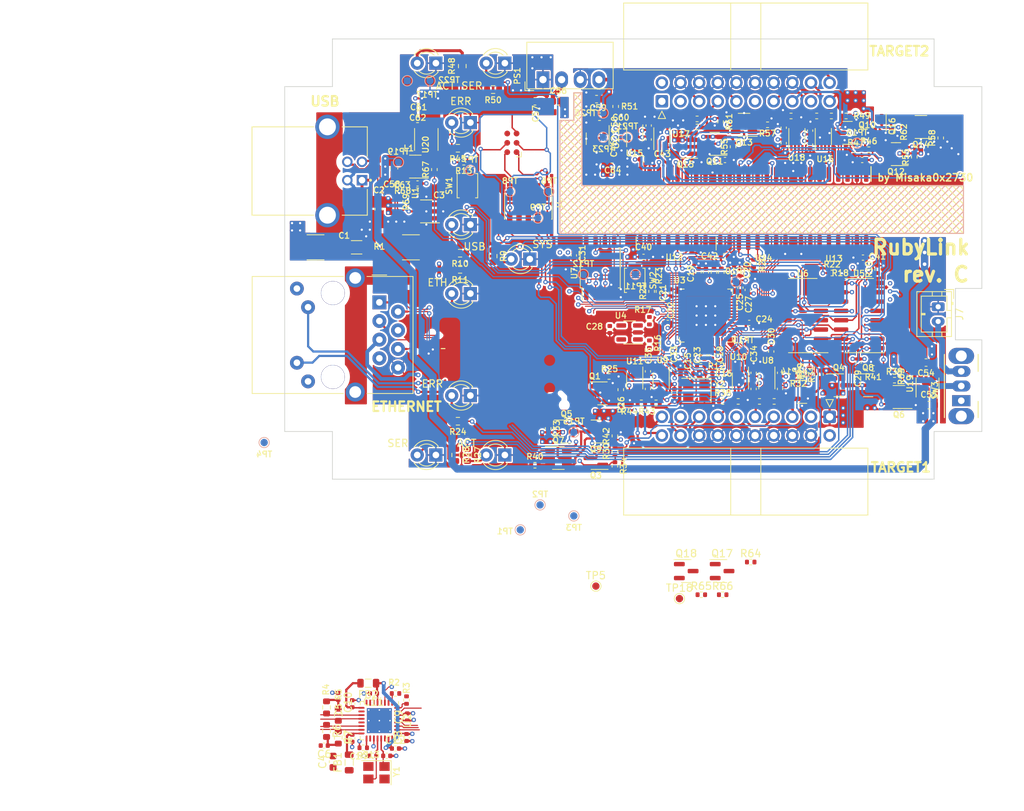
<source format=kicad_pcb>
(kicad_pcb (version 20211014) (generator pcbnew)
  (layers (0 "F.Cu" signal) (1 "In1.Cu" power) (2 "In2.Cu" mixed) (31 "B.Cu" signal) (34 "B.Paste" user) (35 "F.Paste" user) (36 "B.SilkS" user "B.Silkscreen") (37 "F.SilkS" user "F.Silkscreen") (38 "B.Mask" user) (39 "F.Mask" user) (44 "Edge.Cuts" user))
  (net 0 "")
  (net 1 "GND")
  (net 2 "Net-(C1-Pad2)")
  (net 3 "Net-(C3-Pad2)")
  (net 4 "+5V")
  (net 5 "Net-(C4-Pad2)")
  (net 6 "/Input interfaces/ETH_RX_N")
  (net 7 "/Input interfaces/ETH_RX_P")
  (net 8 "+3V3")
  (net 9 "+1V1")
  (net 10 "/Target1/TARGET1_BUF_VREF")
  (net 11 "GNDD")
  (net 12 "/Target2_Iso/TARGET2_BUF_VREF")
  (net 13 "+3.3VP")
  (net 14 "Net-(D1-Pad2)")
  (net 15 "/MCU/TARGET1_LED_ERR")
  (net 16 "Net-(D2-Pad2)")
  (net 17 "/MCU/TARGET1_LED_ACT")
  (net 18 "Net-(D3-Pad2)")
  (net 19 "/MCU/TARGET1_LED_SER")
  (net 20 "/MCU/TARGET2_LED_ERR")
  (net 21 "/MCU/TARGET2_LED_ACT")
  (net 22 "/MCU/TARGET2_LED_SER")
  (net 23 "/Input interfaces/USB_L_DP")
  (net 25 "/Input interfaces/USB_L_DN")
  (net 27 "/Input interfaces/ETH_TX_P")
  (net 28 "/Input interfaces/ETH_TX_N")
  (net 30 "Net-(J2-PadL2)")
  (net 31 "Net-(J2-PadL3)")
  (net 32 "/MCU/MCU_SWDIO")
  (net 33 "/MCU/MCU_SWCLK")
  (net 35 "/MCU/MCU_RST")
  (net 37 "Net-(J6-Pad5)")
  (net 38 "Net-(J6-Pad7)")
  (net 39 "Net-(J6-Pad9)")
  (net 41 "Net-(J6-Pad13)")
  (net 42 "/Target1/TARGET1_BUF_~{RST}")
  (net 44 "/Target1/TARGET1_PWR")
  (net 45 "Net-(J6-Pad18)")
  (net 46 "Net-(J6-Pad20)")
  (net 48 "Net-(J5-Pad5)")
  (net 49 "Net-(J5-Pad7)")
  (net 50 "Net-(J5-Pad9)")
  (net 52 "Net-(J5-Pad13)")
  (net 53 "/Target2_Iso/TARGET2_BUF_RST")
  (net 55 "/Target2_Iso/TARGET2_PWR")
  (net 57 "Net-(J5-Pad18)")
  (net 58 "Net-(J5-Pad20)")
  (net 59 "Net-(L1-Pad1)")
  (net 60 "/MCU/TARGET1_RST")
  (net 61 "/Target2_Iso/TARGET2_ISO_RST")
  (net 62 "/Target2_Iso/TARGET2_ISO_PWR_EN")
  (net 63 "/Input interfaces/ETH_LINKLED")
  (net 64 "/Input interfaces/ETH_ACTLED")
  (net 65 "/Input interfaces/USB_DP")
  (net 66 "/Input interfaces/USB_DN")
  (net 67 "/MCU/QSPI_SS")
  (net 68 "/Target1/TARGET1_BUF_TX")
  (net 69 "/Target1/TARGET1_BUF_RX")
  (net 70 "/Target2_Iso/TARGET2_BUF_TX")
  (net 71 "/Target2_Iso/TARGET2_BUF_RX")
  (net 72 "/Target1/TARGET1_BUF_TDO")
  (net 73 "/Target1/TARGET1_BUF_TCK")
  (net 74 "/Target1/TARGET1_BUF_TMS")
  (net 75 "/Target1/TARGET1_BUF_TDI")
  (net 76 "/Target2_Iso/TARGET2_BUF_TDO")
  (net 77 "/Target2_Iso/TARGET2_BUF_TCK")
  (net 78 "/Target2_Iso/TARGET2_BUF_TMS")
  (net 79 "/Target2_Iso/TARGET2_BUF_TDI")
  (net 81 "/Input interfaces/ETH_~{SS}")
  (net 82 "/Input interfaces/ETH_SCLK")
  (net 83 "/Input interfaces/ETH_MISO")
  (net 84 "/Input interfaces/ETH_MOSI")
  (net 85 "/Input interfaces/ETH_~{INT}")
  (net 86 "/Input interfaces/ETH_~{RST}")
  (net 87 "/MCU/TARGET1_TDO")
  (net 88 "/MCU/TARGET1_TMS")
  (net 89 "/MCU/TARGET1_TDI")
  (net 90 "/MCU/TARGET1_TCK")
  (net 91 "/MCU/TARGET1_TMS_DIR")
  (net 92 "/MCU/TARGET1_TX")
  (net 93 "/MCU/TARGET1_RX")
  (net 94 "/MCU/TARGET2_PWR_EN")
  (net 95 "/MCU/TARGET2_TX")
  (net 96 "/MCU/TARGET2_RX")
  (net 97 "/MCU/TARGET2_TDO")
  (net 98 "/MCU/TARGET2_TMS_OUT")
  (net 99 "/MCU/TARGET2_TMS_IN")
  (net 100 "/MCU/TARGET2_TDI")
  (net 101 "/MCU/TARGET2_TCK")
  (net 102 "/MCU/TARGET2_TMS_DIR")
  (net 103 "/MCU/TARGET2_TMS_OUT_EN")
  (net 104 "/MCU/TARGET2_RST")
  (net 105 "/MCU/QSPI_D3")
  (net 106 "/MCU/QSPI_SCLK")
  (net 107 "/MCU/QSPI_D0")
  (net 108 "/MCU/QSPI_D2")
  (net 109 "/MCU/QSPI_D1")
  (net 110 "/MCU/I2C_SCL")
  (net 111 "/MCU/I2C_SDA")
  (net 112 "/MCU/LED_SYS")
  (net 113 "/MCU/LED_USB")
  (net 114 "/MCU/LED_ETH")
  (net 115 "/Target2_Iso/TARGET2_ISO_TMS_OUT_EN")
  (net 116 "/Target2_Iso/TARGET2_ISO_TCK")
  (net 117 "/Target2_Iso/TARGET2_ISO_TDI")
  (net 118 "/Target2_Iso/TARGET2_ISO_TDO")
  (net 119 "/Target2_Iso/TARGET2_ISO_TX")
  (net 120 "/Target2_Iso/TARGET2_ISO_TMS")
  (net 121 "Net-(D4-Pad2)")
  (net 122 "/Target2_Iso/TARGET2_ISO_TMS_DIR")
  (net 123 "/Target2_Iso/TARGET2_ISO_RX")
  (net 124 "Net-(D5-Pad2)")
  (net 125 "Net-(Q10-Pad1)")
  (net 126 "/MCU/TARGET1_VREF_PWR_EN")
  (net 127 "/Target2_Iso/TARGET2_ISO_VREF_PWR_EN")
  (net 130 "/MCU/TARGET2_VREF_PWR_EN")
  (net 133 "Net-(D6-Pad2)")
  (net 134 "Net-(D7-Pad2)")
  (net 135 "Net-(D8-Pad2)")
  (net 136 "Net-(D9-Pad2)")
  (net 137 "Net-(Q7-Pad1)")
  (net 138 "Net-(Q6-Pad1)")
  (net 139 "Net-(Q2-Pad1)")
  (net 140 "Net-(Q2-Pad3)")
  (net 141 "Net-(Q3-Pad1)")
  (net 142 "Net-(Q3-Pad3)")
  (net 143 "Net-(Q4-Pad3)")
  (net 144 "Net-(Q5-Pad3)")
  (net 145 "Net-(Q6-Pad4)")
  (net 146 "Net-(Q7-Pad4)")
  (net 147 "Net-(Q11-Pad3)")
  (net 148 "Net-(Q12-Pad3)")
  (net 149 "Net-(R21-Pad1)")
  (net 150 "/MCU/TARGET_SHIFT_~{OE}")
  (net 151 "/MCU/TARGET1_PWR_EN")
  (net 152 "/MCU/TARGET_SHIFT_IN")
  (net 153 "/MCU/TARGET_SHIFT_LATCH")
  (net 154 "/MCU/TARGET_SHIFT_CLK")
  (net 155 "/MCU/TARGET_SHIFT_NEXT")
  (net 159 "Net-(J7-Pad2)")
  (net 161 "+BATT")
  (net 162 "Net-(C5-Pad1)")
  (net 163 "BATT_IS_CHARGING")
  (net 164 "Net-(C6-Pad1)")
  (net 165 "Net-(C10-Pad1)")
  (net 166 "Net-(C11-Pad1)")
  (net 167 "Net-(C13-Pad1)")
  (net 168 "Net-(C14-Pad1)")
  (net 169 "Net-(C15-Pad1)")
  (net 170 "Net-(Q13-Pad1)")
  (net 171 "Net-(Q13-Pad4)")
  (net 172 "Net-(Q14-Pad1)")
  (net 173 "Net-(Q14-Pad4)")
  (net 174 "Net-(Q17-Pad1)")
  (net 175 "Net-(Q17-Pad3)")
  (net 176 "Net-(R8-Pad1)")
  (net 177 "Net-(R12-Pad2)")
  (net 178 "Net-(R14-Pad1)")
  (net 179 "Net-(R15-Pad1)")
  (net 180 "Net-(R63-Pad1)")
  (net 181 "POWER_MODE")
  (net 186 "Net-(C16-Pad1)")
  (net 187 "Net-(C31-Pad1)")
  (net 188 "Net-(C56-Pad1)")
  (net 189 "Net-(C59-Pad1)")
  (net 190 "Net-(C63-Pad2)")
  (footprint "Package_TO_SOT_SMD:SOT-23-5" (layer "F.Cu") (at 130.71 59.47 -90)
    (fp_text reference "U21")
    (fp_text value "MIC5504-3.3YM5")
  )
  (footprint "Capacitor_SMD:C_0402_1005Metric" (layer "F.Cu") (at 106.16 65.57 180)
    (fp_text reference "C63")
    (fp_text value "6.8p")
  )
  (footprint "Capacitor_SMD:C_0402_1005Metric" (layer "F.Cu") (at 145.26 88.97 -90)
    (fp_text reference "C23")
    (fp_text value "100n")
  )
  (footprint "Button_Switch_SMD:SW_SPST_B3U-1000P" (layer "F.Cu") (at 135.76 78.77 -90)
    (fp_text reference "SW2")
    (fp_text value "BOOT")
  )
  (footprint "Package_TO_SOT_SMD:SOT-23-5" (layer "F.Cu") (at 135.06 85.87 180)
    (fp_text reference "U4")
    (fp_text value "24AA02-OT")
  )
  (footprint "Capacitor_SMD:C_0603_1608Metric" (layer "F.Cu") (at 106.185 55.17 180)
    (fp_text reference "C62")
    (fp_text value "10u")
  )
  (footprint "Capacitor_SMD:C_0402_1005Metric" (layer "F.Cu") (at 143.26 91.47 180)
    (fp_text reference "C15")
    (fp_text value "18p")
  )
  (footprint "MountingHole:MountingHole_2.7mm_M2.5" (layer "F.Cu") (at 100 51.74)
    (fp_text reference "REF1" hide)
    (fp_text value "MountingHole_2.7mm_M2.5" hide)
  )
  (footprint "Package_SO:VSSOP-8_2.3x2mm_P0.5mm" (layer "F.Cu") (at 153.76 92.47 -90)
    (fp_text reference "U8")
    (fp_text value "74LVC2T45DC")
  )
  (footprint "Resistor_SMD:R_0603_1608Metric" (layer "F.Cu") (at 111.36 102.57 -90)
    (fp_text reference "R28")
    (fp_text value "1.5k")
  )
  (footprint "Package_SO:SOIC-8_5.23x5.23mm_P1.27mm" (layer "F.Cu") (at 131.06 77.07 90)
    (fp_text reference "U7")
    (fp_text value "W25Q128JVS")
  )
  (footprint "Resistor_SMD:R_0603_1608Metric" (layer "F.Cu") (at 112.96 102.57 -90)
    (fp_text reference "R27")
    (fp_text value "1.5k")
  )
  (footprint "Capacitor_SMD:C_0603_1608Metric" (layer "F.Cu") (at 94.6475 144.37 90)
    (fp_text reference "C4")
    (fp_text value "10u")
  )
  (footprint "Package_TO_SOT_SMD:SOT-23" (layer "F.Cu") (at 130.46 99.37 180)
    (fp_text reference "Q9")
    (fp_text value "DMG2305UX")
  )
  (footprint "MountingHole:MountingHole_2.7mm_M2.5" (layer "F.Cu") (at 171.12 100)
    (fp_text reference "REF4" hide)
    (fp_text value "MountingHole_2.7mm_M2.5" hide)
  )
  (footprint "Capacitor_SMD:C_0402_1005Metric" (layer "F.Cu") (at 156.06 60.07 90)
    (fp_text reference "C49" hide)
    (fp_text value "100n")
  )
  (footprint "Resistor_SMD:R_0603_1608Metric" (layer "F.Cu") (at 116.46 75.47 -90)
    (fp_text reference "R9")
    (fp_text value "1.5k")
  )
  (footprint "Capacitor_SMD:C_0402_1005Metric" (layer "F.Cu") (at 156.06 57.97 -90)
    (fp_text reference "C53" hide)
    (fp_text value "100n")
  )
  (footprint "Capacitor_SMD:C_0402_1005Metric" (layer "F.Cu") (at 159.66 60.27 90)
    (fp_text reference "C47" hide)
    (fp_text value "100n")
  )
  (footprint "LED_THT:LED_D3.0mm" (layer "F.Cu") (at 113.36 94.47 180)
    (fp_text reference "D4" hide)
    (fp_text value "ERR")
  )
  (footprint "Capacitor_SMD:C_0402_1005Metric" (layer "F.Cu") (at 150.06 77.67 90)
    (fp_text reference "C20")
    (fp_text value "1u")
  )
  (footprint "Resistor_SMD:R_0402_1005Metric" (layer "F.Cu") (at 168.26 90.77 180)
    (fp_text reference "R41")
    (fp_text value "47k")
  )
  (footprint "Resistor_SMD:R_0402_1005Metric" (layer "F.Cu") (at 146.56 77.67 90)
    (fp_text reference "R14" hide)
    (fp_text value "27")
  )
  (footprint "Package_TO_SOT_SMD:SOT-23" (layer "F.Cu") (at 131.36 94.17)
    (fp_text reference "Q1")
    (fp_text value "IRLML2502")
  )
  (footprint "Capacitor_SMD:C_0402_1005Metric" (layer "F.Cu") (at 133.96 59.77 90)
    (fp_text reference "C46")
    (fp_text value "100n")
  )
  (footprint "Resistor_SMD:R_0603_1608Metric" (layer "F.Cu") (at 112.26 49.57 90)
    (fp_text reference "R48")
    (fp_text value "1.5k")
  )
  (footprint "Capacitor_SMD:C_0402_1005Metric" (layer "F.Cu") (at 136.96 62.27 180)
    (fp_text reference "C43")
    (fp_text value "100n")
  )
  (footprint "Capacitor_SMD:C_0402_1005Metric" (layer "F.Cu") (at 151.96 91.37 90)
    (fp_text reference "C34")
    (fp_text value "100n")
  )
  (footprint "Connector_JST:JST_PH_B2B-PH-K_1x02_P2.00mm_Vertical" (layer "F.Cu") (at 177.11 82.37 -90)
    (fp_text reference "J7")
    (fp_text value "Battery")
  )
  (footprint "Connector_IDC:IDC-Header_2x10_P2.54mm_Horizontal" (layer "F.Cu") (at 139.46 54.37 90)
    (fp_text reference "J6" hide)
    (fp_text value "TARGET2")
  )
  (footprint "Package_TO_SOT_SMD:SOT-23" (layer "F.Cu") (at 158.56 93.97)
    (fp_text reference "Q2")
    (fp_text value "IRLML2502")
  )
  (footprint "Resistor_SMD:R_0603_1608Metric" (layer "F.Cu") (at 95.36 141.07 -90)
    (fp_text reference "R7")
    (fp_text value "49.9 1%")
  )
  (footprint "Capacitor_SMD:C_0402_1005Metric" (layer "F.Cu") (at 137.56 91.17 90)
    (fp_text reference "C35")
    (fp_text value "100n")
  )
  (footprint "Capacitor_SMD:C_0402_1005Metric" (layer "F.Cu") (at 151.16 80.07 90)
    (fp_text reference "C27")
    (fp_text value "100n")
  )
  (footprint "Resistor_SMD:R_0402_1005Metric" (layer "F.Cu") (at 133.06 102.07 90)
    (fp_text reference "R30")
    (fp_text value "10k")
  )
  (footprint "Resistor_SMD:R_0402_1005Metric" (layer "F.Cu") (at 173.26 91.87 90)
    (fp_text reference "R63")
    (fp_text value "2k")
  )
  (footprint "Resistor_SMD:R_0603_1608Metric" (layer "F.Cu") (at 111.66 60.77 180)
    (fp_text reference "R45")
    (fp_text value "1.5k")
  )
  (footprint "LED_THT:LED_D3.0mm" (layer "F.Cu") (at 113.36 71.17 180)
    (fp_text reference "D2" hide)
    (fp_text value "USB")
  )
  (footprint "LED_THT:LED_D3.0mm" (layer "F.Cu") (at 118.06 102.57 180)
    (fp_text reference "D5" hide)
    (fp_text value "ACT")
  )
  (footprint "Crystal:Crystal_SMD_3225-4Pin_3.2x2.5mm" (layer "F.Cu") (at 100.56 145.87 180)
    (fp_text reference "Y1")
    (fp_text value "25MHz")
  )
  (footprint "Resistor_SMD:R_0402_1005Metric" (layer "F.Cu") (at 154.76 95.27)
    (fp_text reference "R35" hide)
    (fp_text value "33")
  )
  (footprint "Package_TO_SOT_SMD:SOT-23" (layer "F.Cu") (at 130.46 102.97 180)
    (fp_text reference "Q3")
    (fp_text value "IRLML2502")
  )
  (footprint "Package_TO_SOT_SMD:SOT-23" (layer "F.Cu") (at 164.76 58.67 180)
    (fp_text reference "Q10")
    (fp_text value "IRLML2502")
  )
  (footprint "Package_TO_SOT_SMD:SOT-23-5" (layer "F.Cu") (at 105.86 63.27 180)
    (fp_text reference "U20")
    (fp_text value "TLV62568DBV")
  )
  (footprint "LED_THT:LED_D3.0mm" (layer "F.Cu") (at 121.46 75.87 180)
    (fp_text reference "D1" hide)
    (fp_text value "SYS")
  )
  (footprint "Resistor_SMD:R_0402_1005Metric" (layer "F.Cu") (at 133.06 104.07 -90)
    (fp_text reference "R34")
    (fp_text value "100k")
  )
  (footprint "Resistor_SMD:R_0402_1005Metric" (layer "F.Cu") (at 138.66 95.47)
    (fp_text reference "R43")
    (fp_text value "33")
  )
  (footprint "Capacitor_SMD:C_0603_1608Metric" (layer "F.Cu") (at 102.96 63.47 90)
    (fp_text reference "C58")
    (fp_text value "4.7u")
  )
  (footprint "Resistor_SMD:R_0402_1005Metric" (layer "F.Cu") (at 149.86 95.27 180)
    (fp_text reference "R36" hide)
    (fp_text value "33")
  )
  (footprint "Package_SO:SOIC-16_3.9x9.9mm_P1.27mm" (layer "F.Cu") (at 158.66 83.57 180)
    (fp_text reference "U6")
    (fp_text value "74HC595")
  )
  (footprint "Resistor_SMD:R_0402_1005Metric" (layer "F.Cu") (at 147.56 77.67 90)
    (fp_text reference "R15" hide)
    (fp_text value "27")
  )
  (footprint "Resistor_SMD:R_0402_1005Metric" (layer "F.Cu") (at 138.06 80.27 90)
    (fp_text reference "R21")
    (fp_text value "1k")
  )
  (footprint "Capacitor_SMD:C_0402_1005Metric" (layer "F.Cu") (at 146.26 88.97 90)
    (fp_text reference "C18")
    (fp_text value "100n")
  )
  (footprint "Capacitor_SMD:C_0402_1005Metric" (layer "F.Cu") (at 97.26 141.17 90)
    (fp_text reference "C7")
    (fp_text value "1u")
  )
  (footprint "Resistor_SMD:R_0603_1608Metric" (layer "F.Cu") (at 111.66 97.97 180)
    (fp_text reference "R24")
    (fp_text value "1.5k")
  )
  (footprint "Inductor_SMD:L_0805_2012Metric" (layer "F.Cu") (at 99.4475 133.67 180)
    (fp_text reference "FB2")
    (fp_text value "120Ohm/100MHz")
  )
  (footprint "Capacitor_SMD:C_0402_1005Metric" (layer "F.Cu") (at 127.46 75.37 -90)
    (fp_text reference "C31")
    (fp_text value "100n")
  )
  (footprint "Package_TO_SOT_SMD:SOT-23" (layer "F.Cu") (at 146.66 60.17 180)
    (fp_text reference "Q11")
    (fp_text value "DMG2305UX")
  )
  (footprint "Capacitor_SMD:C_0402_1005Metric" (layer "F.Cu") (at 155.56 93.57 90)
    (fp_text reference "C36" hide)
    (fp_text value "100n")
  )
  (footprint "Resistor_SMD:R_0402_1005Metric" (layer "F.Cu") (at 158.06 91.67 180)
    (fp_text reference "R32")
    (fp_text value "100k")
  )
  (footprint "Resistor_SMD:R_0603_1608Metric" (layer "F.Cu") (at 93.76 136.97 90)
    (fp_text reference "R4")
    (fp_text value "49.9 1%")
  )
  (footprint "Capacitor_SMD:C_0402_1005Metric" (layer "F.Cu") (at 137.66 57.67 -90)
    (fp_text reference "C52" hide)
    (fp_text value "100n")
  )
  (footprint "Resistor_SMD:R_0402_1005Metric" (layer "F.Cu") (at 122.16 103.97)
    (fp_text reference "R40")
    (fp_text value "10k")
  )
  (footprint "Package_TO_SOT_SMD:SOT-23" (layer "F.Cu") (at 142.66 60.57 180)
    (fp_text reference "Q15")
    (fp_text value "DMG2305UX")
  )
  (footprint "Resistor_SMD:R_0402_1005Metric" (layer "F.Cu") (at 144.26 56.77)
    (fp_text reference "R53" hide)
    (fp_text value "33")
  )
  (footprint "Package_TO_SOT_SMD:SOT-23" (layer "F.Cu") (at 142.775 118.39)
    (fp_text reference "Q18")
    (fp_text value "DMG2305UX")
  )
  (footprint "Package_TO_SOT_SMD:SOT-23" (layer "F.Cu") (at 126.46 99.37)
    (fp_text reference "Q5")
    (fp_text value "DMG2305UX")
  )
  (footprint "Capacitor_SMD:C_0402_1005Metric" (layer "F.Cu") (at 154.36 88.47 -90)
    (fp_text reference "C30")
    (fp_text value "100n")
  )
  (footprint "Capacitor_SMD:C_0402_1005Metric" (layer "F.Cu") (at 104.76 138.27 90)
    (fp_text reference "C9")
    (fp_text value "100n")
  )
  (footprint "Resistor_SMD:R_0402_1005Metric" (layer "F.Cu") (at 133.16 55.07 90)
    (fp_text reference "R51")
    (fp_text value "33")
  )
  (footprint "Package_SO:SOIC-16W_7.5x10.3mm_P1.27mm" (layer "F.Cu") (at 140.96 68.97 90)
    (fp_text reference "U12")
    (fp_text value "ISO7340C")
  )
  (footprint "Resistor_SMD:R_0402_1005Metric" (layer "F.Cu") (at 153.86 57.57 180)
    (fp_text reference "R57")
    (fp_text value "10k")
  )
  (footprint "Capacitor_SMD:C_0402_1005Metric" (layer "F.Cu") (at 104.66 141.07 90)
    (fp_text reference "C8")
    (fp_text value "100n")
  )
  (footprint "Resistor_SMD:R_0402_1005Metric" (layer "F.Cu") (at 144.76 90.47 180)
    (fp_text reference "R12")
    (fp_text value "1k")
  )
  (footprint "LED_THT:LED_D3.0mm" (layer "F.Cu") (at 113.36 57.27 180)
    (fp_text reference "D7" hide)
    (fp_text value "ERR")
  )
  (footprint "TE_292304-2:TE_292304-2" (layer "F.Cu") (at 91.46 63.87 -90)
    (fp_text reference "J1" hide)
    (fp_text value "USB")
  )
  (footprint "Capacitor_SMD:C_0603_1608Metric" (layer "F.Cu") (at 175.86 95.77)
    (fp_text reference "C55")
    (fp_text value "4.7u")
  )
  (footprint "Package_SO:VSSOP-8_2.3x2mm_P0.5mm" (layer "F.Cu") (at 150.16 92.47 -90)
    (fp_text reference "U10")
    (fp_text value "74LVC2T45DC")
  )
  (footprint "Capacitor_SMD:C_0603_1608Metric" (layer "F.Cu") (at 175.46 89.97 180)
    (fp_text reference "C54")
    (fp_text value "4.7u")
  )
  (footprint "Resistor_SMD:R_0402_1005Metric" (layer "F.Cu") (at 147.46 57.17 -90)
    (fp_text reference "R61")
    (fp_text value "47k")
  )
  (footprint "Capacitor_SMD:C_0402_1005Metric" (layer "F.Cu") (at 141.16 90.87 90)
    (fp_text reference "C33")
    (fp_text value "100n")
  )
  (footprint "Package_TO_SOT_SMD:SOT-23-6" (layer "F.Cu") (at 107.36 69.37 180)
    (fp_text reference "U1")
    (fp_text value "USBLC6-2SC6")
  )
  (footprint "MountingHole:MountingHole_2.7mm_M2.5" (layer "F.Cu") (at 100 100)
    (fp_text reference "REF3" hide)
    (fp_text value "MountingHole_2.7mm_M2.5" hide)
  )
  (footprint "Resistor_SMD:R_0402_1005Metric" (layer "F.Cu") (at 159.56 91.17 90)
    (fp_text reference "R29")
    (fp_text value "10k")
  )
  (footprint "Button_Switch_THT:SW_CuK_OS102011MA1QN1_SPDT_Angled" (layer "F.Cu") (at 180.26 95.17 90)
    (fp_text reference "SW3")
    (fp_text value "SW_SPDT")
  )
  (footprint "Converter_DCDC:Converter_DCDC_Murata_MEE1SxxxxSC_THT" (layer "F.Cu") (at 123.2525 51.4125 90)
    (fp_text reference "PS1")
    (fp_text value "MEE1S0303SC")
  )
  (footprint "Resistor_SMD:R_0603_1608Metric" (layer "F.Cu") (at 93.76 140.17 -90)
    (fp_text reference "R6")
    (fp_text value "49.9 1%")
  )
  (footprint "Resistor_SMD:R_0402_1005Metric" (layer "F.Cu") (at 171.16 92.37)
    (fp_text reference "R39")
    (fp_text value "10k")
  )
  (footprint "MountingHole:MountingHole_2.7mm_M2.5" (layer "F.Cu") (at 171.12 51.74)
    (fp_text reference "REF2" hide)
    (fp_text value "MountingHole_2.7mm_M2.5" hide)
  )
  (footprint "TestPoint:TestPoint_Pad_D1.0mm" (layer "F.Cu") (at 141.855 122.14)
    (fp_text reference "TP18")
    (fp_text value "POWER_MODE")
  )
  (footprint "Resistor_SMD:R_0402_1005Metric" (layer "F.Cu") (at 161.06 91.57 90)
    (fp_text reference "R31")
    (fp_text value "100k")
  )
  (footprint "Capacitor_SMD:C_0402_1005Metric" (layer "F.Cu") (at 95.3475 135.47 90)
    (fp_text reference "C5")
    (fp_text value "100n")
  )
  (footprint "Package_SO:VSSOP-8_2.3x2mm_P0.5mm" (layer "F.Cu") (at 139.36 92.47 -90)
    (fp_text reference "U9")
    (fp_text value "74LVC2T45DC")
  )
  (footprint "Capacitor_SMD:C_0402_1005Metric" (layer "F.Cu") (at 148.06 62.37 180)
    (fp_text reference "C44" hide)
    (fp_text value "100n")
  )
  (footprint "Resistor_SMD:R_0402_1005Metric" (layer "F.Cu") (at 144.26 57.87)
    (fp_text reference "R52" hide)
    (fp_text value "33")
  )
  (footprint "Capacitor_SMD:C_0402_1005Metric" (layer "F.Cu") (at 148.56 77.67 -90)
    (fp_text reference "C17" hide)
    (fp_text value "1u")
  )
  (footprint "Resistor_SMD:R_0402_1005Metric" (layer "F.Cu") (at 177.46 59.37 90)
    (fp_text reference "R58")
    (fp_text value "10k")
  )
  (footprint "Package_TO_SOT_SMD:SOT-23" (layer "F.Cu") (at 163.56 93.07)
    (fp_text reference "Q4")
    (fp_text value "DMG2305UX")
  )
  (footprint "Resistor_SMD:R_0402_1005Metric" (layer "F.Cu") (at 137.76 87.47 90)
    (fp_text reference "R16")
    (fp_text value "10k")
  )
  (footprint "RP2040_minimal:RP2040-QFN-56" (layer "F.Cu") (at 145.46 83.57)
    (fp_text reference "U3")
    (fp_text value "RP2040")
  )
  (footprint "Connector:Tag-Connect_TC2030-IDC-FP_2x03_P1.27mm_Vertical" (layer "F.Cu") (at 119.02 60.03 90)
    (fp_text reference "J3" hide)
    (fp_text value "MCU SWD TC" hide)
  )
  (footprint "Resistor_SMD:R_0402_1005Metric" (layer "F.Cu") (at 108.46 63.67 90)
    (fp_text reference "R67")
    (fp_text value "10k")
  )
  (footprint "Resistor_SMD:R_0603_1608Metric" (layer "F.Cu") (at 111.96 77.27 180)
    (fp_text reference "R11")
    (fp_text value "1.5k")
  )
  (footprint "Inductor_SMD:L_0805_2012Metric" (layer "F.Cu") (at 96.8475 144.47 90)
    (fp_text reference "FB1")
    (fp_text value "120Ohm/100MHz")
  )
  (footprint "Package_SO:VSSOP-8_2.3x2mm_P0.5mm" (layer "F.Cu") (at 139.46 59.07 90)
    (fp_text reference "U17")
    (fp_text value "74LVC2T45DC")
  )
  (footprint "Package_SO:VSSOP-8_2.3x2mm_P0.5mm" (layer "F.Cu") (at 161.46 59.17 90)
    (fp_text reference "U16")
    (fp_text value "74LVC2T45DC")
  )
  (footprint "Package_TO_SOT_SMD:SOT-23-6" (layer "F.Cu") (at 150.66 57.57 180)
    (fp_text reference "Q13")
    (fp_text value "DMMT5401-7-F")
  )
  (footprint "Resistor_SMD:R_0603_1608Metric" (layer "F.Cu") (at 95.36 137.97 90)
    (fp_text reference "R5")
    (fp_text value "49.9 1%")
  )
  (footprint "Capacitor_SMD:C_0402_1005Metric" (layer "F.Cu") (at 147.96 75.47 180)
    (fp_text reference "C42")
    (fp_text value "100n")
  )
  (footprint "Package_TO_SOT_SMD:SOT-23-6" (layer "F.Cu") (at 125.36 102.97)
    (fp_text reference "Q7")
    (fp_text value "DMMT5401-7-F")
  )
  (footprint "Resistor_SMD:R_0402_1005Metric" (layer "F.Cu") (at 151.96 76.47 -90)
    (fp_text reference "R20")
    (fp_text value "10k")
  )
  (footprint "Resistor_SMD:R_0402_1005Metric" (layer "F.Cu") (at 165.96 77.77)
    (fp_text reference "R18")
    (fp_text value "10k")
  )
  (footprint "Package_SO:VSSOP-8_2.3x2mm_P0.5mm" (layer "F.Cu") (at 135.76 92.47 -90)
    (fp_text reference "U11")
    (fp_text value "74LVC2T45DC")
  )
  (footprint "Capacitor_SMD:C_0402_1005Metric" (layer "F.Cu") (at 151.36 84.57)
    (fp_text reference "C24")
    (fp_text value "100n")
  )
  (footprint "Capacitor_SMD:C_0402_1005Metric" (layer "F.Cu") (at 141.16 94.07 90)
    (fp_text reference "C37" hide)
    (fp_text value "100n")
  )
  (footprint "Capacitor_SMD:C_0402_1005Metric" (layer "F.Cu") (at 159.66 58.37 -90)
    (fp_text reference "C51" hide)
    (fp_text value "100n")
  )
  (footprint "Resistor_SMD:R_0402_1005Metric" (layer "F.Cu") (at 162.66 77.77)
    (fp_text reference "R22")
    (fp_text value "10k")
  )
  (footprint "Capacitor_SMD:C_0402_1005Metric" (layer "F.Cu") (at 155.56 91.37 90)
    (fp_text reference "C32" hide)
    (fp_text value "100n")
  )
  (footprint "Package_DFN_QFN:TQFN-32-1EP_5x5mm_P0.5mm_EP3.4x3.4mm_ThermalVias" (layer "F.Cu") (at 100.96 138.77 -90)
    (fp_text reference "U2")
    (fp_text value "KSZ8851SNL")
  )
  (footprint "Resistor_SMD:R_0402_1005Metric" (layer "F.Cu") (at 136.66 95.47 180)
    (fp_text reference "R44")
    (fp_text value "33")
  )
  (footprint "Capacitor_SMD:C_0402_1005Metric" (layer "F.Cu") (at 145.46 77.67 90)
    (fp_text reference "C26" hide)
    (fp_text value "100n")
  )
  (footprint "Package_SO:VSSOP-8_2.3x2mm_P0.5mm" (layer "F.Cu") (at 135.76 58.67 90)
    (fp_text reference "U15")
    (fp_text value "74LVC2T45DC")
  )
  (footprint "Capacitor_SMD:C_0402_1005Metric" (layer "F.Cu") (at 144.46 77.67 -90)
    (fp_text reference "C19")
    (fp_text value "100n")
  )
  (footprint "Capacitor_SMD:C_1812_4532Metric" (layer "F.Cu") (at 92.26 74.27)
    (fp_text reference "C1")
    (fp_text value "4.7n/2kV")
  )
  (footprint "Resistor_SMD:R_0402_1005Metric" (layer "F.Cu") (at 98.76 142.47 180)
    (fp_text reference "R8")
    (fp_text value "3.01k 1%")
  )
  (footprint "LED_THT:LED_D3.0mm" (layer "F.Cu") (at 113.36 80.57 180)
    (fp_text reference "D3" hide)
    (fp_text value "ETH")
  )
  (footprint "Capacitor_SMD:C_0603_1608Metric" (layer "F.Cu") (at 130.96 56.47 180)
    (fp_text reference "C60")
    (fp_text value "10u")
  )
  (footprint "Resistor_SMD:R_0402_1005Metric" (layer "F.Cu") (at 104.66 66.07 90)
    (fp_text reference "R69")
    (fp_text value "100k")
  )
  (footprint "Resistor_SMD:R_0603_1608Metric" (layer "F.Cu") (at 111.96 75.07 180)
    (fp_text reference "R10")
    (fp_text value "1.5k")
  )
  (footprint "Resistor_SMD:R_0402_1005Metric" (layer "F.Cu") (at 149.16 60.57 90)
    (fp_text reference "R55")
    (fp_text value "100k")
  )
  (footprint "Package_TO_SOT_SMD:SOT-23-6" (layer "F.Cu") (at 171.76 94.67 180)
    (fp_text reference "Q6")
    (fp_text value "DMMT5401-7-F")
  )
  (footprint "Resistor_SMD:R_0402_1005Metric" (layer "F.Cu") (at 164.56 56.37 180)
    (fp_text reference "R49")
    (fp_text value "10k")
  )
  (footprint "Capacitor_SMD:C_0603_1608Metric" (layer "F.Cu") (at 130.56 54.07 180)
    (fp_text reference "C59")
    (fp_text value "10u")
  )
  (footprint "Resistor_SMD:R_1206_3216Metric" (layer "F.Cu") (at 97.86 74.27)
    (fp_text reference "R1")
    (fp_text value "1M")
  )
  (footprint "Resistor_SMD:R_0603_1608Metric" (layer "F.Cu") (at 116.46 52.77 180)
    (fp_text reference "R50")
    (fp_text value "1.5k")
  )
  (footprint "Capacitor_SMD:C_0603_1608Metric" (layer "F.Cu") (at 122.16 54.37 180)
    (fp_text reference "C57")
    (fp_text value "10u")
  )
  (footprint "Resistor_SMD:R_0402_1005Metric" (layer "F.Cu") (at 137.76 84.27 -90)
    (fp_text reference "R17")
    (fp_text value "10k")
  )
  (footprint "Package_TO_SOT_SMD:SOT-23" (layer "F.Cu") (at 171.36 61.57 180)
    (fp_text reference "Q12")
    (fp_text value "DMG2305UX")
  )
  (footprint "Capacitor_SMD:C_0402_1005Metric" (layer "F.Cu") (at 166.86 75.67)
    (fp_text reference "C41")
    (fp_text value "100n")
  )
  (footprint "Resistor_SMD:R_0402_1005Metric" (layer "F.Cu") (at 104.66 135.97 90)
    (fp_text reference "R3")
    (fp_text value "330")
  )
  (footprint "Capacitor_SMD:C_0603_1608Metric" (layer "F.Cu") (at 106.16 56.77 180)
    (fp_text reference "C61")
    (fp_text value "10u")
  )
  (footprint "Capacitor_SMD:C_0402_1005Metric" (layer "F.Cu") (at 101.96 143.57)
    (fp_text reference "C13")
    (fp_text value "22p")
  )
  (footprint "Resistor_SMD:R_0402_1005Metric" (layer "F.Cu") (at 144.835 121.61)
    (fp_text reference "R65")
    (fp_text value "100k")
  )
  (footprint "Capacitor_SMD:C_0402_1005Metric" (layer "F.Cu") (at 103.1475 142.57)
    (fp_text reference "C12")
    (fp_text value "100n")
  )
  (footprint "Resistor_SMD:R_0402_1005Metric" (layer "F.Cu") (at 167.66 60.97)
    (fp_text reference "R46")
    (fp_text value "10k")
  )
  (footprint "LED_THT:LED_D3.0mm" (layer "F.Cu") (at 118.06 49.17 180)
    (fp_text reference "D9" hide)
    (fp_text value "SER")
  )
  (footprint "Capacitor_SMD:C_0402_1005Metric" (layer "F.Cu") (at 100.16 135.07 180)
    (fp_text reference "C11")
    (fp_text value "100n")
  )
  (footprint "TestPoint:TestPoint_Pad_D1.0mm" (layer "F.Cu") (at 130.465 120.44)
    (fp_text reference "TP5")
    (fp_text value "ETH_+1.8VA")
  )
  (footprint "Resistor_SMD:R_0402_1005Metric" (layer "F.Cu") (at 112.46 62.67 180)
    (fp_text reference "R13")
    (fp_text value "10k")
  )
  (footprint "Resistor_SMD:R_0402_1005Metric" (layer "F.Cu") (at 139.06 80.27 90)
    (fp_text reference "R23")
    (fp_text value "10k")
  )
  (footprint "Package_TO_SOT_SMD:SOT-23-5" (layer "F.Cu") (at 175.66 92.87 90)
    (fp_text reference "U19")
    (fp_text value "MCP73831-2-OT")
  )
  (footprint "Package_SO:SOIC-16W_7.5x10.3mm_P1.27mm" (layer "F.Cu") (at 151.86 68.97 90)
    (fp_text reference "U14")
    (fp_text value "ISO7340C")
  )
  (footprint "Capacitor_SMD:C_0603_1608Metric" (layer "F.Cu") (at 125.36 54.37)
    (fp_text reference "C56")
    (fp_text value "10u")
  )
  (footprint "Resistor_SMD:R_0402_1005Metric" (layer "F.Cu") (at 160.56 56.37 180)
    (fp_text reference "R54" hide)
    (fp_text value "33")
  )
  (footprint "Capacitor_SMD:C_0402_1005Metric" (layer "F.Cu") (at 166.76 62.37)
    (fp_text reference "C45" hide)
    (fp_text value "100n")
  )
  (footprint "Package_TO_SOT_SMD:SOT-23" (layer "F.Cu") (at 167.56 93.07)
    (fp_text reference "Q8")
    (fp_text value "DMG2305UX")
  )
  (footprint "Connector_IDC:IDC-Header_2x10_P2.54mm_Horizontal" (layer "F.Cu") (at 162.32 97.37 -90)
    (fp_text reference "J5" hide)
    (fp_text value "TARGET1")
  )
  (footprint "Capacitor_SMD:C_0402_1005Metric" (layer "F.Cu") (at 140.26 84.57 180)
    (fp_text reference "C22")
    (fp_text value "100n")
  )
  (footprint "Capacitor_SMD:C_0402_1005Metric" (layer "F.Cu") (at 97.26 136.47 90)
    (fp_text reference "C10")
    (fp_text value "100n")
  )
  (footprint "Crystal:Crystal_SMD_3225-4Pin_3.2x2.5mm" (layer "F.Cu") (at 144.16 93.77 180)
    (fp_text reference "Y2")
    (fp_text value "12MHz")
  )
  (footprint "Capacitor_SMD:C_0402_1005Metric" (layer "F.Cu") (at 166.26 89.97 -90)
    (fp_text reference "C29")
    (fp_text value "100n")
  )
  (footprint "Resistor_SMD:R_0402_1005Metric" (layer "F.Cu") (at 132.259999 91.87)
    (fp_text reference "R25")
    (fp_text value "10k")
  )
  (footprint "Capacitor_SMD:C_0402_1005Metric" (layer "F.Cu") (at 93.4475 142.17 180)
    (fp_text reference "C6")
    (fp_text value "100n")
  )
  (footprint "Inductor_SMD:L_Taiyo-Yuden_NR-30xx" (layer "F.Cu") (at 107.36 59.57 90)
    (fp_text reference "L1")
    (fp_text value "2.2uH")
  )
  (footprint "Capacitor_SMD:C_0402_1005Metric" (layer "F.Cu") (at 100.06 143.57 180)
    (fp_text reference "C14")
    (fp_text value "22p")
  )
  (footprint "Resistor_SMD:R_0402_1005Metric" (layer "F.Cu") (at 162.56 56.37 180)
    (fp_text reference "R59" hide)
    (fp_text value "33")
  )
  (footprint "Button_Switch_SMD:SW_SPST_B3U-1000P" (layer "F.Cu") (at 112.96 65.87 90)
    (fp_text reference "SW1")
    (fp_text value "RST")
  )
  (footprint "Package_SO:SOIC-16_3.9x9.9mm_P1.27mm" (layer "F.Cu") (at 166.36 83.57 180)
    (fp_text reference "U5")
    (fp_text value "74HC595")
  )
  (footprint "Connector_RJ:RJ45_Amphenol_RJMG1BD3B8K1ANR" (layer "F.Cu") (at 100.96 81.77 -90)
    (fp_text reference "J2" hide)
    (fp_text value "ETHERNET")
  )
  (footprint "Capacitor_SMD:C_0402_1005Metric" (layer "F.Cu") (at 151.96 93.57 90)
    (fp_text reference "C38" hide)
    (fp_text value "100n")
  )
  (footprint "Connector_PinHeader_1.27mm:PinHeader_2x05_P1.27mm_Vertical_SMD" (layer "F.Cu") (at 121.26 68.67 -90)
    (fp_text reference "J4")
    (fp_text value "MCU SWD")
  )
  (footprint "Capacitor_SMD:C_0402_1005Metric" (layer "F.Cu") (at 132.36 85.47 -90)
    (fp_text reference "C28")
    (fp_text value "100n")
  )
  (footprint "Package_SO:SOIC-16W_7.5x10.3mm_P1.27mm" (layer "F.Cu") (at 162.86 68.97 -90)
    (fp_text reference "U13")
    (fp_text value "ISO7341C")
  )
  (footprint "Resistor_SMD:R_0402_1005Metric" (layer "F.Cu") (at 152.76 95.27 180)
    (fp_text reference "R37" hide)
    (fp_text value "33")
  )
  (footprint "Capacitor_SMD:C_0603_1608Metric" (layer "F.Cu") (at 100.86 69.07 -90)
    (fp_text reference "C2")
    (fp_text value "10u")
  )
  (footprint "Package_TO_SOT_SMD:SOT-23-6" (layer "F.Cu") (at 174.76 57.87 180)
    (fp_text reference "Q14")
    (fp_text value "DMMT5401-7-F")
  )
  (footprint "Capacitor_SMD:C_0402_1005Metric" (layer "F.Cu") (at 137.56 93.57 90)
    (fp_text reference "C39" hide)
    (fp_text value "100n")
  )
  (footprint "Package_TO_SOT_SMD:SOT-23" (layer "F.Cu") (at 147.665 118.39)
    (fp_text reference "Q17")
    (fp_text value "IRLML2502")
  )
  (footprint "Capacitor_SMD:C_0402_1005Metric" (layer "F.Cu") (at 145.86 91.47)
    (fp_text reference "C16")
    (fp_text value "18p")
  )
  (footprint "LED_THT:LED_D3.0mm" (layer "F.Cu") (at 108.66 49.17 180)
    (fp_text reference "D8" hide)
    (fp_text value "ACT")
  )
  (footprint "Capacitor_SMD:C_1812_4532Metric" (layer "F.Cu") (at 105.26 74.27 180)
    (fp_text reference "C3")
    (fp_text value "4.7n/2kV")
  )
  (footprint "Resistor_SMD:R_0402_1005Metric" (layer "F.Cu") (at 123.96 98.97 -90)
    (fp_text reference "R33")
    (fp_text value "100k")
  )
  (footprint "Capacitor_SMD:C_0402_1005Metric" (layer "F.Cu") (at 150.16 79.77 -90)
    (fp_text reference "C25")
    (fp_text value "100n")
  )
  (footprint "LED_THT:LED_D3.0mm" (layer "F.Cu") (at 108.66 102.57 180)
    (fp_text reference "D6" hide)
    (fp_text value "SER")
  )
  (footprint "Resistor_SMD:R_0402_1005Metric" (layer "F.Cu") (at 165.66 60.97 180)
    (fp_text reference "R47")
    (fp_text value "100k")
  )
  (footprint "Resistor_SMD:R_0402_1005Metric" (layer "F.Cu") (at 133.06 99.97 90)
    (fp_text reference "R42")
    (fp_text value "47k")
  )
  (footprint "Resistor_SMD:R_0402_1005Metric" (layer "F.Cu") (at 103.16 135.07 180)
    (fp_text reference "R2")
    (fp_text value "330")
  )
  (footprint "Capacitor_SMD:C_0603_1608Metric" (layer "F.Cu") (at 132.66 62.27)
    (fp_text reference "C64")
    (fp_text value "10u")
  )
  (footprint "Package_TO_SOT_SMD:SOT-23" (layer "F.Cu") (at 168.46 57.77 -90)
    (fp_text reference "Q16")
    (fp_text value "DMG2305UX")
  )
  (footprint "Resistor_SMD:R_0402_1005Metric" (layer "F.Cu") (at 106.16 66.57 180)
    (fp_text reference "R68")
    (fp_text value "450k")
  )
  (footprint "Resistor_SMD:R_0402_1005Metric" (layer "F.Cu") (at 168.86 77.27 90)
    (fp_text reference "R19")
    (fp_text value "10k")
  )
  (footprint "Capacitor_SMD:C_0402_1005Metric" (layer "F.Cu") (at 133.96 57.57 -90)
    (fp_text reference "C50")
    (fp_text value "100n")
  )
  (footprint "Resistor_SMD:R_0402_1005Metric" (layer "F.Cu") (at 133.86 93.67 -90)
    (fp_text reference "R26")
    (fp_text value "10k")
  )
  (footprint "Capacitor_SMD:C_0402_1005Metric" (layer "F.Cu") (at 136.96 75.57 180)
    (fp_text reference "C40")
    (fp_text value "100n")
  )
  (footprint "Capacitor_SMD:C_0402_1005Metric" (layer "F.Cu") (at 137.66 59.57 90)
    (fp_text reference "C48" hide)
    (fp_text value "100n")
  )
  (footprint "Resistor_SMD:R_0402_1005Metric" (layer "F.Cu") (at 173.86 61.97 90)
    (fp_text reference "R56")
    (fp_text value "100k")
  )
  (footprint "Resistor_SMD:R_0402_1005Metric" (layer "F.Cu") (at 151.565 117.16)
    (fp_text reference "R64")
    (fp_text value "10k")
  )
  (footprint "Resistor_SMD:R_0402_1005Metric" (layer "F.Cu") (at 157.06 56.37)
    (fp_text reference "R60" hide)
    (fp_text value "33")
  )
  (footprint "Resistor_SMD:R_0402_1005Metric" (layer "F.Cu") (at 147.745 121.61)
    (fp_text reference "R66")
    (fp_text value "100k")
  )
  (footprint "Resistor_SMD:R_0402_1005Metric" (layer "F.Cu") (at 147.76 95.27)
    (fp_text reference "R38")
    (fp_text value "33")
  )
  (footprint "Resistor_SMD:R_0402_1005Metric" (layer "F.Cu") (at 170.76 58.57 -90)
    (fp_text reference "R62")
    (fp_text value "47k")
  )
  (footprint "Package_SO:VSSOP-8_2.3x2mm_P0.5mm" (layer "F.Cu") (at 157.86 59.17 90)
    (fp_text reference "U18")
    (fp_text value "74LVC2T45DC")
  )
  (footprint "Capacitor_SMD:C_0402_1005Metric" (layer "F.Cu") (at 140.76 80.47 90)
    (fp_text reference "C21")
    (fp_text value "100n")
  )
  (footprint "TestPoint:TestPoint_Pad_D1.0mm" (layer "B.Cu") (at 135.86 77.97 180)
    (fp_text reference "TP11")
    (fp_text value "GND")
  )
  (footprint "TestPoint:TestPoint_Pad_D1.0mm" (layer "B.Cu") (at 122.86 109.37 180)
    (fp_text reference "TP2")
    (fp_text value "ACT_LED")
  )
  (footprint "TestPoint:TestPoint_Pad_D1.0mm" (layer "B.Cu") (at 120.16 112.77 180)
    (fp_text reference "TP1")
    (fp_text value "LINK_LED")
  )
  (footprint "TestPoint:TestPoint_Pad_D1.0mm" (layer "B.Cu") (at 131.46 55.97 180)
    (fp_text reference "TP20")
    (fp_text value "ISO_DCDC_OUT")
  )
  (footprint "TestPoint:TestPoint_Pad_D1.0mm" (layer "B.Cu") (at 127.46 99.47 180)
    (fp_text reference "TP15")
    (fp_text value "TARGET1_PWR_EN")
  )
  (footprint "TestPoint:TestPoint_Pad_D1.0mm" (layer "B.Cu") (at 134.76 59.27 180)
    (fp_text reference "TP21")
    (fp_text value "3V3_ISO")
  )
  (footprint "TestPoint:TestPoint_Pad_D1.0mm" (layer "B.Cu") (at 150.56 88.37 180)
    (fp_text reference "TP13")
    (fp_text value "T1_RST")
  )
  (footprint "TestPoint:TestPoint_Pad_D1.0mm" (layer "B.Cu") (at 104.76 51.57 180)
    (fp_text reference "TP17")
    (fp_text value "GND")
  )
  (footprint "TestPoint:TestPoint_Pad_D1.0mm" (layer "B.Cu") (at 166.06 60.07 180)
    (fp_text reference "TP16")
    (fp_text value "T2_ISO_RST")
  )
  (footprint "TestPoint:TestPoint_Pad_D1.0mm" (layer "B.Cu") (at 107.86 51.57 180)
    (fp_text reference "TP22")
    (fp_text value "3V3")
  )
  (footprint "TestPoint:TestPoint_Pad_D1.0mm" (layer "B.Cu") (at 149.56 78.97 180)
    (fp_text reference "TP10")
    (fp_text value "CORE_VCC")
  )
  (footprint "TestPoint:TestPoint_Pad_D1.0mm" (layer "B.Cu") (at 127.46 110.87 180)
    (fp_text reference "TP3")
    (fp_text value "ETH_+3.3VA")
  )
  (footprint "TestPoint:TestPoint_Pad_D1.0mm" (layer "B.Cu") (at 122.56 70.27 180)
    (fp_text reference "TP9")
    (fp_text value "SWCLK")
  )
  (footprint "TestPoint:TestPoint_Pad_D1.0mm" (layer "B.Cu") (at 85.26 100.87 180)
    (fp_text reference "TP4")
    (fp_text value "GND")
  )
  (footprint "TestPoint:TestPoint_Pad_D1.0mm" (layer "B.Cu") (at 124.06 66.67 180)
    (fp_text reference "TP6")
    (fp_text value "SWDIO")
  )
  (footprint "TestPoint:TestPoint_Pad_D1.0mm" (layer "B.Cu") (at 159.56 91.17 180)
    (fp_text reference "TP14")
    (fp_text value "TARGET1_VREF_PWR_EN")
  )
  (footprint "TestPoint:TestPoint_Pad_D1.0mm" (layer "B.Cu") (at 131.46 59.27 180)
    (fp_text reference "TP23")
    (fp_text value "GND_ISO")
  )
  (footprint "TestPoint:TestPoint_Pad_D1.0mm" (layer "B.Cu") (at 103.56 62.67 180)
    (fp_text reference "TP19")
    (fp_text value "BATT")
  )
  (footprint "TestPoint:TestPoint_Pad_D1.0mm" (layer "B.Cu") (at 113.36 63.77 180)
    (fp_text reference "TP7")
    (fp_text value "GND")
  )
  (footprint "TestPoint:TestPoint_Pad_D1.0mm" (layer "B.Cu") (at 118.76 66.67 180)
    (fp_text reference "TP8")
    (fp_text value "RST")
  )
  (footprint "TestPoint:TestPoint_Pad_D1.0mm" (layer "B.Cu") (at 128.76 77.97 180)
    (fp_text reference "TP12")
    (fp_text value "BOOT")
  )
  (gr_line (start 165.06 65.87) (end 158.56 72.37) (layer "B.SilkS") (width 0.15))
  (gr_line (start 125.56 69.37) (end 129.06 65.87) (layer "B.SilkS") (width 0.15))
  (gr_line (start 125.56 71.37) (end 131.06 65.87) (layer "B.SilkS") (width 0.15))
  (gr_line (start 158.06 65.87) (end 151.56 72.37) (layer "B.SilkS") (width 0.15))
  (gr_line (start 147.06 65.87) (end 140.56 72.37) (layer "B.SilkS") (width 0.15))
  (gr_line (start 174.56 72.37) (end 180.56 66.37) (layer "B.SilkS") (width 0.15))
  (gr_line (start 180.56 65.87) (end 180.56 72.37) (layer "B.SilkS") (width 0.15))
  (gr_line (start 137.06 65.87) (end 130.56 72.37) (layer "B.SilkS") (width 0.15))
  (gr_line (start 126.96 56.97) (end 125.56 58.37) (layer "B.SilkS") (width 0.15))
  (gr_line (start 155.06 65.87) (end 148.56 72.37) (layer "B.SilkS") (width 0.15))
  (gr_line (start 144.06 65.87) (end 137.56 72.37) (layer "B.SilkS") (width 0.15))
  (gr_line (start 164.06 65.87) (end 157.56 72.37) (layer "B.SilkS") (width 0.15))
  (gr_line (start 143.06 65.87) (end 136.56 72.37) (layer "B.SilkS") (width 0.15))
  (gr_line (start 164.56 72.37) (end 171.06 65.87) (layer "B.SilkS") (width 0.15))
  (gr_line (start 179.56 72.37) (end 180.56 71.37) (layer "B.SilkS") (width 0.15))
  (gr_line (start 126.56 72.37) (end 133.06 65.87) (layer "B.SilkS") (width 0.15))
  (gr_line (start 140.06 65.87) (end 133.56 72.37) (layer "B.SilkS") (width 0.15))
  (gr_line (start 125.56 66.37) (end 128.56 63.37) (layer "B.SilkS") (width 0.15))
  (gr_line (start 166.56 72.37) (end 173.06 65.87) (layer "B.SilkS") (width 0.15))
  (gr_line (start 146.06 65.87) (end 139.56 72.37) (layer "B.SilkS") (width 0.15))
  (gr_line (start 128.56 64.37) (end 125.56 67.37) (layer "B.SilkS") (width 0.15))
  (gr_line (start 171.56 72.37) (end 178.06 65.87) (layer "B.SilkS") (width 0.15))
  (gr_line (start 125.56 72.37) (end 125.56 56.97) (layer "B.SilkS") (width 0.15))
  (gr_line (start 151.06 65.87) (end 144.56 72.37) (layer "B.SilkS") (width 0.15))
  (gr_line (start 160.56 72.37) (end 167.06 65.87) (layer "B.SilkS") (width 0.15))
  (gr_line (start 161.56 72.37) (end 168.06 65.87) (layer "B.SilkS") (width 0.15))
  (gr_line (start 175.56 72.37) (end 180.56 67.37) (layer "B.SilkS") (width 0.15))
  (gr_line (start 173.56 72.37) (end 180.06 65.87) (layer "B.SilkS") (width 0.15))
  (gr_line (start 132.06 65.87) (end 125.56 72.37) (layer "B.SilkS") (width 0.15))
  (gr_line (start 125.56 68.37) (end 128.56 65.37) (layer "B.SilkS") (width 0.15))
  (gr_line (start 153.06 65.87) (end 146.56 72.37) (layer "B.SilkS") (width 0.15))
  (gr_line (start 135.06 65.87) (end 128.56 72.37) (layer "B.SilkS") (width 0.15))
  (gr_line (start 160.06 65.87) (end 153.56 72.37) (layer "B.SilkS") (width 0.15))
  (gr_line (start 152.06 65.87) (end 145.56 72.37) (layer "B.SilkS") (width 0.15))
  (gr_line (start 128.56 57.37) (end 125.56 60.37) (layer "B.SilkS") (width 0.15))
  (gr_line (start 134.06 65.87) (end 127.56 72.37) (layer "B.SilkS") (width 0.15))
  (gr_line (start 180.56 72.37) (end 125.56 72.37) (layer "B.SilkS") (width 0.15))
  (gr_line (start 180.56 65.87) (end 128.56 65.87) (layer "B.SilkS") (width 0.15))
  (gr_line (start 127.46 56.97) (end 127.46 53.22) (layer "B.SilkS") (width 0.15))
  (gr_line (start 128.56 62.37) (end 125.56 65.37) (layer "B.SilkS") (width 0.15))
  (gr_line (start 159.06 65.87) (end 152.56 72.37) (layer "B.SilkS") (width 0.15))
  (gr_line (start 162.56 72.37) (end 169.06 65.87) (layer "B.SilkS") (width 0.15))
  (gr_line (start 128.56 55.37) (end 127.46 56.47) (layer "B.SilkS") (width 0.15))
  (gr_line (start 163.06 65.87) (end 156.56 72.37) (layer "B.SilkS") (width 0.15))
  (gr_line (start 156.06 65.87) (end 149.56 72.37) (layer "B.SilkS") (width 0.15))
  (gr_line (start 177.56 72.37) (end 180.56 69.37) (layer "B.SilkS") (width 0.15))
  (gr_line (start 169.56 72.37) (end 176.06 65.87) (layer "B.SilkS") (width 0.15))
  (gr_line (start 161.06 65.87) (end 154.56 72.37) (layer "B.SilkS") (width 0.15))
  (gr_line (start 149.06 65.87) (end 142.56 72.37) (layer "B.SilkS") (width 0.15))
  (gr_line (start 162.06 65.87) (end 155.56 72.37) (layer "B.SilkS") (width 0.15))
  (gr_line (start 127.46 56.97) (end 125.56 56.97) (layer "B.SilkS") (width 0.15))
  (gr_line (start 145.06 65.87) (end 138.56 72.37) (layer "B.SilkS") (width 0.15))
  (gr_line (start 142.06 65.87) (end 135.56 72.37) (layer "B.SilkS") (width 0.15))
  (gr_line (start 130.06 65.87) (end 125.56 70.37) (layer "B.SilkS") (width 0.15))
  (gr_line (start 163.56 72.37) (end 170.06 65.87) (layer "B.SilkS") (width 0.15))
  (gr_line (start 170.56 72.37) (end 177.06 65.87) (layer "B.SilkS") (width 0.15))
  (gr_line (start 138.06 65.87) (end 131.56 72.37) (layer "B.SilkS") (width 0.15))
  (gr_line (start 128.56 58.37) (end 125.56 61.37) (layer "B.SilkS") (width 0.15))
  (gr_line (start 128.56 53.22) (end 127.46 54.32) (layer "B.SilkS") (width 0.15))
  (gr_line (start 141.06 65.87) (end 134.56 72.37) (layer "B.SilkS") (width 0.15))
  (gr_line (start 176.56 72.37) (end 180.56 68.37) (layer "B.SilkS") (width 0.15))
  (gr_line (start 129.56 72.37) (end 136.06 65.87) (layer "B.SilkS") (width 0.15))
  (gr_line (start 125.56 64.37) (end 128.56 61.37) (layer "B.SilkS") (width 0.15))
  (gr_line (start 154.06 65.87) (end 147.56 72.37) (layer "B.SilkS") (width 0.15))
  (gr_line (start 148.06 65.87) (end 141.56 72.37) (layer "B.SilkS") (width 0.15))
  (gr_line (start 150.06 65.87) (end 143.56 72.37) (layer "B.SilkS") (width 0.15))
  (gr_line (start 172.56 72.37) (end 179.06 65.87) (layer "B.SilkS") (width 0.15))
  (gr_line (start 178.56 72.37) (end 180.56 70.37) (layer "B.SilkS") (width 0.15))
  (gr_line (start 125.96 56.97) (end 125.56 57.37) (layer "B.SilkS") (width 0.15))
  (gr_line (start 128.56 59.37) (end 125.56 62.37) (layer "B.SilkS") (width 0.15))
  (gr_line (start 139.06 65.87) (end 132.56 72.37) (layer "B.SilkS") (width 0.15))
  (gr_line (start 128.56 54.32) (end 127.46 55.42) (layer "B.SilkS") (width 0.15))
  (gr_line (start 128.56 56.37) (end 125.56 59.37) (layer "B.SilkS") (width 0.15))
  (gr_line (start 165.56 72.37) (end 172.06 65.87) (layer "B.SilkS") (width 0.15))
  (gr_line (start 166.06 65.87) (end 159.56 72.37) (layer "B.SilkS") (width 0.15))
  (gr_line (start 168.51 72.37) (end 175.01 65.87) (layer "B.SilkS") (width 0.15))
  (gr_line (start 157.06 65.87) (end 150.56 72.37) (layer "B.SilkS") (width 0.15))
  (gr_line (start 128.51 60.42) (end 125.56 63.37) (layer "B.SilkS") (width 0.15))
  (gr_line (start 128.56 53.22) (end 127.46 53.22) (layer "B.SilkS") (width 0.15))
  (gr_line (start 167.56 72.37) (end 174.06 65.87) (layer "B.SilkS") (width 0.15))
  (gr_line (start 128.56 53.22) (end 128.56 65.87) (layer "B.SilkS") (width 0.15))
  (gr_line (start 162.06 65.87) (end 168.56 72.37) (layer "F.SilkS") (width 0.15))
  (gr_line (start 153.06 65.87) (end 159.56 72.37) (layer "F.SilkS") (width 0.15))
  (gr_line (start 128.56 53.22) (end 127.46 53.22) (layer "F.SilkS") (width 0.15))
  (gr_line (start 149.06 65.87) (end 155.56 72.37) (layer "F.SilkS") (width 0.15))
  (gr_line (start 157.06 65.87) (end 163.56 72.37) (layer "F.SilkS") (width 0.15))
  (gr_line (start 159.06 65.87) (end 165.56 72.37) (layer "F.SilkS") (width 0.15))
  (gr_line (start 125.56 66.37) (end 131.56 72.37) (layer "F.SilkS") (width 0.15))
  (gr_line (start 167.96 65.27) (end 167.96 63.27) (layer "F.SilkS") (width 0.15))
  (gr_line (start 160.06 65.87) (end 166.56 72.37) (layer "F.SilkS") (width 0.15))
  (gr_line (start 180.56 72.37) (end 125.56 72.37) (layer "F.SilkS") (width 0.15))
  (gr_line (start 125.56 67.37) (end 130.56 72.37) (layer "F.SilkS") (width 0.15))
  (gr_line (start 128.56 62.37) (end 125.56 59.37) (layer "F.SilkS") (width 0.15))
  (gr_line (start 161.06 65.87) (end 167.56 72.37) (layer "F.SilkS") (width 0.15))
  (gr_line (start 128.56 56.37) (end 127.46 55.27) (layer "F.SilkS") (width 0.15))
  (gr_line (start 146.06 65.87) (end 152.56 72.37) (layer "F.SilkS") (width 0.15))
  (gr_line (start 137.06 65.87) (end 143.56 72.37) (layer "F.SilkS") (width 0.15))
  (gr_line (start 127.46 56.97) (end 127.46 53.22) (layer "F.SilkS") (width 0.15))
  (gr_line (start 140.06 65.87) (end 146.56 72.37) (layer "F.SilkS") (width 0.15))
  (gr_line (start 156.06 65.87) (end 162.56 72.37) (layer "F.SilkS") (width 0.15))
  (gr_line (start 125.56 56.97) (end 125.56 72.37) (layer "F.SilkS") (width 0.15))
  (gr_line (start 125.56 71.37) (end 126.56 72.37) (layer "F.SilkS") (width 0.15))
  (gr_line (start 176.06 65.87) (end 180.56 70.37) (layer "F.SilkS") (width 0.15))
  (gr_line (start 147.06 65.87) (end 153.56 72.37) (layer "F.SilkS") (width 0.15))
  (gr_line (start 136.06 65.87) (end 142.56 72.37) (layer "F.SilkS") (width 0.15))
  (gr_line (start 128.56 60.37) (end 125.56 57.37) (layer "F.SilkS") (width 0.15))
  (gr_line (start 139.06 65.87) (end 145.56 72.37) (layer "F.SilkS") (width 0.15))
  (gr_line (start 125.56 62.37) (end 128.56 65.37) (layer "F.SilkS") (width 0.15))
  (gr_line (start 133.06 65.87) (end 139.56 72.37) (layer "F.SilkS") (width 0.15))
  (gr_line (start 128.56 63.37) (end 128.26 63.07) (layer "F.SilkS") (width 0.15))
  (gr_line (start 163.06 65.87) (end 169.56 72.37) (layer "F.SilkS") (width 0.15))
  (gr_line (start 143.06 65.87) (end 149.56 72.37) (layer "F.SilkS") (width 0.15))
  (gr_line (start 180.06 65.87) (end 180.56 66.37) (layer "F.SilkS") (width 0.15))
  (gr_line (start 180.56 65.87) (end 128.56 65.87) (layer "F.SilkS") (width 0.15))
  (gr_line (start 136.56 72.37) (end 130.06 65.87) (layer "F.SilkS") (width 0.15))
  (gr_line (start 126.16 56.97) (end 128.56 59.37) (layer "F.SilkS") (width 0.15))
  (gr_line (start 180.56 72.37) (end 180.56 65.87) (layer "F.SilkS") (width 0.15))
  (gr_line (start 109.395 88.07) (end 109.895 88.07) (layer "F.SilkS") (width 0.15))
  (gr_line (start 125.56 65.37) (end 132.56 72.37) (layer "F.SilkS") (width 0.15))
  (gr_line (start 154.06 65.87) (end 160.56 72.37) (layer "F.SilkS") (width 0.15))
  (gr_line (start 171.06 65.87) (end 177.56 72.37) (layer "F.SilkS") (width 0.15))
  (gr_line (start 167.06 65.87) (end 173.56 72.37) (layer "F.SilkS") (width 0.15))
  (gr_line (start 127.46 56.27) (end 128.56 57.37) (layer "F.SilkS") (width 0.15))
  (gr_line (start 174.06 65.87) (end 180.56 72.37) (layer "F.SilkS") (width 0.15))
  (gr_line (start 173.06 65.87) (end 179.56 72.37) (layer "F.SilkS") (width 0.15))
  (gr_line (start 128.56 55.37) (end 127.46 54.27) (layer "F.SilkS") (width 0.15))
  (gr_line (start 131.06 65.87) (end 137.56 72.37) (layer "F.SilkS") (width 0.15))
  (gr_line (start 179.06 65.87) (end 180.56 67.37) (layer "F.SilkS") (width 0.15))
  (gr_line (start 125.56 70.37) (end 127.56 72.37) (layer "F.SilkS") (width 0.15))
  (gr_line (start 142.06 65.87) (end 148.56 72.37) (layer "F.SilkS") (width 0.15))
  (gr_line (start 128.56 54.42) (end 127.46 53.32) (layer "F.SilkS") (width 0.15))
  (gr_line (start 128.56 58.37) (end 127.16 56.97) (layer "F.SilkS") (width 0.15))
  (gr_line (start 135.56 72.37) (end 129.06 65.87) (layer "F.SilkS") (width 0.15))
  (gr_line (start 158.06 65.87) (end 164.56 72.37) (layer "F.SilkS") (width 0.15))
  (gr_line (start 138.06 65.87) (end 144.56 72.37) (layer "F.SilkS") (width 0.15))
  (gr_line (start 134.06 65.87) (end 140.56 72.37) (layer "F.SilkS") (width 0.15))
  (gr_line (start 141.06 65.87) (end 147.56 72.37) (layer "F.SilkS") (width 0.15))
  (gr_line (start 125.56 61.37) (end 128.56 64.37) (layer "F.SilkS") (width 0.15))
  (gr_line (start 155.06 65.87) (end 161.56 72.37) (layer "F.SilkS") (width 0.15))
  (gr_line (start 128.56 65.87) (end 128.56 53.22) (layer "F.SilkS") (width 0.15))
  (gr_line (start 128.56 72.37) (end 125.56 69.37) (layer "F.SilkS") (width 0.15))
  (gr_line (start 133.56 72.37) (end 125.56 64.37) (layer "F.SilkS") (width 0.15))
  (gr_line (start 152.06 65.87) (end 158.56 72.37) (layer "F.SilkS") (width 0.15))
  (gr_line (start 128.26 63.07) (end 125.56 60.37) (layer "F.SilkS") (width 0.15))
  (gr_line (start 128.56 61.37) (end 125.56 58.37) (layer "F.SilkS") (width 0.15))
  (gr_line (start 177.06 65.87) (end 180.56 69.37) (layer "F.SilkS") (width 0.15))
  (gr_line (start 168.06 65.87) (end 174.56 72.37) (layer "F.SilkS") (width 0.15))
  (gr_line (start 165.06 65.87) (end 171.56 72.37) (layer "F.SilkS") (width 0.15))
  (gr_line (start 151.06 65.87) (end 157.56 72.37) (layer "F.SilkS") (width 0.15))
  (gr_line (start 134.56 72.37) (end 125.56 63.32) (layer "F.SilkS") (width 0.15))
  (gr_line (start 150.06 65.87) (end 156.56 72.37) (layer "F.SilkS") (width 0.15))
  (gr_line (start 166.06 65.87) (end 172.56 72.37) (layer "F.SilkS") (width 0.15))
  (gr_line (start 164.06 65.87) (end 170.56 72.37) (layer "F.SilkS") (width 0.15))
  (gr_line (start 172.06 65.87) (end 178.56 72.37) (layer "F.SilkS") (width 0.15))
  (gr_line (start 148.06 65.87) (end 154.56 72.37) (layer "F.SilkS") (width 0.15))
  (gr_line (start 145.06 65.87) (end 151.56 72.37) (layer "F.SilkS") (width 0.15))
  (gr_line (start 178.06 65.87) (end 180.56 68.37) (layer "F.SilkS") (width 0.15))
  (gr_line (start 169.06 65.87) (end 175.56 72.37) (layer "F.SilkS") (width 0.15))
  (gr_line (start 175.06 65.87) (end 180.56 71.37) (layer "F.SilkS") (width 0.15))
  (gr_line (start 127.46 56.97) (end 125.56 56.97) (layer "F.SilkS") (width 0.15))
  (gr_line (start 132.06 65.87) (end 138.56 72.37) (layer "F.SilkS") (width 0.15))
  (gr_line (start 144.06 65.87) (end 150.56 72.37) (layer "F.SilkS") (width 0.15))
  (gr_line (start 135.06 65.87) (end 141.56 72.37) (layer "F.SilkS") (width 0.15))
  (gr_line (start 170.06 65.87) (end 176.56 72.37) (layer "F.SilkS") (width 0.15))
  (gr_line (start 129.56 72.37) (end 125.56 68.37) (layer "F.SilkS") (width 0.15))
  (gr_line (start 183.06 86.87) (end 183.06 99.37) (layer "Edge.Cuts") (width 0.1))
  (gr_line (start 88.06 99.37) (end 94.56 99.37) (layer "Edge.Cuts") (width 0.1))
  (gr_line (start 94.56 45.87) (end 176.56 45.87) (layer "Edge.Cuts") (width 0.1))
  (gr_line (start 94.56 105.87) (end 94.56 99.37) (layer "Edge.Cuts") (width 0.1))
  (gr_line (start 176.56 105.87) (end 176.56 99.37) (layer "Edge.Cuts") (width 0.1))
  (gr_line (start 94.56 105.87) (end 176.56 105.87) (layer "Edge.Cuts") (width 0.1))
  (gr_line (start 183.06 79.87) (end 179.46 79.87) (layer "Edge.Cuts") (width 0.1))
  (gr_line (start 88.06 99.37) (end 88.06 52.37) (layer "Edge.Cuts") (width 0.1))
  (gr_line (start 179.46 86.87) (end 183.06 86.87) (layer "Edge.Cuts") (width 0.1))
  (gr_line (start 176.56 45.87) (end 176.56 52.37) (layer "Edge.Cuts") (width 0.1))
  (gr_line (start 88.06 52.37) (end 94.56 52.37) (layer "Edge.Cuts") (width 0.1))
  (gr_line (start 183.06 99.37) (end 176.56 99.37) (layer "Edge.Cuts") (width 0.1))
  (gr_line (start 179.46 86.87) (end 179.46 79.87) (layer "Edge.Cuts") (width 0.1))
  (gr_line (start 183.06 79.87) (end 183.06 52.37) (layer "Edge.Cuts") (width 0.1))
  (gr_line (start 94.56 45.87) (end 94.56 52.37) (layer "Edge.Cuts") (width 0.1))
  (gr_line (start 183.06 52.37) (end 176.56 52.37) (layer "Edge.Cuts") (width 0.1))
  (gr_text "RubyLink" (at 174.76 74.27) (layer "F.SilkS") (effects (font (size 2 2) (thickness 0.45))))
  (gr_text "rev. C\n" (at 176.76 77.97) (layer "F.SilkS") (effects (font (size 2 2) (thickness 0.45))))
  (gr_text "by Misaka0x2730" (at 175.36 64.77) (layer "F.SilkS") (effects (font (size 1 1) (thickness 0.2))))
  (segment (start 104.76 138.75) (end 105.5675 138.75) (width 0.3) (layer "F.Cu") (net 1))
  (segment (start 135.53 94.67) (end 135.1 95.1) (width 0.2) (layer "F.Cu") (net 1))
  (segment (start 119.655 58.565) (end 119.06 57.97) (width 0.2) (layer "F.Cu") (net 1))
  (segment (start 141.86 95.47) (end 141.86 91.84) (width 0.3) (layer "F.Cu") (net 1))
  (segment (start 151.26 79.17) (end 151.46 78.97) (width 0.2) (layer "F.Cu") (net 1))
  (segment (start 103.6275 142.57) (end 104.4475 142.57) (width 0.3) (layer "F.Cu") (net 1))
  (segment (start 151.16 79.59) (end 151.26 79.49) (width 0.2) (layer "F.Cu") (net 1))
  (segment (start 99.58 143.57) (end 98.8475 143.57) (width 0.2) (layer "F.Cu") (net 1))
  (segment (start 133.55 104.58) (end 134.06 104.07) (width 0.3) (layer "F.Cu") (net 1))
  (segment (start 141.86 95.47) (end 142.26 95.87) (width 0.3) (layer "F.Cu") (net 1))
  (segment (start 142.26 95.87) (end 146.26 95.87) (width 0.3) (layer "F.Cu") (net 1))
  (segment (start 119.655 58.76) (end 119.655 58.565) (width 0.2) (layer "F.Cu") (net 1))
  (segment (start 120.48 98.12) (end 120.5 98.1) (width 0.3) (layer "F.Cu") (net 1))
  (segment (start 103.96962 138.52) (end 104.19962 138.75) (width 0.2) (layer "F.Cu") (net 1))
  (segment (start 139.78 84.57) (end 139.66 84.69) (width 0.2) (layer "F.Cu") (net 1))
  (segment (start 98.25 141.5725) (end 98.2475 141.57) (width 0.2) (layer "F.Cu") (net 1))
  (segment (start 105.5675 138.75) (end 105.6475 138.67) (width 0.3) (layer "F.Cu") (net 1))
  (segment (start 105.4275 141.55) (end 105.4475 141.57) (width 0.3) (layer "F.Cu") (net 1))
  (segment (start 151.26 79.49) (end 151.26 79.27) (width 0.2) (layer "F.Cu") (net 1))
  (segment (start 146.46 92.97) (end 146.46 91.58) (width 0.3) (layer "F.Cu") (net 1))
  (segment (start 104.19962 138.75) (end 104.76 138.75) (width 0.2) (layer "F.Cu") (net 1))
  (segment (start 99.68 135.07) (end 98.8475 135.07) (width 0.2) (layer "F.Cu") (net 1))
  (segment (start 95.3475 134.99) (end 94.5675 134.99) (width 0.3) (layer "F.Cu") (net 1))
  (segment (start 146.46 95.87) (end 146.46 94.37) (width 0.3) (layer "F.Cu") (net 1))
  (segment (start 135.66 101.57) (end 135.66 100.97) (width 0.3) (layer "F.Cu") (net 1))
  (segment (start 135.46 101.77) (end 135.66 101.57) (width 0.3) (layer "F.Cu") (net 1))
  (segment (start 102.44 143.57) (end 103.2475 143.57) (width 0.3) (layer "F.Cu") (net 1))
  (segment (start 139.96 79.97) (end 140.74 79.97) (width 0.3) (layer "F.Cu") (net 1))
  (segment (start 139.7 84.633133) (end 139.753133 84.58) (width 0.3) (layer "F.Cu") (net 1))
  (segment (start 151.26 79.27) (end 151.26 79.17) (width 0.2) (layer "F.Cu") (net 1))
  (segment (start 109.66 69.37) (end 108.4975 69.37) (width 0.3) (layer "F.Cu") (net 1))
  (segment (start 97.26 135.99) (end 98.1275 135.99) (width 0.2) (layer "F.Cu") (net 1))
  (segment (start 141.2 94.58) (end 141.2 95.3) (width 0.3) (layer "F.Cu") (net 1))
  (segment (start 146.46 91.58) (end 146.38 91.5) (width 0.3) (layer "F.Cu") (net 1))
  (segment (start 134.06 104.07) (end 134.06 103.17) (width 0.3) (layer "F.Cu") (net 1))
  (segment (start 97.26 142.3575) (end 97.2475 142.37) (width 0.2) (layer "F.Cu") (net 1))
  (segment (start 98.1275 135.99) (end 98.1475 135.97) (width 0.2) (layer "F.Cu") (net 1))
  (segment (start 141.86 91.84) (end 141.86 91.67) (width 0.15) (layer "F.Cu") (net 1))
  (segment (start 146.56 93.07) (end 146.46 92.97) (width 0.3) (layer "F.Cu") (net 1))
  (segment (start 146.56 94.27) (end 146.56 93.07) (width 0.3) (layer "F.Cu") (net 1))
  (segment (start 141.86 91.67) (end 142.06 91.47) (width 0.15) (layer "F.Cu") (net 1))
  (segment (start 134.06 103.17) (end 135.46 101.77) (width 0.3) (layer "F.Cu") (net 1))
  (segment (start 104.66 141.55) (end 105.4275 141.55) (width 0.3) (layer "F.Cu") (net 1))
  (segment (start 97.26 141.65) (end 97.26 142.3575) (width 0.2) (layer "F.Cu") (net 1))
  (segment (start 142.06 91.47) (end 142.78 91.47) (width 0.15) (layer "F.Cu") (net 1))
  (segment (start 146.46 94.37) (end 146.56 94.27) (width 0.3) (layer "F.Cu") (net 1))
  (segment (start 146.26 95.87) (end 146.46 95.87) (width 0.15) (layer "F.Cu") (net 1))
  (segment (start 144.46 87.0075) (end 144.46 85.12) (width 0.15) (layer "F.Cu") (net 1))
  (segment (start 144.46 85.12) (end 144.185 84.845) (width 0.15) (layer "F.Cu") (net 1))
  (segment (start 94.5675 134.99) (end 94.5475 134.97) (width 0.3) (layer "F.Cu") (net 1))
  (segment (start 139.66 84.69) (end 139.66 85.87) (width 0.2) (layer "F.Cu") (net 1))
  (segment (start 133.06 104.58) (end 133.55 104.58) (width 0.3) (layer "F.Cu") (net 1))
  (segment (start 119.06 57.97) (end 119.06 55.97) (width 0.2) (layer "F.Cu") (net 1))
  (segment (start 135.53 94.0475) (end 135.53 94.67) (width 0.2) (layer "F.Cu") (net 1))
  (segment (start 98.25 142.47) (end 98.25 141.5725) (width 0.2) (layer "F.Cu") (net 1))
  (segment (start 140.74 79.97) (end 140.76 79.99) (width 0.3) (layer "F.Cu") (net 1))
  (segment (start 103.3975 138.52) (end 103.96962 138.52) (width 0.2) (layer "F.Cu") (net 1))
  (via (at 104.86 67.67) (size 0.6) (drill 0.3) (layers "F.Cu" "B.Cu") (net 1))
  (via (at 137.76 77.17) (size 0.6) (drill 0.3) (layers "F.Cu" "B.Cu") (net 1))
  (via (at 158.46 75.17) (size 0.6) (drill 0.3) (layers "F.Cu" "B.Cu") (net 1))
  (via (at 132.56 79.37) (size 0.6) (drill 0.3) (layers "F.Cu" "B.Cu") (net 1))
  (via (at 103.26 70.77) (size 0.6) (drill 0.3) (layers "F.Cu" "B.Cu") (net 1))
  (via (at 133.86 81.07) (size 0.6) (drill 0.3) (layers "F.Cu" "B.Cu") (net 1))
  (via (at 137.56 89.97) (size 0.6) (drill 0.3) (layers "F.Cu" "B.Cu") (net 1))
  (via (at 165.56 75.67) (size 0.6) (drill 0.3) (layers "F.Cu" "B.Cu") (net 1))
  (via (at 132.26 95.17) (size 0.6) (drill 0.3) (layers "F.Cu" "B.Cu") (net 1))
  (via (at 142.26 95.87) (size 0.6) (drill 0.3) (layers "F.Cu" "B.Cu") (net 1))
  (via (at 112.86 76.17) (size 0.6) (drill 0.3) (layers "F.Cu" "B.Cu") (net 1))
  (via (at 105.4475 141.57) (size 0.6) (drill 0.3) (layers "F.Cu" "B.Cu") (net 1))
  (via (at 103.66 66.87) (size 0.6) (drill 0.3) (layers "F.Cu" "B.Cu") (net 1))
  (via (at 98.2475 141.57) (size 0.6) (drill 0.3) (layers "F.Cu" "B.Cu") (net 1))
  (via (at 150.06 76.37) (size 0.6) (drill 0.3) (layers "F.Cu" "B.Cu") (net 1))
  (via (at 103.2475 143.57) (size 0.6) (drill 0.3) (layers "F.Cu" "B.Cu") (net 1))
  (via (at 146.36 74.97) (size 0.6) (drill 0.3) (layers "F.Cu" "B.Cu") (net 1))
  (via (at 174.06 95.77) (size 0.6) (drill 0.3) (layers "F.Cu" "B.Cu") (net 1))
  (via (at 142 90.4) (size 0.6) (drill 0.3) (layers "F.Cu" "B.Cu") (net 1))
  (via (at 99.66 70.77) (size 0.6) (drill 0.3) (layers "F.Cu" "B.Cu") (net 1))
  (via (at 146.06 90.47) (size 0.6) (drill 0.3) (layers "F.Cu" "B.Cu") (net 1))
  (via (at 139.66 85.87) (size 0.6) (drill 0.3) (layers "F.Cu" "B.Cu") (net 1))
  (via (at 145.46 76.47) (size 0.6) (drill 0.3) (layers "F.Cu" "B.Cu") (net 1))
  (via (at 99.16 72.77) (size 0.6) (drill 0.3) (layers "F.Cu" "B.Cu") (net 1))
  (via (at 94.5475 134.97) (size 0.6) (drill 0.3) (layers "F.Cu" "B.Cu") (net 1))
  (via (at 90.16 70.97) (size 0.6) (drill 0.3) (layers "F.Cu" "B.Cu") (net 1))
  (via (at 164 77.8) (size 0.6) (drill 0.3) (layers "F.Cu" "B.Cu") (net 1))
  (via (at 149.26 75.57) (size 0.6) (drill 0.3) (layers "F.Cu" "B.Cu") (net 1))
  (via (at 120.26 52.87) (size 0.6) (drill 0.3) (layers "F.Cu" "B.Cu") (net 1))
  (via (at 132.16 101.17) (size 0.6) (drill 0.3) (layers "F.Cu" "B.Cu") (net 1))
  (via (at 107.36 71.17) (size 0.6) (drill 0.3) (layers "F.Cu" "B.Cu") (net 1))
  (via (at 150.46 92.07) (size 0.6) (drill 0.3) (layers "F.Cu" "B.Cu") (net 1))
  (via (at 127.46 77.27) (size 0.6) (drill 0.3) (layers "F.Cu" "B.Cu") (net 1))
  (via (at 149.96 92.97) (size 0.6) (drill 0.3) (layers "F.Cu" "B.Cu") (net 1))
  (via (at 131.16 101.17) (size 0.6) (drill 0.3) (layers "F.Cu" "B.Cu") (net 1))
  (via (at 141.2 95.3) (size 0.6) (drill 0.3) (layers "F.Cu" "B.Cu") (net 1))
  (via (at 131.06 94.07) (size 0.6) (drill 0.3) (layers "F.Cu" "B.Cu") (net 1))
  (via (at 135.26 89.97) (size 0.6) (drill 0.3) (layers "F.Cu" "B.Cu") (net 1))
  (via (at 126.26 56.37) (size 0.6) (drill 0.3) (layers "F.Cu" "B.Cu") (net 1))
  (via (at 121.36 52.87) (size 0.6) (drill 0.3) (layers "F.Cu" "B.Cu") (net 1))
  (via (at 175.06 97.97) (size 0.6) (drill 0.3) (layers "F.Cu" "B.Cu") (net 1))
  (via (at 99.66 71.87) (size 0.6) (drill 0.3) (layers "F.Cu" "B.Cu") (net 1))
  (via (at 146.46 95.87) (size 0.6) (drill 0.3) (layers "F.Cu" "B.Cu") (net 1))
  (via (at 121.81 48.37) (size 0.6) (drill 0.3) (layers "F.Cu" "B.Cu") (net 1))
  (via (at 123.06 48.37) (size 0.6) (drill 0.3) (layers "F.Cu" "B.Cu") (net 1))
  (via (at 158.56 95.87) (size 0.6) (drill 0.3) (layers "F.Cu" "B.Cu") (net 1))
  (via (at 146.56 92.97) (size 0.6) (drill 0.3) (layers "F.Cu" "B.Cu") (net 1))
  (via (at 148.76 76.37) (size 0.6) (drill 0.3) (layers "F.Cu" "B.Cu") (net 1))
  (via (at 133.86 99.47) (size 0.6) (drill 0.3) (layers "F.Cu" "B.Cu") (net 1))
  (via (at 139.46 77.17) (size 0.6) (drill 0.3) (layers "F.Cu" "B.Cu") (net 1))
  (via (at 156.36 94.17) (size 0.6) (drill 0.3) (layers "F.Cu" "B.Cu") (net 1))
  (via (at 159.36 94.87) (size 0.6) (drill 0.3) (layers "F.Cu" "B.Cu") (net 1))
  (via (at 167.96 89.87) (size 0.6) (drill 0.3) (layers "F.Cu" "B.Cu") (net 1))
  (via (at 133.56 91.87) (size 0.6) (drill 0.3) (layers "F.Cu" "B.Cu") (net 1))
  (via (at 138.06 94.67) (size 0.6) (drill 0.3) (layers "F.Cu" "B.Cu") (net 1))
  (via (at 104.36 70.77) (size 0.6) (drill 0.3) (layers "F.Cu" "B.Cu") (net 1))
  (via (at 156.26 75.17) (size 0.6) (drill 0.3) (layers "F.Cu" "B.Cu") (net 1))
  (via (at 98.8475 143.57) (size 0.6) (drill 0.3) (layers "F.Cu" "B.Cu") (net 1))
  (via (at 148.96 80.17) (size 0.6) (drill 0.3) (layers "F.Cu" "B.Cu") (net 1))
  (via (at 107.36 69.37) (size 0.6) (drill 0.3) (layers "F.Cu" "B.Cu") (net 1))
  (via (at 89.06 70.97) (size 0.6) (drill 0.3) (layers "F.Cu" "B.Cu") (net 1))
  (via (at 138.26 75.57) (size 0.6) (drill 0.3) (layers "F.Cu" "B.Cu") (net 1))
  (via (at 144.6 91.5) (size 0.6) (drill 0.3) (layers "F.Cu" "B.Cu") (net 1))
  (via (at 166.16 76.47) (size 0.6) (drill 0.3) (layers "F.Cu" "B.Cu") (net 1))
  (via (at 98.8475 135.07) (size 0.6) (drill 0.3) (layers "F.Cu" "B.Cu") (net 1))
  (via (at 157.56 90.87) (size 0.6) (drill 0.3) (layers "F.Cu" "B.Cu") (net 1))
  (via (at 98.56 71.87) (size 0.6) (drill 0.3) (layers "F.Cu" "B.Cu") (net 1))
  (via (at 138.56 89.97) (size 0.6) (drill 0.3) (layers "F.Cu" "B.Cu") (net 1))
  (via (at 144.76 74.97) (size 0.6) (drill 0.3) (layers "F.Cu" "B.Cu") (net 1))
  (via (at 124.31 48.37) (size 0.6) (drill 0.3) (layers "F.Cu" "B.Cu") (net 1))
  (via (at 142.06 79.97) (size 0.6) (drill 0.3) (layers "F.Cu" "B.Cu") (net 1))
  (via (at 119.16 52.87) (size 0.6) (drill 0.3) (layers "F.Cu" "B.Cu") (net 1))
  (via (at 152.86 89.87) (size 0.6) (drill 0.3) (layers "F.Cu" "B.Cu") (net 1))
  (via (at 105.6475 138.67) (size 0.6) (drill 0.3) (layers "F.Cu" "B.Cu") (net 1))
  (via (at 170.66 91.57) (size 0.6) (drill 0.3) (layers "F.Cu" "B.Cu") (net 1))
  (via (at 107.36 67.37) (size 0.6) (drill 0.3) (layers "F.Cu" "B.Cu") (net 1))
  (via (at 151.96 90.07) (size 0.6) (drill 0.3) (layers "F.Cu" "B.Cu") (net 1))
  (via (at 151.16 95.07) (size 0.6) (drill 0.3) (layers "F.Cu" "B.Cu") (net 1))
  (via (at 139.96 79.97) (size 0.6) (drill 0.3) (layers "F.Cu" "B.Cu") (net 1))
  (via (at 121.81 49.87) (size 0.6) (drill 0.3) (layers "F.Cu" "B.Cu") (net 1))
  (via (at 109.66 69.37) (size 0.6) (drill 0.3) (layers "F.Cu" "B.Cu") (net 1))
  (via (at 152.7 84.6) (size 0.6) (drill 0.3) (layers "F.Cu" "B.Cu") (net 1))
  (via (at 151.9 85.4) (size 0.6) (drill 0.3) (layers "F.Cu" "B.Cu") (net 1))
  (via (at 104.4475 142.57) (size 0.6) (drill 0.3) (layers "F.Cu" "B.Cu") (net 1))
  (via (at 106.16 67.37) (size 0.6) (drill 0.3) (layers "F.Cu" "B.Cu") (net 1))
  (via (at 139.56 75.57) (size 0.6) (drill 0.3) (layers "F.Cu" "B.Cu") (net 1))
  (via (at 97.2475 142.37) (size 0.6) (drill 0.3) (layers "F.Cu" "B.Cu") (net 1))
  (via (at 89.06 71.97) (size 0.6) (drill 0.3) (layers "F.Cu" "B.Cu") (net 1))
  (via (at 126.26 55.47) (size 0.6) (drill 0.3) (layers "F.Cu" "B.Cu") (net 1))
  (via (at 132.16 99.47) (size 0.6) (drill 0.3) (layers "F.Cu" "B.Cu") (net 1))
  (via (at 102.16 70.77) (size 0.6) (drill 0.3) (layers "F.Cu" "B.Cu") (net 1))
  (via (at 169.66 76.77) (size 0.6) (drill 0.3) (layers "F.Cu" "B.Cu") (net 1))
  (via (at 175.06 96.87) (size 0.6) (drill 0.3) (layers "F.Cu" "B.Cu") (net 1))
  (via (at 126.36 77.27) (size 0.6) (drill 0.3) (layers "F.Cu" "B.Cu") (net 1))
  (via (at 98.1475 135.97) (size 0.6) (drill 0.3) (layers "F.Cu" "B.Cu") (net 1))
  (via (at 132.76 92.77) (size 0.6) (drill 0.3) (layers "F.Cu" "B.Cu") (net 1))
  (via (at 144.46 76.47) (size 0.6) (drill 0.3) (layers "F.Cu" "B.Cu") (net 1))
  (via (at 133.86 79.97) (size 0.6) (drill 0.3) (layers "F.Cu" "B.Cu") (net 1))
  (via (at 152.16 78.57) (size 0.6) (drill 0.3) (layers "F.Cu" "B.Cu") (net 1))
  (via (at 149.46 89.87) (size 0.6) (drill 0.3) (layers "F.Cu" "B.Cu") (net 1))
  (via (at 135.66 100.97) (size 0.6) (drill 0.3) (layers "F.Cu" "B.Cu") (net 1))
  (via (at 90.16 71.97) (size 0.6) (drill 0.3) (layers "F.Cu" "B.Cu") (net 1))
  (via (at 135.1 95.1) (size 0.6) (drill 0.3) (layers "F.Cu" "B.Cu") (net 1))
  (segment (start 175.26 76.57) (end 175.26 73.37) (width 1) (layer "F.Cu") (net 4))
  (segment (start 106.2225 69.37) (end 104.96 69.37) (width 0.3) (layer "F.Cu") (net 4))
  (via (at 175.26 73.37) (size 1) (drill 0.5) (layers "F.Cu" "B.Cu") (net 4))
  (via (at 104.96 69.37) (size 0.6) (drill 0.3) (layers "F.Cu" "B.Cu") (net 4))
  (via (at 176.26 88.87) (size 0.6) (drill 0.3) (layers "F.Cu" "B.Cu") (net 4))
  (via (at 175.26 74.97) (size 1) (drill 0.5) (layers "F.Cu" "B.Cu") (net 4))
  (via (at 102.16 68.57) (size 0.6) (drill 0.3) (layers "F.Cu" "B.Cu") (net 4))
  (via (at 175.26 76.57) (size 1) (drill 0.5) (layers "F.Cu" "B.Cu") (net 4))
  (via (at 102.16 69.57) (size 0.6) (drill 0.3) (layers "F.Cu" "B.Cu") (net 4))
  (via (at 102.16 67.57) (size 0.6) (drill 0.3) (layers "F.Cu" "B.Cu") (net 4))
  (via (at 176.26 87.77) (size 0.6) (drill 0.3) (layers "F.Cu" "B.Cu") (net 4))
  (segment (start 176.26 87.77) (end 176.26 88.87) (width 1) (layer "B.Cu") (net 4))
  (segment (start 104.16 68.57) (end 104.96 69.37) (width 0.5) (layer "B.Cu") (net 4))
  (segment (start 102.16 68.57) (end 104.16 68.57) (width 0.5) (layer "B.Cu") (net 4))
  (segment (start 173.86 85.37) (end 173.86 80.47) (width 1) (layer "B.Cu") (net 4))
  (segment (start 176.26 87.77) (end 173.86 85.37) (width 1) (layer "B.Cu") (net 4))
  (segment (start 173.86 80.47) (end 175.26 79.07) (width 1) (layer "B.Cu") (net 4))
  (segment (start 175.26 79.07) (end 175.26 73.37) (width 1) (layer "B.Cu") (net 4))
  (segment (start 109.12 77.3) (end 109.12 76.52) (width 0.5) (layer "F.Cu") (net 5))
  (segment (start 97.26 140.69) (end 96.7275 140.69) (width 0.3) (layer "F.Cu") (net 5))
  (segment (start 107.875 77.3) (end 107.8 77.375) (width 0.5) (layer "F.Cu") (net 5))
  (segment (start 109.12 77.3) (end 107.875 77.3) (width 0.5) (layer "F.Cu") (net 5))
  (segment (start 97.43 140.52) (end 97.26 140.69) (width 0.2) (layer "F.Cu") (net 5))
  (segment (start 109.12 76.52) (end 109.1 76.5) (width 0.5) (layer "F.Cu") (net 5))
  (segment (start 109.1 77.32) (end 109.12 77.3) (width 0.5) (layer "F.Cu") (net 5))
  (segment (start 96.7275 140.69) (end 96.5475 140.87) (width 0.3) (layer "F.Cu") (net 5))
  (segment (start 96.5475 143.1075) (end 96.8475 143.4075) (width 0.3) (layer "F.Cu") (net 5))
  (segment (start 98.5225 140.52) (end 97.43 140.52) (width 0.2) (layer "F.Cu") (net 5))
  (segment (start 109.1 78.1) (end 109.1 77.32) (width 0.5) (layer "F.Cu") (net 5))
  (segment (start 96.5475 140.87) (end 96.5475 143.1075) (width 0.3) (layer "F.Cu") (net 5))
  (via (at 109.1 78.1) (size 0.6) (drill 0.3) (layers "F.Cu" "B.Cu") (net 5))
  (via (at 109.1 76.5) (size 0.6) (drill 0.3) (layers "F.Cu" "B.Cu") (net 5))
  (via (at 106.26 91.67) (size 0.6) (drill 0.3) (layers "F.Cu" "B.Cu") (net 5))
  (segment (start 101.2 92.2) (end 104.4 92.2) (width 0.5) (layer "B.Cu") (net 5))
  (segment (start 99.3 88.505) (end 99.3 90.3) (width 0.5) (layer "B.Cu") (net 5))
  (segment (start 104.4 92.2) (end 105 91.6) (width 0.5) (layer "B.Cu") (net 5))
  (segment (start 99.3 90.3) (end 101.2 92.2) (width 0.5) (layer "B.Cu") (net 5))
  (segment (start 106.19 91.6) (end 106.26 91.67) (width 0.5) (layer "B.Cu") (net 5))
  (segment (start 105 91.6) (end 106.19 91.6) (width 0.5) (layer "B.Cu") (net 5))
  (segment (start 100.97 86.835) (end 99.3 88.505) (width 0.5) (layer "B.Cu") (net 5))
  (segment (start 106.51 86.57) (end 108.96 86.57) (width 0.15) (layer "F.Cu") (net 6))
  (segment (start 104.71 88.12) (end 104.96 88.12) (width 0.15) (layer "F.Cu") (net 6))
  (segment (start 98.5225 138.52) (end 95.635 138.52) (width 0.15) (layer "F.Cu") (net 6))
  (segment (start 95.635 138.52) (end 95.36 138.795) (width 0.15) (layer "F.Cu") (net 6))
  (segment (start 95.36 138.795) (end 95.135 138.57) (width 0.15) (layer "F.Cu") (net 6))
  (segment (start 103.5 88.12) (end 104.71 88.12) (width 0.3) (layer "F.Cu") (net 6))
  (segment (start 95.135 138.57) (end 92.96 138.57) (width 0.15) (layer "F.Cu") (net 6))
  (segment (start 104.96 88.12) (end 106.51 86.57) (width 0.15) (layer "F.Cu") (net 6))
  (segment (start 102.97 86.87) (end 105.76 86.87) (width 0.15) (layer "F.Cu") (net 7))
  (segment (start 93.76 137.795) (end 93.585 137.97) (width 0.15) (layer "F.Cu") (net 7))
  (segment (start 101.9 85.4) (end 102.1 85.6) (width 0.15) (layer "F.Cu") (net 7))
  (segment (start 102.1 86) (end 102.97 86.87) (width 0.15) (layer "F.Cu") (net 7))
  (segment (start 100.97 84.47) (end 101.9 85.4) (width 0.3) (layer "F.Cu") (net 7))
  (segment (start 94.035 138.07) (end 93.76 137.795) (width 0.15) (layer "F.Cu") (net 7))
  (segment (start 106.36 86.27) (end 108.96 86.27) (width 0.15) (layer "F.Cu") (net 7))
  (segment (start 102.1 85.6) (end 102.1 86) (width 0.15) (layer "F.Cu") (net 7))
  (segment (start 105.76 86.87) (end 106.36 86.27) (width 0.15) (layer "F.Cu") (net 7))
  (segment (start 98.5225 138.02) (end 93.985 138.02) (width 0.15) (layer "F.Cu") (net 7))
  (segment (start 93.985 138.02) (end 93.76 137.795) (width 0.15) (layer "F.Cu") (net 7))
  (segment (start 93.585 137.97) (end 92.96 137.97) (width 0.15) (layer "F.Cu") (net 7))
  (segment (start 100.97 84.295) (end 100.97 84.47) (width 0.3) (layer "F.Cu") (net 7))
  (segment (start 145.76 79.464925) (end 145.76 79.47) (width 0.175) (layer "F.Cu") (net 8))
  (segment (start 135.03 93.13) (end 135 93.1) (width 0.2) (layer "F.Cu") (net 8))
  (segment (start 106.67 66.57) (end 106.67 65.6) (width 0.3) (layer "F.Cu") (net 8))
  (segment (start 147.495 75.58) (end 147.495 76.005) (width 0.3) (layer "F.Cu") (net 8))
  (segment (start 144.453133 89.28) (end 145.233133 88.5) (width 0.3) (layer "F.Cu") (net 8))
  (segment (start 119.96 61.605) (end 119.96 63.77) (width 0.2) (layer "F.Cu") (net 8))
  (segment (start 123.56 63.77) (end 123.8 64.01) (width 0.3) (layer "F.Cu") (net 8))
  (segment (start 151.04 80.67) (end 150.672254 80.67) (width 0.3) (layer "F.Cu") (net 8))
  (segment (start 136.515 75.535) (end 136.48 75.57) (width 0.4) (layer "F.Cu") (net 8))
  (segment (start 148.8975 80.97) (end 149.86 80.97) (width 0.2) (layer "F.Cu") (net 8))
  (segment (start 150.033133 78.16) (end 150.57 78.16) (width 0.3) (layer "F.Cu") (net 8))
  (segment (start 167.305 75.635) (end 167.34 75.67) (width 0.3) (layer "F.Cu") (net 8))
  (segment (start 136.53 91.63) (end 136.6 91.7) (width 0.2) (layer "F.Cu") (net 8))
  (segment (start 104.76 137.79) (end 105.5275 137.79) (width 0.3) (layer "F.Cu") (net 8))
  (segment (start 150.372254 80.97) (end 149.86 80.97) (width 0.3) (layer "F.Cu") (net 8))
  (segment (start 145.66 87.0075) (end 145.66 88.073133) (width 0.2) (layer "F.Cu") (net 8))
  (segment (start 150.672254 80.67) (end 150.372254 80.97) (width 0.3) (layer "F.Cu") (net 8))
  (segment (start 151.9375 91.8275) (end 151.96 91.85) (width 0.2) (layer "F.Cu") (net 8))
  (segment (start 150.133133 79.3) (end 150.2 79.3) (width 0.3) (layer "F.Cu") (net 8))
  (segment (start 147.833133 79.18) (end 148.333133 79.18) (width 0.15) (layer "F.Cu") (net 8))
  (segment (start 119.96 63.77) (end 120.56 64.37) (width 0.2) (layer "F.Cu") (net 8))
  (segment (start 139.06 80.78) (end 139.89 80.78) (width 0.3) (layer "F.Cu") (net 8))
  (segment (start 145.76 79.47) (end 146.06 79.47) (width 0.15) (layer "F.Cu") (net 8))
  (segment (start 147.455 73.58) (end 147.455 75.54) (width 0.4) (layer "F.Cu") (net 8))
  (segment (start 154.385 88.015) (end 154.36 87.99) (width 0.3) (layer "F.Cu") (net 8))
  (segment (start 104.11 138.02) (end 104.34 137.79) (width 0.2) (layer "F.Cu") (net 8))
  (segment (start 145.84 78.15) (end 145.96 78.27) (width 0.175) (layer "F.Cu") (net 8))
  (segment (start 140.26 85.27) (end 140.5 85.3) (width 0.3) (layer "F.Cu") (net 8))
  (segment (start 103.3975 140.52) (end 104.59 140.52) (width 0.2) (layer "F.Cu") (net 8))
  (segment (start 165.48 89.49) (end 165.46 89.47) (width 0.4) (layer "F.Cu") (net 8))
  (segment (start 105.86 53.97) (end 106.76 53.97) (width 0.3) (layer "F.Cu") (net 8))
  (segment (start 147.495 76.005) (end 147.86 76.37) (width 0.3) (layer "F.Cu") (net 8))
  (segment (start 140.72 91.38) (end 141.2 91.38) (width 0.2) (layer "F.Cu") (net 8))
  (segment (start 145.66 88.073133) (end 145.233133 88.5) (width 0.2) (layer "F.Cu") (net 8))
  (segment (start 148.95 78.98) (end 149.66 78.27) (width 0.25) (layer "F.Cu") (net 8))
  (segment (start 151.1275 91.8275) (end 151.9375 91.8275) (width 0.2) (layer "F.Cu") (net 8))
  (segment (start 145.26 78.35) (end 145.26 78.964925) (width 0.175) (layer "F.Cu") (net 8))
  (segment (start 106.64 65.57) (end 107.36 65.57) (width 0.3) (layer "F.Cu") (net 8))
  (segment (start 153.36 92.47) (end 152.76 91.87) (width 0.2) (layer "F.Cu") (net 8))
  (segment (start 167.34 75.67) (end 168.16 75.67) (width 0.3) (layer "F.Cu") (net 8))
  (segment (start 154.36 87.99) (end 154.36 87.27) (width 0.3) (layer "F.Cu") (net 8))
  (segment (start 150.16 78.87) (end 150.26 78.77) (width 0.25) (layer "F.Cu") (net 8))
  (segment (start 145.46 78.15) (end 145.84 78.15) (width 0.175) (layer "F.Cu") (net 8))
  (segment (start 148.06 79.553133) (end 148.133133 79.48) (width 0.15) (layer "F.Cu") (net 8))
  (segment (start 153.01 94.02) (end 153.01 93.32) (width 0.2) (layer "F.Cu") (net 8))
  (segment (start 151.16 80.55) (end 151.04 80.67) (width 0.3) (layer "F.Cu") (net 8))
  (segment (start 148.333133 79.18) (end 148.533133 78.98) (width 0.15) (layer "F.Cu") (net 8))
  (segment (start 140.13 90.9475) (end 140.13 91.53) (width 0.2) (layer "F.Cu") (net 8))
  (segment (start 145.533133 78.16) (end 145.533133 78.28) (width 0.15) (layer "F.Cu") (net 8))
  (segment (start 149.66 78.27) (end 149.923133 78.27) (width 0.25) (layer "F.Cu") (net 8))
  (segment (start 156.185 88.015) (end 154.385 88.015) (width 0.3) (layer "F.Cu") (net 8))
  (segment (start 153.01 93.32) (end 153.36 92.97) (width 0.2) (layer "F.Cu") (net 8))
  (segment (start 140.13 91.53) (end 140.2 91.6) (width 0.2) (layer "F.Cu") (net 8))
  (segment (start 111.95 62.67) (end 111.16 62.67) (width 0.25) (layer "F.Cu") (net 8))
  (segment (start 123.06 63.77) (end 123.56 63.77) (width 0.2) (layer "F.Cu") (net 8))
  (segment (start 135.03 94.0475) (end 135.03 93.13) (width 0.2) (layer "F.Cu") (net 8))
  (segment (start 136.6 91.7) (end 138.2 91.7) (width 0.2) (layer "F.Cu") (net 8))
  (segment (start 104.59 140.52) (end 104.66 140.59) (width 0.2) (layer "F.Cu") (net 8))
  (segment (start 167.305 73.62) (end 167.305 75.635) (width 0.3) (layer "F.Cu") (net 8))
  (segment (start 140.5 85.3) (end 140.713133 85.086867) (width 0.3) (layer "F.Cu") (net 8))
  (segment (start 154.51 91.62) (end 154.74 91.85) (width 0.3) (layer "F.Cu") (net 8))
  (segment (start 119.655 61.3) (end 119.96 61.605) (width 0.2) (layer "F.Cu") (net 8))
  (segment (start 105.4275 140.59) (end 105.4475 140.57) (width 0.3) (layer "F.Cu") (net 8))
  (segment (start 138.2 91.7) (end 138.4 91.9) (width 0.2) (layer "F.Cu") (net 8))
  (segment (start 145.26 78.964925) (end 145.76 79.464925) (width 0.175) (layer "F.Cu") (net 8))
  (segment (start 151.16 80.55) (end 151.94 80.55) (width 0.3) (layer "F.Cu") (net 8))
  (segment (start 148.533133 78.98) (end 148.95 78.98) (width 0.25) (layer "F.Cu") (net 8))
  (segment (start 140.5 91.6) (end 140.72 91.38) (width 0.2) (layer "F.Cu") (net 8))
  (segment (start 146.06 80.1325) (end 146.06 79.47) (width 0.15) (layer "F.Cu") (net 8))
  (segment (start 144.433133 89.28) (end 144.453133 89.28) (width 0.3) (layer "F.Cu") (net 8))
  (segment (start 161.06 91.06) (end 161.85 91.06) (width 0.3) (layer "F.Cu") (net 8))
  (segment (start 165.45 76.98) (end 165.46 76.97) (width 0.2) (layer "F.Cu") (net 8))
  (segment (start 149.61 84.57) (end 149.62 84.58) (width 0.15) (layer "F.Cu") (net 8))
  (segment (start 165.45 77.77) (end 165.45 76.98) (width 0.2) (layer "F.Cu") (net 8))
  (segment (start 157.535 80.395) (end 157.76 80.17) (width 0.2) (layer "F.Cu") (net 8))
  (segment (start 156.34 91.85) (end 156.36 91.87) (width 0.3) (layer "F.Cu") (net 8))
  (segment (start 145.66 80.1325) (end 145.66 79.57) (width 0.15) (layer "F.Cu") (net 8))
  (segment (start 150.16 79.29) (end 150.16 78.87) (width 0.25) (layer "F.Cu") (net 8))
  (segment (start 147.66 80.1325) (end 147.66 79.353133) (width 0.15) (layer "F.Cu") (net 8))
  (segment (start 151.96 91.85) (end 152.74 91.85) (width 0.2) (layer "F.Cu") (net 8))
  (segment (start 136.53 90.9475) (end 136.53 91.63) (width 0.2) (layer "F.Cu") (net 8))
  (segment (start 154.51 90.92) (end 154.51 91.62) (width 0.3) (layer "F.Cu") (net 8))
  (segment (start 153.36 92.97) (end 153.36 92.47) (width 0.2) (layer "F.Cu") (net 8))
  (segment (start 154.74 91.85) (end 155.56 91.85) (width 0.3) (layer "F.Cu") (net 8))
  (segment (start 163.885 80.395) (end 165.335 80.395) (width 0.2) (layer "F.Cu") (net 8))
  (segment (start 103.3975 138.02) (end 104.11 138.02) (width 0.2) (layer "F.Cu") (net 8))
  (segment (start 148.06 80.1325) (end 148.06 79.553133) (width 0.15) (layer "F.Cu") (net 8))
  (segment (start 123.8 64.01) (end 123.8 66.72) (width 0.3) (layer "F.Cu") (net 8))
  (segment (start 150.57 78.16) (end 150.86 77.87) (width 0.3) (layer "F.Cu") (net 8))
  (segment (start 149.62 84.58) (end 150.92 84.58) (width 0.3) (layer "F.Cu") (net 8))
  (segment (start 166.26 89.49) (end 165.48 89.49) (width 0.4) (layer "F.Cu") (net 8))
  (segment (start 154.36 87.99) (end 153.58 87.99) (width 0.3) (layer "F.Cu") (net 8))
  (segment (start 140.933133 80.98) (end 140.733133 80.78) (width 0.2) (layer "F.Cu") (net 8))
  (segment (start 157.76 78.47) (end 157.26 77.97) (width 0.2) (layer "F.Cu") (net 8))
  (segment (start 145.66 79.57) (end 145.76 79.47) (width 0.15) (layer "F.Cu") (net 8))
  (segment (start 165.335 80.395) (end 165.36 80.37) (width 0.2) (layer "F.Cu") (net 8))
  (segment (start 161.85 91.06) (end 161.86 91.07) (width 0.3) (layer "F.Cu") (net 8))
  (segment (start 151.173133 80.6) (end 151.133133 80.56) (width 0.3) (layer "F.Cu") (net 8))
  (segment (start 167.34 76.45) (end 167.34 75.67) (width 0.3) (layer "F.Cu") (net 8))
  (segment (start 150.033133 78.16) (end 150.033133 78.18) (width 0.25) (layer "F.Cu") (net 8))
  (segment (start 149.923133 78.27) (end 150.033133 78.16) (width 0.25) (layer "F.Cu") (net 8))
  (segment (start 120.56 64.37) (end 122.46 64.37) (width 0.2) (layer "F.Cu") (net 8))
  (segment (start 150.26 78.77) (end 150.86 78.77) (width 0.25) (layer "F.Cu") (net 8))
  (segment (start 106.67 65.6) (end 106.64 65.57) (width 0.3) (layer "F.Cu") (net 8))
  (segment (start 148.8975 84.57) (end 149.61 84.57) (width 0.15) (layer "F.Cu") (net 8))
  (segment (start 141.995633 80.98) (end 140.933133 80.98) (width 0.2) (layer "F.Cu") (net 8))
  (segment (start 122.46 64.37) (end 123.06 63.77) (width 0.2) (layer "F.Cu") (net 8))
  (segment (start 147.455 75.54) (end 147.495 75.58) (width 0.4) (layer "F.Cu") (net 8))
  (segment (start 152.74 91.85) (end 152.76 91.87) (width 0.2) (layer "F.Cu") (net 8))
  (segment (start 167.66 76.47) (end 167.34 76.45) (width 0.3) (layer "F.Cu") (net 8))
  (segment (start 105.5275 137.79) (end 105.5475 137.77) (width 0.3) (layer "F.Cu") (net 8))
  (segment (start 104.34 137.79) (end 104.76 137.79) (width 0.2) (layer "F.Cu") (net 8))
  (segment (start 139.89 80.78) (end 139.96 80.85) (width 0.3) (layer "F.Cu") (net 8))
  (segment (start 156.185 80.395) (end 157.535 80.395) (width 0.2) (layer "F.Cu") (net 8))
  (segment (start 167.04 89.49) (end 167.06 89.47) (width 0.4) (layer "F.Cu") (net 8))
  (segment (start 151.1275 91.8275) (end 150.87 91.57) (width 0.2) (layer "F.Cu") (net 8))
  (segment (start 147.66 79.353133) (end 147.833133 79.18) (width 0.15) (layer "F.Cu") (net 8))
  (segment (start 145.633133 78.26) (end 145.533133 78.16) (width 0.15) (layer "F.Cu") (net 8))
  (segment (start 150.87 91.57) (end 150.87 90.8975) (width 0.2) (layer "F.Cu") (net 8))
  (segment (start 165.905 88.015) (end 166.26 88.37) (width 0.4) (layer "F.Cu") (net 8))
  (segment (start 155.56 91.85) (end 156.34 91.85) (width 0.3) (layer "F.Cu") (net 8))
  (segment (start 142.0225 84.57) (end 140.74 84.57) (width 0.2) (layer "F.Cu") (net 8))
  (segment (start 139.96 80.85) (end 140.663133 80.85) (width 0.3) (layer "F.Cu") (net 8))
  (segment (start 150.9 84.6) (end 150.92 84.58) (width 0.3) (layer "F.Cu") (net 8))
  (segment (start 140.2 91.6) (end 140.5 91.6) (width 0.2) (layer "F.Cu") (net 8))
  (segment (start 104.66 140.59) (end 105.4275 140.59) (width 0.3) (layer "F.Cu") (net 8))
  (segment (start 157.76 80.17) (end 157.76 78.47) (width 0.2) (layer "F.Cu") (net 8))
  (segment (start 151.94 80.55) (end 151.96 80.57) (width 0.3) (layer "F.Cu") (net 8))
  (segment (start 153.58 87.99) (end 153.56 87.97) (width 0.3) (layer "F.Cu") (net 8))
  (segment (start 150.9 85.4) (end 150.9 84.6) (width 0.3) (layer "F.Cu") (net 8))
  (segment (start 166.26 89.49) (end 167.04 89.49) (width 0.4) (layer "F.Cu") (net 8))
  (segment (start 141.2 92.1) (end 141.2 91.5) (width 0.2) (layer "F.Cu") (net 8))
  (segment (start 145.96 78.27) (end 145.96 78.87) (width 0.175) (layer "F.Cu") (net 8))
  (segment (start 145.46 78.15) (end 145.26 78.35) (width 0.175) (layer "F.Cu") (net 8))
  (segment (start 166.26 88.37) (end 166.26 89.49) (width 0.4) (layer "F.Cu") (net 8))
  (segment (start 163.885 88.015) (end 165.905 88.015) (width 0.4) (layer "F.Cu") (net 8))
  (segment (start 148.133133 79.48) (end 149.953133 79.48) (width 0.2) (layer "F.Cu") (net 8))
  (segment (start 140.713133 85.086867) (end 140.713133 84.58) (width 0.3) (layer "F.Cu") (net 8))
  (via (at 135 93.1) (size 0.6) (drill 0.3) (layers "F.Cu" "B.Cu") (net 8))
  (via (at 125.96 99.47) (size 0.6) (drill 0.3) (layers "F.Cu" "B.Cu") (net 8))
  (via (at 141.2 92.1) (size 0.6) (drill 0.3) (layers "F.Cu" "B.Cu") (net 8))
  (via (at 135.56 74.57) (size 0.6) (drill 0.3) (layers "F.Cu" "B.Cu") (net 8))
  (via (at 168.16 75.67) (size 0.6) (drill 0.3) (layers "F.Cu" "B.Cu") (net 8))
  (via (at 170.56 79.17) (size 0.6) (drill 0.3) (layers "F.Cu" "B.Cu") (net 8))
  (via (at 139.96 80.85) (size 0.6) (drill 0.3) (layers "F.Cu" "B.Cu") (net 8))
  (via (at 108.96 53.07) (size 0.6) (drill 0.3) (layers "F.Cu" "B.Cu") (net 8))
  (via (at 165.36 80.37) (size 0.6) (drill 0.3) (layers "F.Cu" "B.Cu") (net 8))
  (via (at 150.86 77.87) (size 0.6) (drill 0.3) (layers "F.Cu" "B.Cu") (net 8))
  (via (at 107.86 53.07) (size 0.6) (drill 0.3) (layers "F.Cu" "B.Cu") (net 8))
  (via (at 170.56 81.37) (size 0.6) (drill 0.3) (layers "F.Cu" "B.Cu") (net 8))
  (via (at 165.46 89.47) (size 0.6) (drill 0.3) (layers "F.Cu" "B.Cu") (net 8))
  (via (at 167.66 76.47) (size 0.6) (drill 0.3) (layers "F.Cu" "B.Cu") (net 8))
  (via (at 151.96 80.57) (size 0.6) (drill 0.3) (layers "F.Cu" "B.Cu") (net 8))
  (via (at 157.26 77.97) (size 0.6) (drill 0.3) (layers "F.Cu" "B.Cu") (net 8))
  (via (at 152.76 91.87) (size 0.6) (drill 0.3) (layers "F.Cu" "B.Cu") (net 8))
  (via (at 165.46 76.97) (size 0.6) (drill 0.3) (layers "F.Cu" "B.Cu") (net 8))
  (via (at 123.16 99.47) (size 0.6) (drill 0.3) (layers "F.Cu" "B.Cu") (net 8))
  (via (at 124.86 99.47) (size 0.6) (drill 0.3) (layers "F.Cu" "B.Cu") (net 8))
  (via (at 135.76 75.57) (size 0.6) (drill 0.3) (layers "F.Cu" "B.Cu") (net 8))
  (via (at 153.56 87.97) (size 0.6) (drill 0.3) (layers "F.Cu" "B.Cu") (net 8))
  (via (at 105.5475 137.77) (size 0.6) (drill 0.3) (layers "F.Cu" "B.Cu") (net 8))
  (via (at 108.96 53.97) (size 0.6) (drill 0.3) (layers "F.Cu" "B.Cu") (net 8))
  (via (at 162.66 93.07) (size 0.6) (drill 0.3) (layers "F.Cu" "B.Cu") (net 8))
  (via (at 106.76 53.97) (size 0.6) (drill 0.3) (layers "F.Cu" "B.Cu") (net 8))
  (via (at 144.46 89.37) (size 0.6) (drill 0.3) (layers "F.Cu" "B.Cu") (net 8))
  (via (at 105.4475 140.57) (size 0.6) (drill 0.3) (layers "F.Cu" "B.Cu") (net 8))
  (via (at 170.56 80.27) (size 0.6) (drill 0.3) (layers "F.Cu" "B.Cu") (net 8))
  (via (at 123.16 100.77) (size 0.6) (drill 0.3) (layers "F.Cu" "B.Cu") (net 8))
  (via (at 161.86 91.07) (size 0.6) (drill 0.3) (layers "F.Cu" "B.Cu") (net 8))
  (via (at 107.36 65.57) (size 0.6) (drill 0.3) (layers "F.Cu" "B.Cu") (net 8))
  (via (at 123.56 63.77) (size 0.6) (drill 0.3) (layers "F.Cu" "B.Cu") (net 8))
  (via (at 164.16 94.17) (size 0.6) (drill 0.3) (layers "F.Cu" "B.Cu") (net 8))
  (via (at 147.86 76.37) (size 0.6) (drill 0.3) (layers "F.Cu" "B.Cu") (net 8))
  (via (at 122.76 55.37) (size 0.6) (drill 0.3) (layers "F.Cu" "B.Cu") (net 8))
  (via (at 134.76 75.57) (size 0.6) (drill 0.3) (layers "F.Cu" "B.Cu") (net 8))
  (via (at 126.66 74.97) (size 0.6) (drill 0.3) (layers "F.Cu" "B.Cu") (net 8))
  (via (at 138.4 91.9) (size 0.6) (drill 0.3) (layers "F.Cu" "B.Cu") (net 8))
  (via (at 124.26 100.77) (size 0.6) (drill 0.3) (layers "F.Cu" "B.Cu") (net 8))
  (via (at 154.36 87.27) (size 0.6) (drill 0.3) (layers "F.Cu" "B.Cu") (net 8))
  (via (at 106.76 53.07) (size 0.6) (drill 0.3) (layers "F.Cu" "B.Cu") (net 8))
  (via (at 156.36 91.87) (size 0.6) (drill 0.3) (layers "F.Cu" "B.Cu") (net 8))
  (via (at 150.86 78.77) (size 0.6) (drill 0.3) (layers "F.Cu" "B.Cu") (net 8))
  (via (at 167.06 89.47) (size 0.6) (drill 0.3) (layers "F.Cu" "B.Cu") (net 8))
  (via (at 145.96 78.87) (size 0.6) (drill 0.3) (layers "F.Cu" "B.Cu") (net 8))
  (via (at 111.16 62.67) (size 0.6) (drill 0.3) (layers "F.Cu" "B.Cu") (net 8))
  (via (at 125.56 74.97) (size 0.6) (drill 0.3) (layers "F.Cu" "B.Cu") (net 8))
  (via (at 105.86 53.97) (size 0.6) (drill 0.3) (layers "F.Cu" "B.Cu") (net 8))
  (via (at 150.9 85.4) (size 0.6) (drill 0.3) (layers "F.Cu" "B.Cu") (net 8))
  (via (at 140.26 85.27) (size 0.6) (drill 0.3) (layers "F.Cu" "B.Cu") (net 8))
  (via (at 161.36 94.17) (size 0.6) (drill 0.3) (layers "F.Cu" "B.Cu") (net 8))
  (segment (start 146.76 90.07) (end 147.66 90.07) (width 0.5) (layer "B.Cu") (net 8))
  (segment (start 146.76 90.07) (end 146.06 89.37) (width 0.5) (layer "B.Cu") (net 8))
  (segment (start 170.56 80.27) (end 171.46 80.27) (width 0.2) (layer "B.Cu") (net 8))
  (segment (start 146.06 89.37) (end 144.46 89.37) (width 0.5) (layer "B.Cu") (net 8))
  (segment (start 147.66 90.07) (end 147.86 89.87) (width 0.5) (layer "B.Cu") (net 8))
  (segment (start 149.66 85.37) (end 150.87 85.37) (width 0.5) (layer "B.Cu") (net 8))
  (segment (start 147.86 87.17) (end 149.66 85.37) (width 0.5) (layer "B.Cu") (net 8))
  (segment (start 150.87 85.37) (end 150.9 85.4) (width 0.5) (layer "B.Cu") (net 8))
  (segment (start 147.86 89.87) (end 147.86 87.17) (width 0.5) (layer "B.Cu") (net 8))
  (segment (start 171.46 80.27) (end 171.96 80.77) (width 0.2) (layer "B.Cu") (net 8))
  (segment (start 107.86 53.07) (end 107.86 51.57) (width 0.2) (layer "B.Cu") (net 8))
  (segment (start 148.133133 78.78) (end 148.633133 78.28) (width 0.25) (layer "F.Cu") (net 9))
  (segment (start 149.333133 77.996867) (end 149.333133 77.68) (width 0.25) (layer "F.Cu") (net 9))
  (segment (start 146.752614 88.49) (end 146.26 88.49) (width 0.3) (layer "F.Cu") (net 9))
  (segment (start 148.633133 78.16) (end 149.17 78.16) (width 0.25) (layer "F.Cu") (net 9))
  (segment (start 147.86 78.78) (end 148.133133 78.78) (width 0.25) (layer "F.Cu") (net 9))
  (segment (start 145.26 80.1325) (end 145.26 79.406867) (width 0.15) (layer "F.Cu") (net 9))
  (segment (start 144.533133 78.16) (end 144.3994 78.16) (width 0.15) (layer "F.Cu") (net 9))
  (segment (start 144.433133 78.58) (end 144.433133 78.16) (width 0.15) (layer "F.Cu") (net 9))
  (segment (start 147.26 79.17) (end 147.65 78.78) (width 0.15) (layer "F.Cu") (net 9))
  (segment (start 143.66 77.758608) (end 143.66 77.47) (width 0.3) (layer "F.Cu") (net 9))
  (segment (start 147.26 80.1325) (end 147.26 79.17) (width 0.15) (layer "F.Cu") (net 9))
  (segment (start 145.26 79.406867) (end 144.433133 78.58) (width 0.15) (layer "F.Cu") (net 9))
  (segment (start 146.06 87.0075) (end 146.06 88.29) (width 0.2) (layer "F.Cu") (net 9))
  (segment (start 147.06 88.797386) (end 147.06 89.07) (width 0.3) (layer "F.Cu") (net 9))
  (segment (start 148.633133 78.28) (end 148.633133 78.16) (width 0.25) (layer "F.Cu") (net 9))
  (segment (start 144.46 78.15) (end 144.051392 78.15) (width 0.3) (layer "F.Cu") (net 9))
  (segment (start 146.752614 88.49) (end 147.06 88.797386) (width 0.3) (layer "F.Cu") (net 9))
  (segment (start 149.17 78.16) (end 149.333133 77.996867) (width 0.25) (layer "F.Cu") (net 9))
  (segment (start 144.051392 78.15) (end 143.66 77.758608) (width 0.3) (layer "F.Cu") (net 9))
  (segment (start 147.65 78.78) (end 147.86 78.78) (width 0.15) (layer "F.Cu") (net 9))
  (via (at 147.06 89.07) (size 0.6) (drill 0.3) (layers "F.Cu" "B.Cu") (net 9))
  (via (at 143.66 77.47) (size 0.6) (drill 0.3) (layers "F.Cu" "B.Cu") (net 9))
  (via (at 149.333133 77.68) (size 0.6) (drill 0.3) (layers "F.Cu" "B.Cu") (net 9))
  (segment (start 149.333133 78.743133) (end 149.56 78.97) (width 0.5) (layer "B.Cu") (net 9))
  (segment (start 149.76 79.17) (end 149.56 78.97) (width 0.5) (layer "B.Cu") (net 9))
  (segment (start 149.333133 77.68) (end 149.333133 78.743133) (width 0.5) (layer "B.Cu") (net 9))
  (segment (start 147 86.33) (end 149.333133 83.996867) (width 0.5) (layer "B.Cu") (net 9))
  (segment (start 147.06 89.07) (end 147 86.33) (width 0.5) (layer "B.Cu") (net 9))
  (segment (start 149.333133 83.996867) (end 149.333133 81.196867) (width 0.5) (layer "B.Cu") (net 9))
  (segment (start 149.76 80.77) (end 149.76 79.17) (width 0.5) (layer "B.Cu") (net 9))
  (segment (start 149.333133 81.196867) (end 149.76 80.77) (width 0.5) (layer "B.Cu") (net 9))
  (segment (start 134.1 92.5) (end 133.9 92.7) (width 0.2) (layer "F.Cu") (net 10))
  (segment (start 136.53 93.47) (end 136.8825 93.1175) (width 0.2) (layer "F.Cu") (net 10))
  (segment (start 154.51 93.12) (end 154.56 93.07) (width 0.3) (layer "F.Cu") (net 10))
  (segment (start 170.6225 94.67) (end 168.96 94.67) (width 0.25) (layer "F.Cu") (net 10))
  (segment (start 137.58 93.1175) (end 138.3825 93.1175) (width 0.2) (layer "F.Cu") (net 10))
  (segment (start 168.96 94.67) (end 168.46 95.17) (width 0.25) (layer "F.Cu") (net 10))
  (segment (start 137.8 92.5) (end 134.1 92.5) (width 0.2) (layer "F.Cu") (net 10))
  (segment (start 140.11 94.02) (end 140.11 93.12) (width 0.2) (layer "F.Cu") (net 10))
  (segment (start 133.9 92.7) (end 133.9 93.19) (width 0.2) (layer "F.Cu") (net 10))
  (segment (start 141.2 93.62) (end 141.2 92.9) (width 0.2) (layer "F.Cu") (net 10))
  (segment (start 140.11 93.12) (end 140.33 92.9) (width 0.2) (layer "F.Cu") (net 10))
  (segment (start 137.8 92.5) (end 138.4 93.1) (width 0.2) (layer "F.Cu") (net 10))
  (segment (start 150.91 94.02) (end 150.91 93.22) (width 0.3) (layer "F.Cu") (net 10))
  (segment (start 136.8825 93.1175) (end 137.58 93.1175) (width 0.2) (layer "F.Cu") (net 10))
  (segment (start 138.3825 93.1175) (end 138.4 93.1) (width 0.2) (layer "F.Cu") (net 10))
  (segment (start 154.51 94.02) (end 154.51 93.12) (width 0.3) (layer "F.Cu") (net 10))
  (segment (start 136.53 94.0475) (end 136.53 93.47) (width 0.2) (layer "F.Cu") (net 10))
  (segment (start 140.33 92.9) (end 141.2 92.9) (width 0.2) (layer "F.Cu") (net 10))
  (segment (start 152.44 93.09) (end 152.76 92.77) (width 0.2) (layer "F.Cu") (net 10))
  (segment (start 151.96 93.09) (end 152.44 93.09) (width 0.2) (layer "F.Cu") (net 10))
  (via (at 164.16 96.17) (size 0.6) (drill 0.3) (layers "F.Cu" "B.Cu") (net 10))
  (via (at 167.46 96.17) (size 0.6) (drill 0.3) (layers "F.Cu" "B.Cu") (net 10))
  (via (at 141.2 92.9) (size 0.6) (drill 0.3) (layers "F.Cu" "B.Cu") (net 10))
  (via (at 164.16 98.17) (size 0.6) (drill 0.3) (layers "F.Cu" "B.Cu") (net 10))
  (via (at 138.4 93.1) (size 0.6) (drill 0.3) (layers "F.Cu" "B.Cu") (net 10))
  (via (at 152.76 92.77) (size 0.6) (drill 0.3) (layers "F.Cu" "B.Cu") (net 10))
  (via (at 156.36 93.07) (size 0.6) (drill 0.3) (layers "F.Cu" "B.Cu") (net 10))
  (via (at 168.46 96.17) (size 0.6) (drill 0.3) (layers "F.Cu" "B.Cu") (net 10))
  (via (at 164.16 97.17) (size 0.6) (drill 0.3) (layers "F.Cu" "B.Cu") (net 10))
  (segment (start 133.17 60.23) (end 133.16 60.22) (width 0.3) (layer "F.Cu") (net 11))
  (segment (start 159.7 57.92) (end 159.7 57.15) (width 0.3) (layer "F.Cu") (net 11))
  (segment (start 134 57.07) (end 134 56.95) (width 0.3) (layer "F.Cu") (net 11))
  (via (at 169.96 58.67) (size 0.6) (drill 0.3) (layers "F.Cu" "B.Cu") (net 11))
  (via (at 164.66 61.67) (size 0.6) (drill 0.3) (layers "F.Cu" "B.Cu") (net 11))
  (via (at 177.46 60.67) (size 0.6) (drill 0.3) (layers "F.Cu" "B.Cu") (net 11))
  (via (at 133.96 56.27) (size 0.6) (drill 0.3) (layers "F.Cu" "B.Cu") (net 11))
  (via (at 158.45 56.55) (size 0.6) (drill 0.3) (layers "F.Cu" "B.Cu") (net 11))
  (via (at 156.26 61.4) (size 0.6) (drill 0.3) (layers "F.Cu" "B.Cu") (net 11))
  (via (at 156.26 62.77) (size 0.6) (drill 0.3) (layers "F.Cu" "B.Cu") (net 11))
  (via (at 162.26 61.77) (size 0.6) (drill 0.3) (layers "F.Cu" "B.Cu") (net 11))
  (via (at 129.16 56.17) (size 0.6) (drill 0.3) (layers "F.Cu" "B.Cu") (net 11))
  (via (at 129.16 53.17) (size 0.6) (drill 0.3) (layers "F.Cu" "B.Cu") (net 11))
  (via (at 145.96 61.57) (size 0.6) (drill 0.3) (layers "F.Cu" "B.Cu") (net 11))
  (via (at 155.26 57.47) (size 0.6) (drill 0.3) (layers "F.Cu" "B.Cu") (net 11))
  (via (at 146.66 57.67) (size 0.6) (drill 0.3) (layers "F.Cu" "B.Cu") (net 11))
  (via (at 148.26 55.87) (size 0.6) (drill 0.3) (layers "F.Cu" "B.Cu") (net 11))
  (via (at 164.36 59.67) (size 0.6) (drill 0.3) (layers "F.Cu" "B.Cu") (net 11))
  (via (at 150.66 55.97) (size 0.6) (drill 0.3) (layers "F.Cu" "B.Cu") (net 11))
  (via (at 158.36 61.77) (size 0.6) (drill 0.3) (layers "F.Cu" "B.Cu") (net 11))
  (via (at 162.3 58.7) (size 0.6) (drill 0.3) (layers "F.Cu" "B.Cu") (net 11))
  (via (at 164.46 57.87) (size 0.6) (drill 0.3) (layers "F.Cu" "B.Cu") (net 11))
  (via (at 178.36 59.87) (size 0.6) (drill 0.3) (layers "F.Cu" "B.Cu") (net 11))
  (via (at 154.4 56.7) (size 0.6) (drill 0.3) (layers "F.Cu" "B.Cu") (net 11))
  (via (at 175.76 61.57) (size 0.6) (drill 0.3) (layers "F.Cu" "B.Cu") (net 11))
  (via (at 141.66 57.67) (size 0.6) (drill 0.3) (layers "F.Cu" "B.Cu") (net 11))
  (via (at 165.96 56.87) (size 0.6) (drill 0.3) (layers "F.Cu" "B.Cu") (net 11))
  (via (at 133.96 61.07) (size 0.6) (drill 0.3) (layers "F.Cu" "B.Cu") (net 11))
  (via (at 157.36 63.87) (size 0.6) (drill 0.3) (layers "F.Cu" "B.Cu") (net 11))
  (via (at 155.26 60.47) (size 0.6) (drill 0.3) (layers "F.Cu" "B.Cu") (net 11))
  (via (at 161 59.3) (size 0.6) (drill 0.3) (layers "F.Cu" "B.Cu") (net 11))
  (via (at 129.16 57.27) (size 0.6) (drill 0.3) (layers "F.Cu" "B.Cu") (net 11))
  (via (at 169.96 59.67) (size 0.6) (drill 0.3) (layers "F.Cu" "B.Cu") (net 11))
  (via (at 159.7 57.15) (size 0.6) (drill 0.3) (layers "F.Cu" "B.Cu") (net 11))
  (via (at 133.16 60.22) (size 0.6) (drill 0.3) (layers "F.Cu" "B.Cu") (net 11))
  (via (at 130.56 61.37) (size 0.6) (drill 0.3) (layers "F.Cu" "B.Cu") (net 11))
  (via (at 178.96 60.77) (size 0.6) (drill 0.3) (layers "F.Cu" "B.Cu") (net 11))
  (via (at 166.06 58.67) (size 0.6) (drill 0.3) (layers "F.Cu" "B.Cu") (net 11))
  (via (at 138.46 56.47) (size 0.6) (drill 0.3) (layers "F.Cu" "B.Cu") (net 11))
  (via (at 133.66 64.37) (size 0.6) (drill 0.3) (layers "F.Cu" "B.Cu") (net 11))
  (via (at 176.56 59.87) (size 0.6) (drill 0.3) (layers "F.Cu" "B.Cu") (net 11))
  (via (at 133.66 63.27) (size 0.6) (drill 0.3) (layers "F.Cu" "B.Cu") (net 11))
  (via (at 133.16 57.07) (size 0.6) (drill 0.3) (layers "F.Cu" "B.Cu") (net 11))
  (via (at 158.46 62.77) (size 0.6) (drill 0.3) (layers "F.Cu" "B.Cu") (net 11))
  (via (at 143.76 62.67) (size 0.6) (drill 0.3) (layers "F.Cu" "B.Cu") (net 11))
  (via (at 129.16 64.37) (size 0.6) (drill 0.3) (layers "F.Cu" "B.Cu") (net 11))
  (via (at 140.96 56.97) (size 0.6) (drill 0.3) (layers "F.Cu" "B.Cu") (net 11))
  (via (at 144.86 62.67) (size 0.6) (drill 0.3) (layers "F.Cu" "B.Cu") (net 11))
  (via (at 146.36 64.07) (size 0.6) (drill 0.3) (layers "F.Cu" "B.Cu") (net 11))
  (via (at 167.56 58.67) (size 0.6) (drill 0.3) (layers "F.Cu" "B.Cu") (net 11))
  (via (at 139.26 58.57) (size 0.6) (drill 0.3) (layers "F.Cu" "B.Cu") (net 11))
  (via (at 171.56 59.07) (size 0.6) (drill 0.3) (layers "F.Cu" "B.Cu") (net 11))
  (via (at 129.16 55.07) (size 0.6) (drill 0.3) (layers "F.Cu" "B.Cu") (net 11))
  (via (at 130.36 64.37) (size 0.6) (drill 0.3) (layers "F.Cu" "B.Cu") (net 11))
  (via (at 157.36 62.77) (size 0.6) (drill 0.3) (layers "F.Cu" "B.Cu") (net 11))
  (via (at 134.76 62.17) (size 0.6) (drill 0.3) (layers "F.Cu" "B.Cu") (net 11))
  (via (at 155.96 55.57) (size 0.6) (drill 0.3) (layers "F.Cu" "B.Cu") (net 11))
  (via (at 140.56 62.27) (size 0.6) (drill 0.3) (layers "F.Cu" "B.Cu") (net 11))
  (via (at 137.16 56.47) (size 0.6) (drill 0.3) (layers "F.Cu" "B.Cu") (net 11))
  (via (at 130.56 62.97) (size 0.6) (drill 0.3) (layers "F.Cu" "B.Cu") (net 11))
  (via (at 149.26 62.37) (size 0.6) (drill 0.3) (layers "F.Cu" "B.Cu") (net 11))
  (via (at 145.96 62.67) (size 0.6) (drill 0.3) (layers "F.Cu" "B.Cu") (net 11))
  (via (at 139.86 61.57) (size 0.6) (drill 0.3) (layers "F.Cu" "B.Cu") (net 11))
  (via (at 165.46 62.67) (size 0.6) (drill 0.3) (layers "F.Cu" "B.Cu") (net 11))
  (via (at 138.16 62.77) (size 0.6) (drill 0.3) (layers "F.Cu" "B.Cu") (net 11))
  (via (at 174.76 59.57) (size 0.6) (drill 0.3) (layers "F.Cu" "B.Cu") (net 11))
  (via (at 134.76 63.27) (size 0.6) (drill 0.3) (layers "F.Cu" "B.Cu") (net 11))
  (via (at 159.66 61.77) (size 0.6) (drill 0.3) (layers "F.Cu" "B.Cu") (net 11))
  (via (at 142.36 56.97) (size 0.6) (drill 0.3) (layers "F.Cu" "B.Cu") (net 11))
  (via (at 137.66 60.77) (size 0.6) (drill 0.3) (layers "F.Cu" "B.Cu") (net 11))
  (via (at 134.76 64.37) (size 0.6) (drill 0.3) (layers "F.Cu" "B.Cu") (net 11))
  (via (at 179.86 61.57) (size 0.6) (drill 0.3) (layers "F.Cu" "B.Cu") (net 11))
  (via (at 130.26 55.07) (size 0.6) (drill 0.3) (layers "F.Cu" "B.Cu") (net 11))
  (via (at 129.16 59.47) (size 0.6) (drill 0.3) (layers "F.Cu" "B.Cu") (net 11))
  (segment (start 138.71 57.52) (end 138.71 58.12) (width 0.3) (layer "F.Cu") (net 12))
  (segment (start 158.86 58.87) (end 159.64 58.87) (width 0.3) (layer "F.Cu") (net 12))
  (segment (start 138.56 58.27) (end 137.78 58.27) (width 0.3) (layer "F.Cu") (net 12))
  (segment (start 134.72 58.03) (end 133.98 58.03) (width 0.2) (layer "F.Cu") (net 12))
  (segment (start 133.96 58.05) (end 133.18 58.05) (width 0.2) (layer "F.Cu") (net 12))
  (segment (start 136.86 58.27) (end 137.54 58.27) (width 0.3) (layer "F.Cu") (net 12))
  (segment (start 134.72 58.03) (end 135.05 57.7) (width 0.2) (layer "F.Cu") (net 12))
  (segment (start 135.05 57.7) (end 135.05 57.1) (width 0.2) (layer "F.Cu") (net 12))
  (segment (start 165.46 56.37) (end 165.86 55.97) (width 0.2) (layer "F.Cu") (net 12))
  (segment (start 160.38 58.85) (end 159.66 58.85) (width 0.3) (layer "F.Cu") (net 12))
  (segment (start 149.5625 57.55) (end 148.35 57.55) (width 0.3) (layer "F.Cu") (net 12))
  (segment (start 165.07 56.37) (end 165.46 56.37) (width 0.2) (layer "F.Cu") (net 12))
  (segment (start 136.76 58.37) (end 136.86 58.27) (width 0.3) (layer "F.Cu") (net 12))
  (segment (start 137.54 58.27) (end 137.66 58.15) (width 0.3) (layer "F.Cu") (net 12))
  (segment (start 156.04 58.47) (end 156.06 58.45) (width 0.3) (layer "F.Cu") (net 12))
  (segment (start 156.88 58.45) (end 156.06 58.45) (width 0.3) (layer "F.Cu") (net 12))
  (segment (start 159.64 58.87) (end 159.66 58.85) (width 0.3) (layer "F.Cu") (net 12))
  (segment (start 155.26 58.47) (end 156.04 58.47) (width 0.3) (layer "F.Cu") (net 12))
  (segment (start 160.71 58.52) (end 160.38 58.85) (width 0.3) (layer "F.Cu") (net 12))
  (segment (start 137.78 58.27) (end 137.66 58.15) (width 0.3) (layer "F.Cu") (net 12))
  (segment (start 133.18 58.05) (end 133.16 58.07) (width 0.2) (layer "F.Cu") (net 12))
  (segment (start 138.71 58.12) (end 138.56 58.27) (width 0.3) (layer "F.Cu") (net 12))
  (segment (start 157.11 57.62) (end 157.11 58.22) (width 0.3) (layer "F.Cu") (net 12))
  (segment (start 160.71 57.62) (end 160.71 58.52) (width 0.3) (layer "F.Cu") (net 12))
  (segment (start 157.11 58.22) (end 156.88 58.45) (width 0.3) (layer "F.Cu") (net 12))
  (segment (start 133.98 58.03) (end 133.96 58.05) (width 0.2) (layer "F.Cu") (net 12))
  (via (at 141.16 59.67) (size 0.6) (drill 0.3) (layers "F.Cu" "B.Cu") (net 12))
  (via (at 141.16 58.57) (size 0.6) (drill 0.3) (layers "F.Cu" "B.Cu") (net 12))
  (via (at 133.16 58.07) (size 0.6) (drill 0.3) (layers "F.Cu" "B.Cu") (net 12))
  (via (at 158.86 58.87) (size 0.6) (drill 0.3) (layers "F.Cu" "B.Cu") (net 12))
  (via (at 142.26 58.57) (size 0.6) (drill 0.3) (layers "F.Cu" "B.Cu") (net 12))
  (via (at 136.76 58.37) (size 0.6) (drill 0.3) (layers "F.Cu" "B.Cu") (net 12))
  (via (at 148.35 57.55) (size 0.6) (drill 0.3) (layers "F.Cu" "B.Cu") (net 12))
  (via (at 142.26 59.67) (size 0.6) (drill 0.3) (layers "F.Cu" "B.Cu") (net 12))
  (via (at 165.86 55.97) (size 0.6) (drill 0.3) (layers "F.Cu" "B.Cu") (net 12))
  (via (at 155.26 58.47) (size 0.6) (drill 0.3) (layers "F.Cu" "B.Cu") (net 12))
  (segment (start 147.455 63.145) (end 147.62 62.98) (width 0.3) (layer "F.Cu") (net 13))
  (segment (start 136.16 59.07) (end 136.36 59.27) (width 0.3) (layer "F.Cu") (net 13))
  (segment (start 137.65 59.12) (end 137.67 59.1) (width 0.3) (layer "F.Cu") (net 13))
  (segment (start 135.01 60.22) (end 135.01 59.52) (width 0.3) (layer "F.Cu") (net 13))
  (segment (start 167.24 62.37) (end 168.06 62.37) (width 0.3) (layer "F.Cu") (net 13))
  (segment (start 136.52 62.3) (end 135.8 62.3) (width 0.3) (layer "F.Cu") (net 13))
  (segment (start 159.64 59.77) (end 159.66 59.79) (width 0.3) (layer "F.Cu") (net 13))
  (segment (start 167.28 62.33) (end 167.345 62.395) (width 0.3) (layer "F.Cu") (net 13))
  (segment (start 133.18 59.29) (end 133.16 59.27) (width 0.3) (layer "F.Cu") (net 13))
  (segment (start 136.51 57.12) (end 136.51 57.74) (width 0.3) (layer "F.Cu") (net 13))
  (segment (start 149.15 60.09) (end 149.15 59.55) (width 0.3) (layer "F.Cu") (net 13))
  (segment (start 136.36 59.27) (end 136.76 59.27) (width 0.3) (layer "F.Cu") (net 13))
  (segment (start 158.61 58.32) (end 158.61 57.62) (width 0.2) (layer "F.Cu") (net 13))
  (segment (start 156.16 59.07) (end 157.86 59.07) (width 0.2) (layer "F.Cu") (net 13))
  (segment (start 136.53 64.28) (end 136.53 62.31) (width 0.3) (layer "F.Cu") (net 13))
  (segment (start 157.11 60.02) (end 156.68 59.59) (width 0.3) (layer "F.Cu") (net 13))
  (segment (start 146.4 59.2) (end 145.1 59.2) (width 0.5) (layer "F.Cu") (net 13))
  (segment (start 137.67 59.1) (end 138.3 59.1) (width 0.3) (layer "F.Cu") (net 13))
  (segment (start 136.49 57.74) (end 136.16 58.07) (width 0.3) (layer "F.Cu") (net 13))
  (segment (start 133.96 59.29) (end 133.18 59.29) (width 0.3) (layer "F.Cu") (net 13))
  (segment (start 147.5875 59.2) (end 146.4 59.2) (width 0.5) (layer "F.Cu") (net 13))
  (segment (start 138.3 59.1) (end 138.7 59.5) (width 0.3) (layer "F.Cu") (net 13))
  (segment (start 136.16 58.07) (end 136.16 59.07) (width 0.3) (layer "F.Cu") (net 13))
  (segment (start 149.15 59.55) (end 148.8 59.2) (width 0.3) (layer "F.Cu") (net 13))
  (segment (start 136.51 57.74) (end 136.49 57.74) (width 0.3) (layer "F.Cu") (net 13))
  (segment (start 137.58 59.17) (end 137.66 59.09) (width 0.3) (layer "F.Cu") (net 13))
  (segment (start 138.7 59.5) (end 138.7 60.65) (width 0.3) (layer "F.Cu") (net 13))
  (segment (start 147.62 62.4) (end 146.9 62.4) (width 0.3) (layer "F.Cu") (net 13))
  (segment (start 156.06 59.17) (end 156.16 59.07) (width 0.2) (layer "F.Cu") (net 13))
  (segment (start 157.11 60.72) (end 157.11 60.02) (width 0.3) (layer "F.Cu") (net 13))
  (segment (start 135.01 59.52) (end 134.78 59.29) (width 0.3) (layer "F.Cu") (net 13))
  (segment (start 156.04 59.57) (end 156.06 59.59) (width 0.3) (layer "F.Cu") (net 13))
  (segment (start 147.62 62.98) (end 147.62 62.4) (width 0.3) (layer "F.Cu") (net 13))
  (segment (start 158.86 59.77) (end 159.64 59.77) (width 0.3) (layer "F.Cu") (net 13))
  (segment (start 136.76 59.27) (end 136.86 59.17) (width 0.3) (layer "F.Cu") (net 13))
  (segment (start 157.86 59.07) (end 158.61 58.32) (width 0.2) (layer "F.Cu") (net 13))
  (segment (start 160.71 60.12) (end 160.38 59.79) (width 0.3) (layer "F.Cu") (net 13))
  (segment (start 156.06 59.59) (end 156.06 59.17) (width 0.2) (layer "F.Cu") (net 13))
  (segment (start 155.26 59.57) (end 156.04 59.57) (width 0.3) (layer "F.Cu") (net 13))
  (segment (start 160.71 60.72) (end 160.71 60.12) (width 0.3) (layer "F.Cu") (net 13))
  (segment (start 148.8 59.2) (end 147.5875 59.2) (width 0.3) (layer "F.Cu") (net 13))
  (segment (start 156.68 59.59) (end 156.06 59.59) (width 0.3) (layer "F.Cu") (net 13))
  (segment (start 147.455 64.28) (end 147.455 63.145) (width 0.3) (layer "F.Cu") (net 13))
  (segment (start 136.86 59.17) (end 137.58 59.17) (width 0.3) (layer "F.Cu") (net 13))
  (segment (start 134.78 59.29) (end 133.96 59.29) (width 0.3) (layer "F.Cu") (net 13))
  (segment (start 160.38 59.79) (end 159.66 59.79) (width 0.3) (layer "F.Cu") (net 13))
  (segment (start 167.345 62.395) (end 167.345 64.28) (width 0.3) (layer "F.Cu") (net 13))
  (segment (start 149.16 60.06) (end 149.95 60.06) (width 0.3) (layer "F.Cu") (net 13))
  (via (at 136.76 59.27) (size 0.6) (drill 0.3) (layers "F.Cu" "B.Cu") (net 13))
  (via (at 132.56 64.37) (size 0.6) (drill 0.3) (layers "F.Cu" "B.Cu") (net 13))
  (via (at 131.46 64.37) (size 0.6) (drill 0.3) (layers "F.Cu" "B.Cu") (net 13))
  (via (at 173.56 60.57) (size 0.6) (drill 0.3) (layers "F.Cu" "B.Cu") (net 13))
  (via (at 155.26 59.57) (size 0.6) (drill 0.3) (layers "F.Cu" "B.Cu") (net 13))
  (via (at 135.8 62.3) (size 0.6) (drill 0.3) (layers "F.Cu" "B.Cu") (net 13))
  (via (at 168.06 62.37) (size 0.6) (drill 0.3) (layers "F.Cu" "B.Cu") (net 13))
  (via (at 172.96 61.47) (size 0.6) (drill 0.3) (layers "F.Cu" "B.Cu") (net 13))
  (via (at 132.56 63.27) (size 0.6) (drill 0.3) (layers "F.Cu" "B.Cu") (net 13))
  (via (at 133.16 59.27) (size 0.6) (drill 0.3) (layers "F.Cu" "B.Cu") (net 13))
  (via (at 174.76 61.47) (size 0.6) (drill 0.3) (layers "F.Cu" "B.Cu") (net 13))
  (via (at 146.9 62.4) (size 0.6) (drill 0.3) (layers "F.Cu" "B.Cu") (net 13))
  (via (at 158.86 59.77) (size 0.6) (drill 0.3) (layers "F.Cu" "B.Cu") (net 13))
  (via (at 146.4 59.2) (size 0.6) (drill 0.3) (layers "F.Cu" "B.Cu") (net 13))
  (via (at 174.76 60.57) (size 0.6) (drill 0.3) (layers "F.Cu" "B.Cu") (net 13))
  (via (at 131.46 63.27) (size 0.6) (drill 0.3) (layers "F.Cu" "B.Cu") (net 13))
  (via (at 149.96 60.07) (size 0.6) (drill 0.3) (layers "F.Cu" "B.Cu") (net 13))
  (via (at 171.86 61.47) (size 0.6) (drill 0.3) (layers "F.Cu" "B.Cu") (net 13))
  (via (at 145.1 59.2) (size 0.6) (drill 0.3) (layers "F.Cu" "B.Cu") (net 13))
  (segment (start 133.16 59.27) (end 134.76 59.27) (width 0.3) (layer "B.Cu") (net 13))
  (segment (start 118.495 76.295) (end 118.92 75.87) (width 0.3) (layer "F.Cu") (net 14))
  (segment (start 116.46 76.295) (end 118.495 76.295) (width 0.3) (layer "F.Cu") (net 14))
  (segment (start 113.57 97.97) (end 113.6 98) (width 0.2) (layer "F.Cu") (net 15))
  (segment (start 112.485 97.97) (end 113.57 97.97) (width 0.2) (layer "F.Cu") (net 15))
  (segment (start 167.385 86.745) (end 167.36 86.77) (width 0.2) (layer "F.Cu") (net 15))
  (segment (start 168.835 86.745) (end 167.385 86.745) (width 0.2) (layer "F.Cu") (net 15))
  (via (at 167.36 86.77) (size 0.6) (drill 0.3) (layers "F.Cu" "B.Cu") (net 15))
  (via (at 113.6 98) (size 0.6) (drill 0.3) (layers "F.Cu" "B.Cu") (net 15))
  (segment (start 164.31 86.82) (end 164.96 86.17) (width 0.2) (layer "B.Cu") (net 15))
  (segment (start 164.31 90.02) (end 164.31 86.82) (width 0.2) (layer "B.Cu") (net 15))
  (segment (start 113.6 98) (end 113.6 98.01) (width 0.2) (layer "B.Cu") (net 15))
  (segment (start 129.570052 102.47) (end 162.16 102.47) (width 0.2) (layer "B.Cu") (net 15))
  (segment (start 164.76 99.87) (end 164.76 90.47) (width 0.2) (layer "B.Cu") (net 15))
  (segment (start 165.66 86.17) (end 166.26 86.77) (width 0.2) (layer "B.Cu") (net 15))
  (segment (start 129.170052 102.07) (end 129.570052 102.47) (width 0.2) (layer "B.Cu") (net 15))
  (segment (start 121.66 102.07) (end 129.170052 102.07) (width 0.2) (layer "B.Cu") (net 15))
  (segment (start 164.76 90.47) (end 164.31 90.02) (width 0.2) (layer "B.Cu") (net 15))
  (segment (start 164.96 86.17) (end 165.66 86.17) (width 0.2) (layer "B.Cu") (net 15))
  (segment (start 162.16 102.47) (end 164.76 99.87) (width 0.2) (layer "B.Cu") (net 15))
  (segment (start 166.26 86.77) (end 167.36 86.77) (width 0.2) (layer "B.Cu") (net 15))
  (segment (start 113.6 98.01) (end 115.06 99.47) (width 0.2) (layer "B.Cu") (net 15))
  (segment (start 115.06 99.47) (end 119.06 99.47) (width 0.2) (layer "B.Cu") (net 15))
  (segment (start 119.06 99.47) (end 121.66 102.07) (width 0.2) (layer "B.Cu") (net 15))
  (segment (start 110.82 73.33) (end 111.16 73.67) (width 0.3) (layer "F.Cu") (net 16))
  (segment (start 111.16 73.67) (end 111.16 75.045) (width 0.3) (layer "F.Cu") (net 16))
  (segment (start 110.82 71.17) (end 110.82 73.33) (width 0.3) (layer "F.Cu") (net 16))
  (segment (start 111.16 75.045) (end 111.135 75.07) (width 0.3) (layer "F.Cu") (net 16))
  (segment (start 163.885 86.745) (end 165.435 86.745) (width 0.2) (layer "F.Cu") (net 17))
  (segment (start 112.96 101.745) (end 112.96 100.77) (width 0.2) (layer "F.Cu") (net 17))
  (segment (start 165.435 86.745) (end 165.46 86.77) (width 0.2) (layer "F.Cu") (net 17))
  (via (at 165.46 86.77) (size 0.6) (drill 0.3) (layers "F.Cu" "B.Cu") (net 17))
  (via (at 112.96 100.77) (size 0.6) (drill 0.3) (layers "F.Cu" "B.Cu") (net 17))
  (segment (start 129.425078 102.82) (end 162.304974 102.82) (width 0.2) (layer "B.Cu") (net 17))
  (segment (start 164.66 89.87) (end 164.66 87.57) (width 0.2) (layer "B.Cu") (net 17))
  (segment (start 162.304974 102.82) (end 165.11 100.014975) (width 0.2) (layer "B.Cu") (net 17))
  (segment (start 165.11 100.014975) (end 165.11 90.32) (width 0.2) (layer "B.Cu") (net 17))
  (segment (start 121.515025 102.42) (end 129.025078 102.42) (width 0.2) (layer "B.Cu") (net 17))
  (segment (start 164.66 87.57) (end 165.46 86.77) (width 0.2) (layer "B.Cu") (net 17))
  (segment (start 112.96 100.77) (end 119.865026 100.77) (width 0.2) (layer "B.Cu") (net 17))
  (segment (start 165.11 90.32) (end 164.66 89.87) (width 0.2) (layer "B.Cu") (net 17))
  (segment (start 129.025078 102.42) (end 129.425078 102.82) (width 0.2) (layer "B.Cu") (net 17))
  (segment (start 119.865026 100.77) (end 121.515025 102.42) (width 0.2) (layer "B.Cu") (net 17))
  (segment (start 110.86 81.76) (end 111.5 82.4) (width 0.3) (layer "F.Cu") (net 18))
  (segment (start 110.86 80.57) (end 110.86 81.76) (width 0.3) (layer "F.Cu") (net 18))
  (segment (start 111.36 101.37) (end 111.96 100.77) (width 0.2) (layer "F.Cu") (net 19))
  (segment (start 168.835 88.015) (end 167.415 88.015) (width 0.2) (layer "F.Cu") (net 19))
  (segment (start 167.415 88.015) (end 167.36 88.07) (width 0.2) (layer "F.Cu") (net 19))
  (segment (start 111.36 101.745) (end 111.36 101.37) (width 0.2) (layer "F.Cu") (net 19))
  (via (at 167.36 88.07) (size 0.6) (drill 0.3) (layers "F.Cu" "B.Cu") (net 19))
  (via (at 111.96 100.77) (size 0.6) (drill 0.3) (layers "F.Cu" "B.Cu") (net 19))
  (segment (start 166.26 89.67) (end 166.26 88.57) (width 0.2) (layer "B.Cu") (net 19))
  (segment (start 112.51 101.32) (end 113.36 101.32) (width 0.2) (layer "B.Cu") (net 19))
  (segment (start 119.720052 101.12) (end 121.370052 102.77) (width 0.2) (layer "B.Cu") (net 19))
  (segment (start 165.46 90.47) (end 166.26 89.67) (width 0.2) (layer "B.Cu") (net 19))
  (segment (start 165.46 100.17) (end 165.46 90.47) (width 0.2) (layer "B.Cu") (net 19))
  (segment (start 111.96 100.77) (end 112.51 101.32) (width 0.2) (layer "B.Cu") (net 19))
  (segment (start 162.46 103.17) (end 165.46 100.17) (width 0.2) (layer "B.Cu") (net 19))
  (segment (start 166.26 88.57) (end 166.76 88.07) (width 0.2) (layer "B.Cu") (net 19))
  (segment (start 121.370052 102.77) (end 128.880104 102.77) (width 0.2) (layer "B.Cu") (net 19))
  (segment (start 128.880104 102.77) (end 129.280103 103.17) (width 0.2) (layer "B.Cu") (net 19))
  (segment (start 113.56 101.12) (end 119.720052 101.12) (width 0.2) (layer "B.Cu") (net 19))
  (segment (start 166.76 88.07) (end 167.36 88.07) (width 0.2) (layer "B.Cu") (net 19))
  (segment (start 113.36 101.32) (end 113.56 101.12) (width 0.2) (layer "B.Cu") (net 19))
  (segment (start 129.280103 103.17) (end 162.46 103.17) (width 0.2) (layer "B.Cu") (net 19))
  (segment (start 112.485 60.77) (end 113.56 60.77) (width 0.2) (layer "F.Cu") (net 20))
  (segment (start 114.46 61.67) (end 114.46 64.37) (width 0.2) (layer "F.Cu") (net 20))
  (segment (start 167.395 82.935) (end 167.36 82.97) (width 0.2) (layer "F.Cu") (net 20))
  (segment (start 117.2 67.11) (end 117.2 73) (width 0.2) (layer "F.Cu") (net 20))
  (segment (start 113.56 60.77) (end 114.46 61.67) (width 0.2) (layer "F.Cu") (net 20))
  (segment (start 114.46 64.37) (end 117.2 67.11) (width 0.2) (layer "F.Cu") (net 20))
  (segment (start 168.835 82.935) (end 167.395 82.935) (width 0.2) (layer "F.Cu") (net 20))
  (via (at 117.2 73) (size 0.6) (drill 0.3) (layers "F.Cu" "B.Cu") (net 20))
  (via (at 167.36 82.97) (size 0.6) (drill 0.3) (layers "F.Cu" "B.Cu") (net 20))
  (segment (start 167.36 82.97) (end 168.26 82.97) (width 0.2) (layer "B.Cu") (net 20))
  (segment (start 168.26 82.97) (end 169.06 82.17) (width 0.2) (layer "B.Cu") (net 20))
  (segment (start 119.06 73.17) (end 118.66 73.57) (width 0.2) (layer "B.Cu") (net 20))
  (segment (start 169.06 73.859947) (end 168.370052 73.17) (width 0.2) (layer "B.Cu") (net 20))
  (segment (start 117.77 73.57) (end 117.2 73) (width 0.2) (layer "B.Cu") (net 20))
  (segment (start 118.66 73.57) (end 117.77 73.57) (width 0.2) (layer "B.Cu") (net 20))
  (segment (start 168.370052 73.17) (end 119.06 73.17) (width 0.2) (layer "B.Cu") (net 20))
  (segment (start 169.06 82.17) (end 169.06 73.859947) (width 0.2) (layer "B.Cu") (net 20))
  (segment (start 109.96 64.67) (end 109.96 59.47) (width 0.2) (layer "F.Cu") (net 21))
  (segment (start 110.46 65.17) (end 109.96 64.67) (width 0.2) (layer "F.Cu") (net 21))
  (segment (start 114.76 65.17) (end 110.46 65.17) (width 0.2) (layer "F.Cu") (net 21))
  (segment (start 118.4 73) (end 118.33 73) (width 0.2) (layer "F.Cu") (net 21))
  (segment (start 112.06 50.595) (end 112.26 50.395) (width 0.2) (layer "F.Cu") (net 21))
  (segment (start 112.06 58.37) (end 112.06 50.595) (width 0.2) (layer "F.Cu") (net 21))
  (segment (start 110.56 58.87) (end 111.56 58.87) (width 0.2) (layer "F.Cu") (net 21))
  (segment (start 109.96 59.47) (end 110.56 58.87) (width 0.2) (layer "F.Cu") (net 21))
  (segment (start 167.365 85.475) (end 167.36 85.47) (width 0.2) (layer "F.Cu") (net 21))
  (segment (start 111.56 58.87) (end 112.06 58.37) (width 0.2) (layer "F.Cu") (net 21))
  (segment (start 118.33 73) (end 117.66 73.67) (width 0.2) (layer "F.Cu") (net 21))
  (segment (start 117.66 73.67) (end 116.76 73.67) (width 0.2) (layer "F.Cu") (net 21))
  (segment (start 116.46 66.87) (end 114.76 65.17) (width 0.2) (layer "F.Cu") (net 21))
  (segment (start 116.46 73.37) (end 116.46 66.87) (width 0.2) (layer "F.Cu") (net 21))
  (segment (start 116.76 73.67) (end 116.46 73.37) (width 0.2) (layer "F.Cu") (net 21))
  (segment (start 168.835 85.475) (end 167.365 85.475) (width 0.2) (layer "F.Cu") (net 21))
  (via (at 118.4 73) (size 0.6) (drill 0.3) (layers "F.Cu" "B.Cu") (net 21))
  (via (at 167.36 85.47) (size 0.6) (drill 0.3) (layers "F.Cu" "B.Cu") (net 21))
  (segment (start 170.26 74.564974) (end 170.26 76.947818) (width 0.2) (layer "B.Cu") (net 21))
  (segment (start 166.66 84.77) (end 167.36 85.47) (width 0.2) (layer "B.Cu") (net 21))
  (segment (start 169.41 83.32) (end 169.16 83.57) (width 0.2) (layer "B.Cu") (net 21))
  (segment (start 118.58 72.82) (end 168.515026 72.82) (width 0.2) (layer "B.Cu") (net 21))
  (segment (start 167.06 83.57) (end 166.66 83.97) (width 0.2) (layer "B.Cu") (net 21))
  (segment (start 169.41 77.797818) (end 169.41 83.32) (width 0.2) (layer "B.Cu") (net 21))
  (segment (start 166.66 83.97) (end 166.66 84.77) (width 0.2) (layer "B.Cu") (net 21))
  (segment (start 168.515026 72.82) (end 170.26 74.564974) (width 0.2) (layer "B.Cu") (net 21))
  (segment (start 170.26 76.947818) (end 169.41 77.797818) (width 0.2) (layer "B.Cu") (net 21))
  (segment (start 169.16 83.57) (end 167.06 83.57) (width 0.2) (layer "B.Cu") (net 21))
  (segment (start 118.4 73) (end 118.58 72.82) (width 0.2) (layer "B.Cu") (net 21))
  (segment (start 168.835 84.205) (end 167.395 84.205) (width 0.2) (layer "F.Cu") (net 22))
  (segment (start 117.56 51.77) (end 117.285 52.045) (width 0.2) (layer "F.Cu") (net 22))
  (segment (start 118.46 51.77) (end 117.56 51.77) (width 0.2) (layer "F.Cu") (net 22))
  (segment (start 167.395 84.205) (end 167.36 84.17) (width 0.2) (layer "F.Cu") (net 22))
  (segment (start 117.285 52.045) (end 117.285 52.77) (width 0.2) (layer "F.Cu") (net 22))
  (via (at 118.46 51.77) (size 0.6) (drill 0.3) (layers "F.Cu" "B.Cu") (net 22))
  (via (at 167.36 84.17) (size 0.6) (drill 0.3) (layers "F.Cu" "B.Cu") (net 22))
  (segment (start 168.66 72.47) (end 125.418578 72.47) (width 0.2) (layer "B.Cu") (net 22))
  (segment (start 167.36 84.17) (end 169.054974 84.17) (width 0.2) (layer "B.Cu") (net 22))
  (segment (start 118.71 53.42) (end 118.46 53.17) (width 0.2) (layer "B.Cu") (net 22))
  (segment (start 169.054974 84.17) (end 169.76 83.464974) (width 0.2) (layer "B.Cu") (net 22))
  (segment (start 125.26 53.87) (end 124.81 53.42) (width 0.2) (layer "B.Cu") (net 22))
  (segment (start 170.61 77.092793) (end 170.61 74.42) (width 0.2) (layer "B.Cu") (net 22))
  (segment (start 169.76 77.942792) (end 170.61 77.092793) (width 0.2) (layer "B.Cu") (net 22))
  (segment (start 125.418578 72.47) (end 125.26 72.311422) (width 0.2) (layer "B.Cu") (net 22))
  (segment (start 118.46 53.17) (end 118.46 51.77) (width 0.2) (layer "B.Cu") (net 22))
  (segment (start 124.81 53.42) (end 118.71 53.42) (width 0.2) (layer "B.Cu") (net 22))
  (segment (start 125.26 72.311422) (end 125.26 53.87) (width 0.2) (layer "B.Cu") (net 22))
  (segment (start 170.61 74.42) (end 168.66 72.47) (width 0.2) (layer "B.Cu") (net 22))
  (segment (start 169.76 83.464974) (end 169.76 77.942792) (width 0.2) (layer "B.Cu") (net 22))
  (segment (start 102.515106 66.954916) (end 103.0975 67.53731) (width 0.175) (layer "F.Cu") (net 23))
  (segment (start 104.26 69.5325) (end 105.0475 70.32) (width 0.175) (layer "F.Cu") (net 23))
  (segment (start 99.615625 62.945) (end 100.31519 62.945) (width 0.175) (layer "F.Cu") (net 23))
  (segment (start 103.49269 69.5325) (end 104.26 69.5325) (width 0.175) (layer "F.Cu") (net 23))
  (segment (start 103.0975 67.53731) (end 103.0975 69.13731) (width 0.175) (layer "F.Cu") (net 23))
  (segment (start 96.595 62.62) (end 96.989125 63.014125) (width 0.3) (layer "F.Cu") (net 23))
  (segment (start 103.0975 69.13731) (end 103.49269 69.5325) (width 0.175) (layer "F.Cu") (net 23))
  (segment (start 98.989125 63.5715) (end 99.615625 62.945) (width 0.175) (layer "F.Cu") (net 23))
  (segment (start 100.7375 66.17731) (end 101.515106 66.954916) (width 0.175) (layer "F.Cu") (net 23))
  (segment (start 101.515106 66.954916) (end 102.515106 66.954916) (width 0.175) (layer "F.Cu") (net 23))
  (segment (start 100.7375 63.36731) (end 100.7375 66.17731) (width 0.175) (layer "F.Cu") (net 23))
  (segment (start 97.6435 63.014125) (end 98.200875 63.5715) (width 0.175) (layer "F.Cu") (net 23))
  (segment (start 96.989125 63.014125) (end 97.6435 63.014125) (width 0.3) (layer "F.Cu") (net 23))
  (segment (start 96.595 62.62) (end 96.92 62.945) (width 0.175) (layer "F.Cu") (net 23))
  (segment (start 105.0475 70.32) (end 106.2225 70.32) (width 0.175) (layer "F.Cu") (net 23))
  (segment (start 100.31519 62.945) (end 100.7375 63.36731) (width 0.175) (layer "F.Cu") (net 23))
  (segment (start 98.200875 63.5715) (end 98.989125 63.5715) (width 0.175) (layer "F.Cu") (net 23))
  (segment (start 101.0625 66.04269) (end 101.649726 66.629916) (width 0.175) (layer "F.Cu") (net 25))
  (segment (start 103.4225 67.40269) (end 103.4225 69.00269) (width 0.175) (layer "F.Cu") (net 25))
  (segment (start 98.595 62.62) (end 98.715 62.5) (width 0.3) (layer "F.Cu") (net 25))
  (segment (start 99.5 62.5) (end 100.32981 62.5) (width 0.175) (layer "F.Cu") (net 25))
  (segment (start 101.0625 63.23269) (end 101.0625 66.04269) (width 0.175) (layer "F.Cu") (net 25))
  (segment (start 103.62731 69.2075) (end 104.26 69.2075) (width 0.175) (layer "F.Cu") (net 25))
  (segment (start 102.649726 66.629916) (end 103.4225 67.40269) (width 0.175) (layer "F.Cu") (net 25))
  (segment (start 101.649726 66.629916) (end 102.649726 66.629916) (width 0.175) (layer "F.Cu") (net 25))
  (segment (start 98.715 62.5) (end 99.5 62.5) (width 0.3) (layer "F.Cu") (net 25))
  (segment (start 100.32981 62.5) (end 101.0625 63.23269) (width 0.175) (layer "F.Cu") (net 25))
  (segment (start 105.0475 68.42) (end 106.2225 68.42) (width 0.175) (layer "F.Cu") (net 25))
  (segment (start 104.26 69.2075) (end 105.0475 68.42) (width 0.175) (layer "F.Cu") (net 25))
  (segment (start 103.4225 69.00269) (end 103.62731 69.2075) (width 0.175) (layer "F.Cu") (net 25))
  (segment (start 102.46 81.57) (end 104.06 81.57) (width 0.15) (layer "F.Cu") (net 27))
  (segment (start 107.677157 88.682132) (end 107.492843 88.497818) (width 0.15) (layer "F.Cu") (net 27))
  (segment (start 108.885734 87.12) (end 109.423156 87.12) (width 0.15) (layer "F.Cu") (net 27))
  (segment (start 105.215 82.725) (end 107.510001 82.724999) (width 0.15) (layer "F.Cu") (net 27))
  (segment (start 108.568577 87.437157) (end 108.885734 87.12) (width 0.15) (layer "F.Cu") (net 27))
  (segment (start 104.06 81.57) (end 105.215 82.725) (width 0.15) (layer "F.Cu") (net 27))
  (segment (start 107.677157 88.752843) (end 107.677157 88.682132) (width 0.15) (layer "F.Cu") (net 27))
  (segment (start 107.492843 88.497818) (end 107.492843 87.876496) (width 0.15) (layer "F.Cu") (net 27))
  (segment (start 102.26 81.77) (end 102.46 81.57) (width 0.15) (layer "F.Cu") (net 27))
  (segment (start 98.5225 139.52) (end 93.935 139.52) (width 0.15) (layer "F.Cu") (net 27))
  (segment (start 93.985 139.57) (end 93.76 139.345) (width 0.15) (layer "F.Cu") (net 27))
  (segment (start 107.492843 87.876496) (end 107.932182 87.437157) (width 0.15) (layer "F.Cu") (net 27))
  (segment (start 93.935 139.52) (end 93.76 139.345) (width 0.15) (layer "F.Cu") (net 27))
  (segment (start 107.510001 82.724999) (end 107.76 82.475) (width 0.15) (layer "F.Cu") (net 27))
  (segment (start 107.932182 87.437157) (end 108.568577 87.437157) (width 0.15) (layer "F.Cu") (net 27))
  (segment (start 100.96 81.77) (end 102.26 81.77) (width 0.3) (layer "F.Cu") (net 27))
  (segment (start 93.535 139.57) (end 92.96 139.57) (width 0.15) (layer "F.Cu") (net 27))
  (segment (start 100.97 82.28) (end 100.97 81.755) (width 0.3) (layer "F.Cu") (net 27))
  (segment (start 93.76 139.345) (end 93.535 139.57) (width 0.15) (layer "F.Cu") (net 27))
  (via (at 107.677157 88.752843) (size 0.6) (drill 0.3) (layers "F.Cu" "B.Cu") (net 27))
  (via (at 107.76 82.475) (size 0.6) (drill 0.3) (layers "F.Cu" "B.Cu") (net 27))
  (segment (start 107.71 82.525) (end 107.449339 82.525) (width 0.15) (layer "B.Cu") (net 27))
  (segment (start 107.01 83.585661) (end 107.46 84.035661) (width 0.15) (layer "B.Cu") (net 27))
  (segment (start 107.01 82.964339) (end 107.01 83.585661) (width 0.15) (layer "B.Cu") (net 27))
  (segment (start 107.46 84.035661) (end 107.46 88.182133) (width 0.15) (layer "B.Cu") (net 27))
  (segment (start 107.46 88.182133) (end 107.677157 88.39929) (width 0.15) (layer "B.Cu") (net 27))
  (segment (start 107.449339 82.525) (end 107.01 82.964339) (width 0.15) (layer "B.Cu") (net 27))
  (segment (start 107.677157 88.39929) (end 107.677157 88.752843) (width 0.15) (layer "B.Cu") (net 27))
  (segment (start 107.76 82.475) (end 107.71 82.525) (width 0.15) (layer "B.Cu") (net 27))
  (segment (start 104.815 83.025) (end 107.510001 83.025001) (width 0.15) (layer "F.Cu") (net 28))
  (segment (start 103.51 83.025) (end 104.815 83.025) (width 0.3) (layer "F.Cu") (net 28))
  (segment (start 98.5225 140.02) (end 95.585 140.02) (width 0.15) (layer "F.Cu") (net 28))
  (segment (start 95.635 139.97) (end 95.36 140.245) (width 0.15) (layer "F.Cu") (net 28))
  (segment (start 108.242843 88.187157) (end 109.01 87.42) (width 0.15) (layer "F.Cu") (net 28))
  (segment (start 95.36 140.245) (end 95.085 139.97) (width 0.15) (layer "F.Cu") (net 28))
  (segment (start 109.01 87.42) (end 109.423156 87.42) (width 0.15) (layer "F.Cu") (net 28))
  (segment (start 95.085 139.97) (end 92.96 139.97) (width 0.15) (layer "F.Cu") (net 28))
  (segment (start 95.585 140.02) (end 95.36 140.245) (width 0.15) (layer "F.Cu") (net 28))
  (segment (start 107.510001 83.025001) (end 107.76 83.275) (width 0.15) (layer "F.Cu") (net 28))
  (via (at 107.76 83.275) (size 0.6) (drill 0.3) (layers "F.Cu" "B.Cu") (net 28))
  (via (at 108.242843 88.187157) (size 0.6) (drill 0.3) (layers "F.Cu" "B.Cu") (net 28))
  (segment (start 107.76 83.275) (end 107.76 88.057867) (width 0.15) (layer "B.Cu") (net 28))
  (segment (start 107.88929 88.187157) (end 108.242843 88.187157) (width 0.15) (layer "B.Cu") (net 28))
  (segment (start 107.76 88.057867) (end 107.88929 88.187157) (width 0.15) (layer "B.Cu") (net 28))
  (segment (start 106.26 93.97) (end 109.06 93.97) (width 0.3) (layer "F.Cu") (net 30))
  (segment (start 109.06 93.97) (end 110.06 92.97) (width 0.3) (layer "F.Cu") (net 30))
  (via (at 106.26 93.97) (size 0.6) (drill 0.3) (layers "F.Cu" "B.Cu") (net 30))
  (segment (start 101.4 93.3) (end 105.2 93.3) (width 0.3) (layer "B.Cu") (net 30))
  (segment (start 105.59 93.3) (end 106.26 93.97) (width 0.3) (layer "B.Cu") (net 30))
  (segment (start 100.763604 93.3) (end 101.4 93.3) (width 0.3) (layer "B.Cu") (net 30))
  (segment (start 91.845 89.985) (end 92.76 89.07) (width 0.3) (layer "B.Cu") (net 30))
  (segment (start 89.73 89.985) (end 91.845 89.985) (width 0.3) (layer "B.Cu") (net 30))
  (segment (start 92.76 89.07) (end 96.533604 89.07) (width 0.3) (layer "B.Cu") (net 30))
  (segment (start 100.481802 93.018198) (end 100.763604 93.3) (width 0.3) (layer "B.Cu") (net 30))
  (segment (start 96.533604 89.07) (end 100.481802 93.018198) (width 0.3) (layer "B.Cu") (net 30))
  (segment (start 105.2 93.3) (end 105.59 93.3) (width 0.3) (layer "B.Cu") (net 30))
  (segment (start 106.26 92.77) (end 109.56 92.77) (width 0.3) (layer "F.Cu") (net 31))
  (segment (start 109.56 92.77) (end 109.93 92.4) (width 0.3) (layer "F.Cu") (net 31))
  (via (at 106.26 92.77) (size 0.6) (drill 0.3) (layers "F.Cu" "B.Cu") (net 31))
  (segment (start 106.23 92.8) (end 106.26 92.77) (width 0.3) (layer "B.Cu") (net 31))
  (segment (start 105 92.8) (end 106.23 92.8) (width 0.3) (layer "B.Cu") (net 31))
  (segment (start 96.57 88.47) (end 91.96 88.47) (width 0.3) (layer "B.Cu") (net 31))
  (segment (start 91.96 88.47) (end 91.25 87.76) (width 0.3) (layer "B.Cu") (net 31))
  (segment (start 91.25 87.76) (end 91.25 82.415) (width 0.3) (layer "B.Cu") (net 31))
  (segment (start 105 92.8) (end 100.9 92.8) (width 0.3) (layer "B.Cu") (net 31))
  (segment (start 100.9 92.8) (end 96.57 88.47) (width 0.3) (layer "B.Cu") (net 31))
  (segment (start 124.2 79.7) (end 124.2 73.2) (width 0.2) (layer "F.Cu") (net 32))
  (segment (start 148.26 89.042792) (end 146.86 87.642792) (width 0.15) (layer "F.Cu") (net 32))
  (segment (start 148.26 91.07) (end 148.26 89.042792) (width 0.15) (layer "F.Cu") (net 32))
  (segment (start 123.84 70.65) (end 123.84 68.96) (width 0.2) (layer "F.Cu") (net 32))
  (segment (start 118.06 61.625) (end 118.385 61.3) (width 0.2) (layer "F.Cu") (net 32))
  (segment (start 147.96 92.97) (end 147.96 91.37) (width 0.15) (layer "F.Cu") (net 32))
  (segment (start 146.86 87.642792) (end 146.86 87.0075) (width 0.15) (layer "F.Cu") (net 32))
  (segment (start 147.96 91.37) (end 148.26 91.07) (width 0.15) (layer "F.Cu") (net 32))
  (segment (start 123.84 72.84) (end 123.84 70.65) (width 0.2) (layer "F.Cu") (net 32))
  (segment (start 124.2 73.2) (end 123.84 72.84) (width 0.2) (layer "F.Cu") (net 32))
  (segment (start 122.9 64.9) (end 119.19 64.9) (width 0.2) (layer "F.Cu") (net 32))
  (segment (start 118.06 63.77) (end 118.06 61.625) (width 0.2) (layer "F.Cu") (net 32))
  (segment (start 119.19 64.9) (end 118.06 63.77) (width 0.2) (layer "F.Cu") (net 32))
  (segment (start 123.84 68.96) (end 123.9 68.9) (width 0.2) (layer "F.Cu") (net 32))
  (via (at 122.9 64.9) (size 0.6) (drill 0.3) (layers "F.Cu" "B.Cu") (net 32))
  (via (at 147.96 92.97) (size 0.6) (drill 0.3) (layers "F.Cu" "B.Cu") (net 32))
  (via (at 124.2 79.7) (size 0.6) (drill 0.3) (layers "F.Cu" "B.Cu") (net 32))
  (via (at 123.9 68.9) (size 0.6) (drill 0.3) (layers "F.Cu" "B.Cu") (net 32))
  (segment (start 123.9 68.9) (end 124.06 68.74) (width 0.2) (layer "B.Cu") (net 32))
  (segment (start 125.41 80.072182) (end 125.41 86.82) (width 0.2) (layer "B.Cu") (net 32))
  (segment (start 122.9 65.51) (end 124.06 66.67) (width 0.2) (layer "B.Cu") (net 32))
  (segment (start 141.36 91.47) (end 140.76 90.87) (width 0.2) (layer "B.Cu") (net 32))
  (segment (start 122.9 64.9) (end 122.9 65.51) (width 0.2) (layer "B.Cu") (net 32))
  (segment (start 139.315026 89.42) (end 130.61 89.42) (width 0.2) (layer "B.Cu") (net 32))
  (segment (start 125.037818 79.7) (end 125.41 80.072182) (width 0.2) (layer "B.Cu") (net 32))
  (segment (start 146.01 92.52) (end 143.81 92.52) (width 0.2) (layer "B.Cu") (net 32))
  (segment (start 146.26 92.27) (end 146.01 92.52) (width 0.2) (layer "B.Cu") (net 32))
  (segment (start 140.76 90.864974) (end 139.315026 89.42) (width 0.2) (layer "B.Cu") (net 32))
  (segment (start 124.2 79.7) (end 125.037818 79.7) (width 0.2) (layer "B.Cu") (net 32))
  (segment (start 147.382182 92.97) (end 146.682182 92.27) (width 0.2) (layer "B.Cu") (net 32))
  (segment (start 146.682182 92.27) (end 146.26 92.27) (width 0.2) (layer "B.Cu") (net 32))
  (segment (start 125.41 86.82) (end 126.36 87.77) (width 0.2) (layer "B.Cu") (net 32))
  (segment (start 143.81 92.52) (end 142.76 91.47) (width 0.2) (layer "B.Cu") (net 32))
  (segment (start 130.61 89.42) (end 130.36 89.17) (width 0.2) (layer "B.Cu") (net 32))
  (segment (start 126.36 87.77) (end 128.96 87.77) (width 0.2) (layer "B.Cu") (net 32))
  (segment (start 140.76 90.87) (end 140.76 90.864974) (width 0.2) (layer "B.Cu") (net 32))
  (segment (start 124.06 68.74) (end 124.06 66.67) (width 0.2) (layer "B.Cu") (net 32))
  (segment (start 128.96 87.77) (end 130.36 89.17) (width 0.2) (layer "B.Cu") (net 32))
  (segment (start 142.76 91.47) (end 141.36 91.47) (width 0.2) (layer "B.Cu") (net 32))
  (segment (start 147.96 92.97) (end 147.382182 92.97) (width 0.2) (layer "B.Cu") (net 32))
  (segment (start 114.76 60.87) (end 114.86 60.97) (width 0.2) (layer "F.Cu") (net 33))
  (segment (start 122.57 70.65) (end 122.57 68.93) (width 0.2) (layer "F.Cu") (net 33))
  (segment (start 122.57 72.47) (end 122.57 70.65) (width 0.2) (layer "F.Cu") (net 33))
  (segment (start 123.6 73.5) (end 122.57 72.47) (width 0.2) (layer "F.Cu") (net 33))
  (segment (start 147.23 92.04) (end 147.23 90.97) (width 0.15) (layer "F.Cu") (net 33))
  (segment (start 147.26 92.07) (end 147.23 92.04) (width 0.15) (layer "F.Cu") (net 33))
  (segment (start 114.86 60.97) (end 117.445 60.97) (width 0.2) (layer "F.Cu") (net 33))
  (segment (start 147.96 90.24) (end 147.96 89.167056) (width 0.15) (layer "F.Cu") (net 33))
  (segment (start 146.46 87.667056) (end 146.46 87.0075) (width 0.15) (layer "F.Cu") (net 33))
  (segment (start 117.445 60.97) (end 118.385 60.03) (width 0.2) (layer "F.Cu") (net 33))
  (segment (start 123.6 79) (end 123.6 73.5) (width 0.2) (layer "F.Cu") (net 33))
  (segment (start 147.96 89.167056) (end 146.46 87.667056) (width 0.15) (layer "F.Cu") (net 33))
  (segment (start 147.23 90.97) (end 147.96 90.24) (width 0.15) (layer "F.Cu") (net 33))
  (segment (start 122.57 68.93) (end 122.6 68.9) (width 0.2) (layer "F.Cu") (net 33))
  (via (at 114.76 60.87) (size 0.6) (drill 0.3) (layers "F.Cu" "B.Cu") (net 33))
  (via (at 123.6 79) (size 0.6) (drill 0.3) (layers "F.Cu" "B.Cu") (net 33))
  (via (at 122.6 68.9) (size 0.6) (drill 0.3) (layers "F.Cu" "B.Cu") (net 33))
  (via (at 147.26 92.07) (size 0.6) (drill 0.3) (layers "F.Cu" "B.Cu") (net 33))
  (segment (start 117.66 65.36) (end 116.77 64.47) (width 0.2) (layer "B.Cu") (net 33))
  (segment (start 139.46 89.07) (end 141.51 91.12) (width 0.2) (layer "B.Cu") (net 33))
  (segment (start 115.56 64.47) (end 114.76 63.67) (width 0.2) (layer "B.Cu") (net 33))
  (segment (start 116.77 64.47) (end 115.56 64.47) (width 0.2) (layer "B.Cu") (net 33))
  (segment (start 146.01 91.92) (end 147.11 91.92) (width 0.2) (layer "B.Cu") (net 33))
  (segment (start 126.81 87.42) (end 129.11 87.42) (width 0.2) (layer "B.Cu") (net 33))
  (segment (start 122.56 70.27) (end 118.56 70.27) (width 0.2) (layer "B.Cu") (net 33))
  (segment (start 125.76 86.37) (end 126.81 87.42) (width 0.2) (layer "B.Cu") (net 33))
  (segment (start 123.6 79) (end 125 79) (width 0.2) (layer "B.Cu") (net 33))
  (segment (start 114.76 63.67) (end 114.76 60.87) (width 0.2) (layer "B.Cu") (net 33))
  (segment (start 122.6 68.9) (end 122.6 70.23) (width 0.2) (layer "B.Cu") (net 33))
  (segment (start 117.66 69.37) (end 117.66 65.36) (width 0.2) (layer "B.Cu") (net 33))
  (segment (start 118.56 70.27) (end 117.66 69.37) (width 0.2) (layer "B.Cu") (net 33))
  (segment (start 122.6 70.23) (end 122.56 70.27) (width 0.2) (layer "B.Cu") (net 33))
  (segment (start 125.76 79.76) (end 125.76 86.37) (width 0.2) (layer "B.Cu") (net 33))
  (segment (start 143.96 92.17) (end 145.76 92.17) (width 0.2) (layer "B.Cu") (net 33))
  (segment (start 129.11 87.42) (end 130.76 89.07) (width 0.2) (layer "B.Cu") (net 33))
  (segment (start 142.91 91.12) (end 141.51 91.12) (width 0.2) (layer "B.Cu") (net 33))
  (segment (start 145.76 92.17) (end 146.01 91.92) (width 0.2) (layer "B.Cu") (net 33))
  (segment (start 142.91 91.12) (end 143.96 92.17) (width 0.2) (layer "B.Cu") (net 33))
  (segment (start 130.76 89.07) (end 139.46 89.07) (width 0.2) (layer "B.Cu") (net 33))
  (segment (start 125 79) (end 125.76 79.76) (width 0.2) (layer "B.Cu") (net 33))
  (segment (start 147.11 91.92) (end 147.26 92.07) (width 0.2) (layer "B.Cu") (net 33))
  (segment (start 112.96 62.66) (end 112.97 62.67) (width 0.2) (layer "F.Cu") (net 35))
  (segment (start 112.97 64.16) (end 112.96 64.17) (width 0.3) (layer "F.Cu") (net 35))
  (segment (start 148.6 94.3) (end 148.56 94.26) (width 0.15) (layer "F.Cu") (net 35))
  (segment (start 118.72 68.91) (end 118.76 68.87) (width 0.2) (layer "F.Cu") (net 35))
  (segment (start 119.3 72.8) (end 118.76 72.26) (width 0.2) (layer "F.Cu") (net 35))
  (segment (start 120.595 60.97) (end 119.655 60.03) (width 0.2) (layer "F.Cu") (net 35))
  (segment (start 122.7 79.6) (end 122.7 78.7) (width 0.2) (layer "F.Cu") (net 35))
  (segment (start 123.1 78.3) (end 123.1 73.7) (width 0.2) (layer "F.Cu") (net 35))
  (segment (start 112.96 61.87) (end 112.96 62.66) (width 0.2) (layer "F.Cu") (net 35))
  (segment (start 148.56 88.918528) (end 147.26 87.618528) (width 0.15) (layer "F.Cu") (net 35))
  (segment (start 123.1 73.7) (end 122.2 72.8) (width 0.2) (layer "F.Cu") (net 35))
  (segment (start 148.56 94.26) (end 148.56 88.918528) (width 0.15) (layer "F.Cu") (net 35))
  (segment (start 122.7 78.7) (end 123.1 78.3) (width 0.2) (layer "F.Cu") (net 35))
  (segment (start 118.76 72.26) (end 118.76 70.65) (width 0.2) (layer "F.Cu") (net 35))
  (segment (start 118.72 70.62) (end 118.72 68.91) (width 0.2) (layer "F.Cu") (net 35))
  (segment (start 123.76 60.97) (end 120.595 60.97) (width 0.2) (layer "F.Cu") (net 35))
  (segment (start 112.97 62.67) (end 112.97 64.16) (width 0.3) (layer "F.Cu") (net 35))
  (segment (start 122.2 72.8) (end 119.3 72.8) (width 0.2) (layer "F.Cu") (net 35))
  (segment (start 147.26 87.618528) (end 147.26 87.0075) (width 0.15) (layer "F.Cu") (net 35))
  (via (at 122.7 79.6) (size 0.6) (drill 0.3) (layers "F.Cu" "B.Cu") (net 35))
  (via (at 148.6 94.3) (size 0.6) (drill 0.3) (layers "F.Cu" "B.Cu") (net 35))
  (via (at 123.76 60.97) (size 0.6) (drill 0.3) (layers "F.Cu" "B.Cu") (net 35))
  (via (at 112.96 61.87) (size 0.6) (drill 0.3) (layers "F.Cu" "B.Cu") (net 35))
  (via (at 118.76 68.87) (size 0.6) (drill 0.3) (layers "F.Cu" "B.Cu") (net 35))
  (segment (start 119.26 64.47) (end 120.76 64.47) (width 0.2) (layer "B.Cu") (net 35))
  (segment (start 121.96 64.47) (end 122.36 64.07) (width 0.2) (layer "B.Cu") (net 35))
  (segment (start 129.7 93.6) (end 129.7 89.01) (width 0.2) (layer "B.Cu") (net 35))
  (segment (start 122.66 80.77) (end 122.66 79.64) (width 0.2) (layer "B.Cu") (net 35))
  (segment (start 125.06 86.964974) (end 125.06 81.97) (width 0.2) (layer "B.Cu") (net 35))
  (segment (start 123.76 57.97) (end 123.76 60.97) (width 0.2) (layer "B.Cu") (net 35))
  (segment (start 125.06 81.97) (end 124.16 81.07) (width 0.2) (layer "B.Cu") (net 35))
  (segment (start 118.76 64.97) (end 119.26 64.47) (width 0.2) (layer "B.Cu") (net 35))
  (segment (start 115.16 56.17) (end 121.96 56.17) (width 0.2) (layer "B.Cu") (net 35))
  (segment (start 114.66 56.67) (end 115.16 56.17) (width 0.2) (layer "B.Cu") (net 35))
  (segment (start 118.76 68.87) (end 118.76 66.67) (width 0.2) (layer "B.Cu") (net 35))
  (segment (start 147.63 95.27) (end 142.007127 95.27) (width 0.2) (layer "B.Cu") (net 35))
  (segment (start 113.66 61.87) (end 114.06 61.47) (width 0.2) (layer "B.Cu") (net 35))
  (segment (start 131.949511 95.849511) (end 129.7 93.6) (width 0.2) (layer "B.Cu") (net 35))
  (segment (start 114.66 58.47) (end 114.66 56.67) (width 0.2) (layer "B.Cu") (net 35))
  (segment (start 128.81 88.12) (end 126.215026 88.12) (width 0.2) (layer "B.Cu") (net 35))
  (segment (start 142.007127 95.27) (end 141.427616 95.849511) (width 0.2) (layer "B.Cu") (net 35))
  (segment (start 123.86 64.37) (end 124.16 64.07) (width 0.2) (layer "B.Cu") (net 35))
  (segment (start 123.16 64.37) (end 123.86 64.37) (width 0.2) (layer "B.Cu") (net 35))
  (segment (start 124.26 61.47) (end 123.76 60.97) (width 0.2) (layer "B.Cu") (net 35))
  (segment (start 122.36 64.07) (end 122.86 64.07) (width 0.2) (layer "B.Cu") (net 35))
  (segment (start 120.76 64.47) (end 121.96 64.47) (width 0.2) (layer "B.Cu") (net 35))
  (segment (start 122.86 64.07) (end 123.16 64.37) (width 0.2) (layer "B.Cu") (net 35))
  (segment (start 118.76 64.97) (end 118.76 66.67) (width 0.2) (layer "B.Cu") (net 35))
  (segment (start 129.7 89.01) (end 128.81 88.12) (width 0.2) (layer "B.Cu") (net 35))
  (segment (start 122.66 79.64) (end 122.7 79.6) (width 0.2) (layer "B.Cu") (net 35))
  (segment (start 112.96 61.87) (end 113.66 61.87) (width 0.2) (layer "B.Cu") (net 35))
  (segment (start 126.215026 88.12) (end 125.06 86.964974) (width 0.2) (layer "B.Cu") (net 35))
  (segment (start 124.16 81.07) (end 122.96 81.07) (width 0.2) (layer "B.Cu") (net 35))
  (segment (start 122.96 81.07) (end 122.66 80.77) (width 0.2) (layer "B.Cu") (net 35))
  (segment (start 141.427616 95.849511) (end 131.949511 95.849511) (width 0.2) (layer "B.Cu") (net 35))
  (segment (start 121.96 56.17) (end 123.76 57.97) (width 0.2) (layer "B.Cu") (net 35))
  (segment (start 124.26 62.87) (end 124.26 61.47) (width 0.2) (layer "B.Cu") (net 35))
  (segment (start 124.16 64.07) (end 124.26 63.97) (width 0.2) (layer "B.Cu") (net 35))
  (segment (start 124.26 63.97) (end 124.26 62.87) (width 0.2) (layer "B.Cu") (net 35))
  (segment (start 114.06 61.47) (end 114.06 59.07) (width 0.2) (layer "B.Cu") (net 35))
  (segment (start 114.06 59.07) (end 114.66 58.47) (width 0.2) (layer "B.Cu") (net 35))
  (segment (start 148.6 94.3) (end 147.63 95.27) (width 0.2) (layer "B.Cu") (net 35))
  (segment (start 133.21 54.6) (end 133.2 54.59) (width 0.3) (layer "F.Cu") (net 37))
  (segment (start 143.28 53.1) (end 144.58 54.4) (width 0.3) (layer "F.Cu") (net 37))
  (segment (start 135.75 53.1) (end 134.25 54.6) (width 0.3) (layer "F.Cu") (net 37))
  (segment (start 143.28 53.1) (end 135.75 53.1) (width 0.3) (layer "F.Cu") (net 37))
  (segment (start 134.25 54.6) (end 133.21 54.6) (width 0.3) (layer "F.Cu") (net 37))
  (segment (start 147.12 54.4) (end 145.6 55.92) (width 0.3) (layer "F.Cu") (net 38))
  (segment (start 145.6 57.55) (end 145.3 57.85) (width 0.3) (layer "F.Cu") (net 38))
  (segment (start 145.6 55.92) (end 145.6 57.55) (width 0.3) (layer "F.Cu") (net 38))
  (segment (start 145.3 57.85) (end 144.75 57.85) (width 0.3) (layer "F.Cu") (net 38))
  (segment (start 146.5 53.1) (end 148.36 53.1) (width 0.3) (layer "F.Cu") (net 39))
  (segment (start 144.76 56.04) (end 145.9 54.9) (width 0.3) (layer "F.Cu") (net 39))
  (segment (start 144.76 56.8) (end 144.76 56.04) (width 0.3) (layer "F.Cu") (net 39))
  (segment (start 148.36 53.1) (end 149.66 54.4) (width 0.3) (layer "F.Cu") (net 39))
  (segment (start 145.9 54.9) (end 145.9 53.7) (width 0.3) (layer "F.Cu") (net 39))
  (segment (start 145.9 53.7) (end 146.5 53.1) (width 0.3) (layer "F.Cu") (net 39))
  (segment (start 158.55 53.6) (end 158.15 53.2) (width 0.3) (layer "F.Cu") (net 41))
  (segment (start 160.04 56.35) (end 159.2 56.35) (width 0.3) (layer "F.Cu") (net 41))
  (segment (start 155.94 53.2) (end 154.74 54.4) (width 0.3) (layer "F.Cu") (net 41))
  (segment (start 158.15 53.2) (end 155.94 53.2) (width 0.3) (layer "F.Cu") (net 41))
  (segment (start 158.55 55.7) (end 158.55 53.6) (width 0.3) (layer "F.Cu") (net 41))
  (segment (start 159.2 56.35) (end 158.55 55.7) (width 0.3) (layer "F.Cu") (net 41))
  (segment (start 134.36 96.47) (end 133.86 95.97) (width 0.3) (layer "F.Cu") (net 42))
  (segment (start 132.3375 94.2) (end 133.89 94.2) (width 0.3) (layer "F.Cu") (net 42))
  (segment (start 142.7 101.4) (end 143.3 100.8) (width 0.3) (layer "F.Cu") (net 42))
  (segment (start 143.3 98.67) (end 144.58 97.39) (width 0.3) (layer "F.Cu") (net 42))
  (segment (start 133.86 95.97) (end 133.86 94.18) (width 0.3) (layer "F.Cu") (net 42))
  (segment (start 135.76 96.47) (end 134.36 96.47) (width 0.3) (layer "F.Cu") (net 42))
  (segment (start 137.2 101.4) (end 142.7 101.4) (width 0.3) (layer "F.Cu") (net 42))
  (segment (start 143.3 100.8) (end 143.3 98.67) (width 0.3) (layer "F.Cu") (net 42))
  (segment (start 137.2 101.4) (end 136.16 100.36) (width 0.3) (layer "F.Cu") (net 42))
  (segment (start 136.16 100.36) (end 136.16 99.57) (width 0.3) (layer "F.Cu") (net 42))
  (via (at 135.76 96.47) (size 0.6) (drill 0.3) (layers "F.Cu" "B.Cu") (net 42))
  (via (at 136.16 99.57) (size 0.6) (drill 0.3) (layers "F.Cu" "B.Cu") (net 42))
  (segment (start 136.16 96.87) (end 135.76 96.47) (width 0.3) (layer "B.Cu") (net 42))
  (segment (start 136.16 99.57) (end 136.16 96.87) (width 0.3) (layer "B.Cu") (net 42))
  (segment (start 125.46 102.97) (end 125.26 102.77) (width 0.3) (layer "F.Cu") (net 44))
  (segment (start 125.26 102.77) (end 125.26 101.57) (width 0.3) (layer "F.Cu") (net 44))
  (segment (start 125.26 101.57) (end 125.46 101.37) (width 0.3) (layer "F.Cu") (net 44))
  (segment (start 127.56 101.37) (end 127.76 101.17) (width 0.3) (layer "F.Cu") (net 44))
  (segment (start 126.46 101.37) (end 127.56 101.37) (width 0.3) (layer "F.Cu") (net 44))
  (segment (start 125.46 101.37) (end 126.46 101.37) (width 0.3) (layer "F.Cu") (net 44))
  (segment (start 126.4975 102.97) (end 125.46 102.97) (width 0.3) (layer "F.Cu") (net 44))
  (segment (start 127.76 101.17) (end 127.76 100.77) (width 0.3) (layer "F.Cu") (net 44))
  (via (at 132.76 96.57) (size 0.6) (drill 0.3) (layers "F.Cu" "B.Cu") (net 44))
  (via (at 130.36 96.57) (size 0.6) (drill 0.3) (layers "F.Cu" "B.Cu") (net 44))
  (via (at 131.56 96.57) (size 0.6) (drill 0.3) (layers "F.Cu" "B.Cu") (net 44))
  (via (at 130.96 97.57) (size 0.6) (drill 0.3) (layers "F.Cu" "B.Cu") (net 44))
  (via (at 132.16 97.57) (size 0.6) (drill 0.3) (layers "F.Cu" "B.Cu") (net 44))
  (via (at 127.76 100.77) (size 0.6) (drill 0.3) (layers "F.Cu" "B.Cu") (net 44))
  (segment (start 162.86 55.57) (end 163.07 55.78) (width 0.3) (layer "F.Cu") (net 45))
  (segment (start 163.07 55.78) (end 163.07 56.37) (width 0.3) (layer "F.Cu") (net 45))
  (segment (start 161.46 55.57) (end 162.86 55.57) (width 0.3) (layer "F.Cu") (net 45))
  (segment (start 161.06 53.11) (end 161.06 55.17) (width 0.3) (layer "F.Cu") (net 45))
  (segment (start 159.78 51.83) (end 161.06 53.11) (width 0.3) (layer "F.Cu") (net 45))
  (segment (start 161.06 55.17) (end 161.46 55.57) (width 0.3) (layer "F.Cu") (net 45))
  (segment (start 155.15 56.35) (end 156.59 56.35) (width 0.3) (layer "F.Cu") (net 46))
  (segment (start 162.36 51.11) (end 161.75 50.5) (width 0.3) (layer "F.Cu") (net 46))
  (segment (start 161.75 50.5) (end 154 50.5) (width 0.3) (layer "F.Cu") (net 46))
  (segment (start 154 55.9) (end 154.7 55.9) (width 0.3) (layer "F.Cu") (net 46))
  (segment (start 153.5 55.4) (end 154 55.9) (width 0.3) (layer "F.Cu") (net 46))
  (segment (start 153.5 51) (end 153.5 55.4) (width 0.3) (layer "F.Cu") (net 46))
  (segment (start 154.7 55.9) (end 155.15 56.35) (width 0.3) (layer "F.Cu") (net 46))
  (segment (start 154 50.5) (end 153.5 51) (width 0.3) (layer "F.Cu") (net 46))
  (segment (start 162.36 51.86) (end 162.36 51.11) (width 0.3) (layer "F.Cu") (net 46))
  (segment (start 157.28 97.39) (end 157.3 97.37) (width 0.3) (layer "F.Cu") (net 48))
  (segment (start 155.27 95.78) (end 155.27 95.27) (width 0.3) (layer "F.Cu") (net 48))
  (segment (start 157.1 96.2) (end 155.69 96.2) (width 0.3) (layer "F.Cu") (net 48))
  (segment (start 155.69 96.2) (end 155.27 95.78) (width 0.3) (layer "F.Cu") (net 48))
  (segment (start 157.3 97.37) (end 157.3 96.4) (width 0.3) (layer "F.Cu") (net 48))
  (segment (start 157.3 96.4) (end 157.1 96.2) (width 0.3) (layer "F.Cu") (net 48))
  (segment (start 149.6 96.1) (end 150.5 96.1) (width 0.3) (layer "F.Cu") (net 49))
  (segment (start 150.5 96.1) (end 150.9 96.5) (width 0.3) (layer "F.Cu") (net 49))
  (segment (start 150.9 97.9) (end 151.6 98.6) (width 0.3) (layer "F.Cu") (net 49))
  (segment (start 149.34 95.25) (end 149.34 95.84) (width 0.3) (layer "F.Cu") (net 49))
  (segment (start 151.6 98.6) (end 153.53 98.6) (width 0.3) (layer "F.Cu") (net 49))
  (segment (start 149.34 95.84) (end 149.6 96.1) (width 0.3) (layer "F.Cu") (net 49))
  (segment (start 153.53 98.6) (end 154.74 97.39) (width 0.3) (layer "F.Cu") (net 49))
  (segment (start 150.9 96.5) (end 150.9 97.9) (width 0.3) (layer "F.Cu") (net 49))
  (segment (start 152.25 95.27) (end 152.25 97.32) (width 0.3) (layer "F.Cu") (net 50))
  (segment (start 152.25 97.32) (end 152.2 97.37) (width 0.3) (layer "F.Cu") (net 50))
  (segment (start 148.27 95.27) (end 148.27 96.24) (width 0.3) (layer "F.Cu") (net 52))
  (segment (start 148.27 96.24) (end 147.12 97.39) (width 0.3) (layer "F.Cu") (net 52))
  (segment (start 164.05 57.38) (end 163.86 57.57) (width 0.3) (layer "F.Cu") (net 53))
  (segment (start 163.86 57.57) (end 163.47 57.57) (width 0.3) (layer "F.Cu") (net 53))
  (segment (start 164.05 56.37) (end 164.05 57.38) (width 0.3) (layer "F.Cu") (net 53))
  (segment (start 163.8225 58.67) (end 165.06 58.67) (width 0.3) (layer "F.Cu") (net 53))
  (segment (start 163.47 57.57) (end 163.4 57.5) (width 0.3) (layer "F.Cu") (net 53))
  (via (at 165.06 58.67) (size 0.6) (drill 0.3) (layers "F.Cu" "B.Cu") (net 53))
  (via (at 163.4 57.5) (size 0.6) (drill 0.3) (layers "F.Cu" "B.Cu") (net 53))
  (segment (start 163.76 57.14) (end 163.4 57.5) (width 0.3) (layer "B.Cu") (net 53))
  (segment (start 163.45 53.1) (end 163.76 53.41) (width 0.3) (layer "B.Cu") (net 53))
  (segment (start 163.76 53.41) (end 163.76 57.14) (width 0.3) (layer "B.Cu") (net 53))
  (segment (start 163.97 58.67) (end 165.06 58.67) (width 0.3) (layer "B.Cu") (net 53))
  (segment (start 163.4 58.1) (end 163.4 57.5) (width 0.3) (layer "B.Cu") (net 53))
  (segment (start 163.97 58.67) (end 163.4 58.1) (width 0.3) (layer "B.Cu") (net 53))
  (segment (start 157.28 54.4) (end 158.58 53.1) (width 0.3) (layer "B.Cu") (net 53))
  (segment (start 158.58 53.1) (end 163.45 53.1) (width 0.3) (layer "B.Cu") (net 53))
  (segment (start 173.6625 57.9) (end 171.7 57.9) (width 0.3) (layer "F.Cu") (net 55))
  (via (at 166.96 53.17) (size 0.6) (drill 0.3) (layers "F.Cu" "B.Cu") (net 55))
  (via (at 165.86 53.17) (size 0.6) (drill 0.3) (layers "F.Cu" "B.Cu") (net 55))
  (via (at 165.86 54.27) (size 0.6) (drill 0.3) (layers "F.Cu" "B.Cu") (net 55))
  (via (at 171.7 57.9) (size 0.6) (drill 0.3) (layers "F.Cu" "B.Cu") (net 55))
  (via (at 164.76 53.17) (size 0.6) (drill 0.3) (layers "F.Cu" "B.Cu") (net 55))
  (via (at 166.96 54.27) (size 0.6) (drill 0.3) (layers "F.Cu" "B.Cu") (net 55))
  (via (at 164.76 54.27) (size 0.6) (drill 0.3) (layers "F.Cu" "B.Cu") (net 55))
  (via (at 166.96 55.37) (size 0.6) (drill 0.3) (layers "F.Cu" "B.Cu") (net 55))
  (segment (start 171.7 57.9) (end 168.7 57.9) (width 0.3) (layer "B.Cu") (net 55))
  (segment (start 168.1 55.81) (end 167.66 55.37) (width 0.3) (layer "B.Cu") (net 55))
  (segment (start 167.66 55.37) (end 166.96 55.37) (width 0.3) (layer "B.Cu") (net 55))
  (segment (start 168.7 57.9) (end 168.1 57.3) (width 0.3) (layer "B.Cu") (net 55))
  (segment (start 168.1 57.3) (end 168.1 55.81) (width 0.3) (layer "B.Cu") (net 55))
  (segment (start 140.12 96.12) (end 138.32 96.12) (width 0.3) (layer "F.Cu") (net 57))
  (segment (start 140.8 96.8) (end 140.12 96.12) (width 0.3) (layer "F.Cu") (net 57))
  (segment (start 138.19 95.99) (end 138.19 95.5) (width 0.3) (layer "F.Cu") (net 57))
  (segment (start 142.04 99.93) (end 140.8 98.69) (width 0.3) (layer "F.Cu") (net 57))
  (segment (start 140.8 98.69) (end 140.8 96.8) (width 0.3) (layer "F.Cu") (net 57))
  (segment (start 138.32 96.12) (end 138.19 95.99) (width 0.3) (layer "F.Cu") (net 57))
  (segment (start 137.17 96.46) (end 137.16 96.47) (width 0.3) (layer "F.Cu") (net 58))
  (segment (start 137.17 95.47) (end 137.17 96.46) (width 0.3) (layer "F.Cu") (net 58))
  (segment (start 137.16 99.57) (end 139.16 99.57) (width 0.3) (layer "F.Cu") (net 58))
  (segment (start 139.16 99.57) (end 139.5 99.91) (width 0.3) (layer "F.Cu") (net 58))
  (via (at 137.16 99.57) (size 0.6) (drill 0.3) (layers "F.Cu" "B.Cu") (net 58))
  (via (at 137.16 96.47) (size 0.6) (drill 0.3) (layers "F.Cu" "B.Cu") (net 58))
  (segment (start 137.16 96.47) (end 137.16 99.57) (width 0.3) (layer "B.Cu") (net 58))
  (segment (start 131.8 91.91) (end 131.79 91.9) (width 0.2) (layer "F.Cu") (net 60))
  (segment (start 157.26 84.87) (end 157.925 84.205) (width 0.15) (layer "F.Cu") (net 60))
  (segment (start 131.79 91.9) (end 131.79 91.01) (width 0.2) (layer "F.Cu") (net 60))
  (segment (start 154.76 84.87) (end 157.26 84.87) (width 0.15) (layer "F.Cu") (net 60))
  (segment (start 131.79 91.01) (end 131.8 91) (width 0.2) (layer "F.Cu") (net 60))
  (segment (start 131.8 93) (end 131.8 91.91) (width 0.2) (layer "F.Cu") (net 60))
  (segment (start 157.925 84.205) (end 161.135 84.205) (width 0.15) (layer "F.Cu") (net 60))
  (segment (start 150.56 86.77) (end 152.86 86.77) (width 0.15) (layer "F.Cu") (net 60))
  (segment (start 130.4625 93.25) (end 131.55 93.25) (width 0.2) (layer "F.Cu") (net 60))
  (segment (start 152.86 86.77) (end 154.76 84.87) (width 0.15) (layer "F.Cu") (net 60))
  (segment (start 131.55 93.25) (end 131.8 93) (width 0.2) (layer "F.Cu") (net 60))
  (via (at 150.56 86.77) (size 0.6) (drill 0.3) (layers "F.Cu" "B.Cu") (net 60))
  (via (at 131.8 91) (size 0.6) (drill 0.3) (layers "F.Cu" "B.Cu") (net 60))
  (segment (start 150.46 93.57) (end 151.06 92.97) (width 0.2) (layer "B.Cu") (net 60))
  (segment (start 134.29 91) (end 135.76 92.47) (width 0.2) (layer "B.Cu") (net 60))
  (segment (start 151.06 92.97) (end 151.06 91.47) (width 0.2) (layer "B.Cu") (net 60))
  (segment (start 140.16 93.57) (end 150.46 93.57) (width 0.2) (layer "B.Cu") (net 60))
  (segment (start 131.8 91) (end 134.29 91) (width 0.2) (layer "B.Cu") (net 60))
  (segment (start 151.06 91.47) (end 150.56 90.97) (width 0.2) (layer "B.Cu") (net 60))
  (segment (start 135.76 92.47) (end 139.06 92.47) (width 0.2) (layer "B.Cu") (net 60))
  (segment (start 139.06 92.47) (end 140.16 93.57) (width 0.2) (layer "B.Cu") (net 60))
  (segment (start 150.56 90.97) (end 150.56 88.37) (width 0.2) (layer "B.Cu") (net 60))
  (segment (start 150.56 88.37) (end 150.56 86.77) (width 0.2) (layer "B.Cu") (net 60))
  (segment (start 168.17 60.97) (end 168.17 61.48) (width 0.2) (layer "F.Cu") (net 61))
  (segment (start 149.995 62.905) (end 150.2 62.7) (width 0.2) (layer "F.Cu") (net 61))
  (segment (start 168.17 61.48) (end 168.99 62.3) (width 0.2) (layer "F.Cu") (net 61))
  (segment (start 149.995 64.28) (end 149.995 62.905) (width 0.2) (layer "F.Cu") (net 61))
  (segment (start 168.99 62.3) (end 169.2 62.3) (width 0.2) (layer "F.Cu") (net 61))
  (via (at 169.2 62.3) (size 0.6) (drill 0.3) (layers "F.Cu" "B.Cu") (net 61))
  (via (at 150.2 62.7) (size 0.6) (drill 0.3) (layers "F.Cu" "B.Cu") (net 61))
  (segment (start 165 60.7) (end 155.93 60.7) (width 0.2) (layer "B.Cu") (net 61))
  (segment (start 154.854974 61.07) (end 154.404975 60.62) (width 0.2) (layer "B.Cu") (net 61))
  (segment (start 155.56 61.07) (end 154.854974 61.07) (width 0.2) (layer "B.Cu") (net 61))
  (segment (start 153.01 60.62) (end 152.76 60.37) (width 0.2) (layer "B.Cu") (net 61))
  (segment (start 168.5 61.6) (end 165.9 61.6) (width 0.2) (layer "B.Cu") (net 61))
  (segment (start 150.43 62.7) (end 150.2 62.7) (width 0.2) (layer "B.Cu") (net 61))
  (segment (start 165.9 61.6) (end 165 60.7) (width 0.2) (layer "B.Cu") (net 61))
  (segment (start 155.93 60.7) (end 155.56 61.07) (width 0.2) (layer "B.Cu") (net 61))
  (segment (start 152.76 60.37) (end 152.16 60.37) (width 0.2) (layer "B.Cu") (net 61))
  (segment (start 151.86 61.27) (end 150.43 62.7) (width 0.2) (layer "B.Cu") (net 61))
  (segment (start 169.2 62.3) (end 168.5 61.6) (width 0.2) (layer "B.Cu") (net 61))
  (segment (start 151.86 60.67) (end 151.86 61.27) (width 0.2) (layer "B.Cu") (net 61))
  (segment (start 152.16 60.37) (end 151.86 60.67) (width 0.2) (layer "B.Cu") (net 61))
  (segment (start 154.404975 60.62) (end 153.01 60.62) (width 0.2) (layer "B.Cu") (net 61))
  (segment (start 151.265 64.28) (end 151.265 62.735) (width 0.2) (layer "F.Cu") (net 62))
  (segment (start 151.265 62.735) (end 151.3 62.7) (width 0.2) (layer "F.Cu") (net 62))
  (segment (start 173.89 62.5) (end 173.9 62.51) (width 0.3) (layer "F.Cu") (net 62))
  (segment (start 172.3375 62.5) (end 173.89 62.5) (width 0.3) (layer "F.Cu") (net 62))
  (segment (start 173.96 62.45) (end 173.9 62.51) (width 0.3) (layer "F.Cu") (net 62))
  (via (at 151.3 62.7) (size 0.6) (drill 0.3) (layers "F.Cu" "B.Cu") (net 62))
  (via (at 180.1 64.4) (size 0.6) (drill 0.3) (layers "F.Cu" "B.Cu") (net 62))
  (segment (start 163.6 64.8) (end 162.96 64.16) (width 0.2) (layer "B.Cu") (net 62))
  (segment (start 156.5 62) (end 155.29 62) (width 0.2) (layer "B.Cu") (net 62))
  (segment (start 157.45 61.05) (end 156.5 62) (width 0.2) (layer "B.Cu") (net 62))
  (segment (start 151.63 62.7) (end 151.3 62.7) (width 0.2) (layer "B.Cu") (net 62))
  (segment (start 179.7 64.8) (end 163.6 64.8) (width 0.2) (layer "B.Cu") (net 62))
  (segment (start 180.1 64.4) (end 179.7 64.8) (width 0.2) (layer "B.Cu") (net 62))
  (segment (start 153.36 60.97) (end 151.63 62.7) (width 0.2) (layer "B.Cu") (net 62))
  (segment (start 162.96 64.16) (end 162.96 61.27) (width 0.2) (layer "B.Cu") (net 62))
  (segment (start 162.74 61.05) (end 157.45 61.05) (width 0.2) (layer "B.Cu") (net 62))
  (segment (start 162.96 61.27) (end 162.74 61.05) (width 0.2) (layer "B.Cu") (net 62))
  (segment (start 154.26 60.97) (end 153.36 60.97) (width 0.2) (layer "B.Cu") (net 62))
  (segment (start 155.29 62) (end 154.26 60.97) (width 0.2) (layer "B.Cu") (net 62))
  (segment (start 102.71 135.13) (end 102.65 135.07) (width 0.15) (layer "F.Cu") (net 63))
  (segment (start 102.71 136.3325) (end 102.71 135.13) (width 0.15) (layer "F.Cu") (net 63))
  (segment (start 104.06 136.87) (end 104.06 136.57) (width 0.15) (layer "F.Cu") (net 64))
  (segment (start 103.3975 137.02) (end 103.91 137.02) (width 0.15) (layer "F.Cu") (net 64))
  (segment (start 103.91 137.02) (end 104.06 136.87) (width 0.15) (layer "F.Cu") (net 64))
  (segment (start 104.16 136.47) (end 104.65 136.47) (width 0.15) (layer "F.Cu") (net 64))
  (segment (start 104.06 136.57) (end 104.16 136.47) (width 0.15) (layer "F.Cu") (net 64))
  (segment (start 104.65 136.47) (end 104.66 136.48) (width 0.15) (layer "F.Cu") (net 64))
  (segment (start 109.6725 70.32) (end 110.46 69.5325) (width 0.175) (layer "F.Cu") (net 65))
  (segment (start 113.106967 69.352843) (end 113.442843 69.352843) (width 0.175) (layer "F.Cu") (net 65))
  (segment (start 112.92731 69.5325) (end 113.106967 69.352843) (width 0.175) (layer "F.Cu") (net 65))
  (segment (start 146.23269 75.8625) (end 146.56 76.18981) (width 0.175) (layer "F.Cu") (net 65))
  (segment (start 110.46 69.5325) (end 112.92731 69.5325) (width 0.175) (layer "F.Cu") (net 65))
  (segment (start 108.4975 70.32) (end 109.6725 70.32) (width 0.175) (layer "F.Cu") (net 65))
  (segment (start 146.56 76.18981) (end 146.56 77.16) (width 0.175) (layer "F.Cu") (net 65))
  (segment (start 143.299518 75.8625) (end 146.23269 75.8625) (width 0.175) (layer "F.Cu") (net 65))
  (segment (start 143.101573 76.060445) (end 143.299518 75.8625) (width 0.175) (layer "F.Cu") (net 65))
  (segment (start 143.101573 76.396321) (end 143.101573 76.060445) (width 0.175) (layer "F.Cu") (net 65))
  (via (at 143.101573 76.396321) (size 0.6) (drill 0.3) (layers "F.Cu" "B.Cu") (net 65))
  (via (at 113.442843 69.352843) (size 0.6) (drill 0.3) (layers "F.Cu" "B.Cu") (net 65))
  (segment (start 117.13269 77.7625) (end 115.5375 76.16731) (width 0.175) (layer "B.Cu") (net 65))
  (segment (start 113.972347 69.112157) (end 113.683529 69.112157) (width 0.175) (layer "B.Cu") (net 65))
  (segment (start 124.56731 76.5625) (end 123.36731 77.7625) (width 0.175) (layer "B.Cu") (net 65))
  (segment (start 143.101573 76.396321) (end 142.765697 76.396321) (width 0.175) (layer "B.Cu") (net 65))
  (segment (start 115.5375 70.67731) (end 113.972347 69.112157) (width 0.175) (layer "B.Cu") (net 65))
  (segment (start 142.599518 76.5625) (end 124.56731 76.5625) (width 0.175) (layer "B.Cu") (net 65))
  (segment (start 123.36731 77.7625) (end 117.13269 77.7625) (width 0.175) (layer "B.Cu") (net 65))
  (segment (start 115.5375 76.16731) (end 115.5375 70.67731) (width 0.175) (layer "B.Cu") (net 65))
  (segment (start 142.765697 76.396321) (end 142.599518 76.5625) (width 0.175) (layer "B.Cu") (net 65))
  (segment (start 113.683529 69.112157) (end 113.442843 69.352843) (width 0.175) (layer "B.Cu") (net 65))
  (segment (start 142.871763 75.830635) (end 142.535887 75.830635) (width 0.175) (layer "F.Cu") (net 66))
  (segment (start 147.36 76.96) (end 147.36 76.67) (width 0.175) (layer "F.Cu") (net 66))
  (segment (start 146.96 76.27) (end 146.96 76.07) (width 0.175) (layer "F.Cu") (net 66))
  (segment (start 146.4275 75.5375) (end 143.164898 75.5375) (width 0.175) (layer "F.Cu") (net 66))
  (segment (start 112.79269 69.2075) (end 112.877157 69.123033) (width 0.175) (layer "F.Cu") (net 66))
  (segment (start 147.56 77.16) (end 147.36 76.96) (width 0.175) (layer "F.Cu") (net 66))
  (segment (start 143.164898 75.5375) (end 142.871763 75.830635) (width 0.175) (layer "F.Cu") (net 66))
  (segment (start 108.4975 68.42) (end 109.6725 68.42) (width 0.175) (layer "F.Cu") (net 66))
  (segment (start 112.877157 69.123033) (end 112.877157 68.787157) (width 0.175) (layer "F.Cu") (net 66))
  (segment (start 146.96 76.07) (end 146.4275 75.5375) (width 0.175) (layer "F.Cu") (net 66))
  (segment (start 109.6725 68.42) (end 110.46 69.2075) (width 0.175) (layer "F.Cu") (net 66))
  (segment (start 147.36 76.67) (end 146.96 76.27) (width 0.175) (layer "F.Cu") (net 66))
  (segment (start 110.46 69.2075) (end 112.79269 69.2075) (width 0.175) (layer "F.Cu") (net 66))
  (via (at 112.877157 68.787157) (size 0.6) (drill 0.3) (layers "F.Cu" "B.Cu") (net 66))
  (via (at 142.535887 75.830635) (size 0.6) (drill 0.3) (layers "F.Cu" "B.Cu") (net 66))
  (segment (start 115.8625 76.03269) (end 115.8625 70.54269) (width 0.175) (layer "B.Cu") (net 66))
  (segment (start 142.535887 75.830635) (end 142.535887 76.166511) (width 0.175) (layer "B.Cu") (net 66))
  (segment (start 124.43269 76.2375) (end 123.23269 77.4375) (width 0.175) (layer "B.Cu") (net 66))
  (segment (start 142.535887 76.166511) (end 142.464898 76.2375) (width 0.175) (layer "B.Cu") (net 66))
  (segment (start 115.8625 70.54269) (end 114.106967 68.787157) (width 0.175) (layer "B.Cu") (net 66))
  (segment (start 114.106967 68.787157) (end 112.877157 68.787157) (width 0.175) (layer "B.Cu") (net 66))
  (segment (start 123.23269 77.4375) (end 117.26731 77.4375) (width 0.175) (layer "B.Cu") (net 66))
  (segment (start 117.26731 77.4375) (end 115.8625 76.03269) (width 0.175) (layer "B.Cu") (net 66))
  (segment (start 142.464898 76.2375) (end 124.43269 76.2375) (width 0.175) (layer "B.Cu") (net 66))
  (segment (start 136.69 79.3) (end 133.39 79.3) (width 0.15) (layer "F.Cu") (net 67))
  (segment (start 129.835 78.595) (end 129.155 79.275) (width 0.15) (layer "F.Cu") (net 67))
  (segment (start 139.06 79.37) (end 139.06 79.76) (width 0.15) (layer "F.Cu") (net 67))
  (segment (start 142.86 79.606867) (end 142.86 80.1325) (width 0.15) (layer "F.Cu") (net 67))
  (segment (start 133.39 79.3) (end 132.685 78.595) (width 0.15) (layer "F.Cu") (net 67))
  (segment (start 139.15 79.28) (end 139.06 79.37) (width 0.15) (layer "F.Cu") (net 67))
  (segment (start 132.685 78.595) (end 129.835 78.595) (width 0.15) (layer "F.Cu") (net 67))
  (segment (start 129.155 79.275) (end 129.155 80.77) (width 0.15) (layer "F.Cu") (net 67))
  (segment (start 142.533133 79.28) (end 139.15 79.28) (width 0.15) (layer "F.Cu") (net 67))
  (segment (start 138.06 79.76) (end 137.15 79.76) (width 0.15) (layer "F.Cu") (net 67))
  (segment (start 137.15 79.76) (end 136.69 79.3) (width 0.15) (layer "F.Cu") (net 67))
  (segment (start 142.533133 79.28) (end 142.86 79.606867) (width 0.15) (layer "F.Cu") (net 67))
  (segment (start 138.06 79.76) (end 139.06 79.76) (width 0.15) (layer "F.Cu") (net 67))
  (via (at 129.56 78.87) (size 0.6) (drill 0.3) (layers "F.Cu" "B.Cu") (net 67))
  (segment (start 128.76 77.97) (end 128.76 78.07) (width 0.2) (layer "B.Cu") (net 67))
  (segment (start 128.76 78.07) (end 129.56 78.87) (width 0.2) (layer "B.Cu") (net 67))
  (segment (start 139.13 94.0475) (end 139.13 95.42) (width 0.2) (layer "F.Cu") (net 68))
  (segment (start 139.13 95.42) (end 139.21 95.5) (width 0.2) (layer "F.Cu") (net 68))
  (segment (start 136.03 94.0475) (end 136.03 95.43) (width 0.2) (layer "F.Cu") (net 69))
  (segment (start 136.03 95.43) (end 136.1 95.5) (width 0.2) (layer "F.Cu") (net 69))
  (segment (start 161.96 56.46) (end 161.96 56.82) (width 0.3) (layer "F.Cu") (net 70))
  (segment (start 162.05 56.37) (end 161.96 56.46) (width 0.3) (layer "F.Cu") (net 70))
  (segment (start 161.71 57.07) (end 161.71 57.62) (width 0.3) (layer "F.Cu") (net 70))
  (segment (start 161.96 56.82) (end 161.71 57.07) (width 0.3) (layer "F.Cu") (net 70))
  (segment (start 157.61 57.62) (end 157.61 56.41) (width 0.3) (layer "F.Cu") (net 71))
  (segment (start 157.61 56.41) (end 157.57 56.37) (width 0.3) (layer "F.Cu") (net 71))
  (segment (start 139.63 94.0475) (end 139.63 94.84) (width 0.2) (layer "F.Cu") (net 72))
  (segment (start 139.86 95.07) (end 140.16 95.07) (width 0.2) (layer "F.Cu") (net 72))
  (segment (start 147.25 94.65) (end 147.6 94.3) (width 0.2) (layer "F.Cu") (net 72))
  (segment (start 147.25 95.27) (end 147.25 94.65) (width 0.2) (layer "F.Cu") (net 72))
  (segment (start 139.63 94.84) (end 139.86 95.07) (width 0.2) (layer "F.Cu") (net 72))
  (via (at 147.6 94.3) (size 0.6) (drill 0.3) (layers "F.Cu" "B.Cu") (net 72))
  (via (at 140.16 95.07) (size 0.6) (drill 0.3) (layers "F.Cu" "B.Cu") (net 72))
  (segment (start 140.66 94.57) (end 140.16 95.07) (width 0.2) (layer "B.Cu") (net 72))
  (segment (start 147.03 94.87) (end 147.6 94.3) (width 0.2) (layer "B.Cu") (net 72))
  (segment (start 145.86 94.87) (end 145.56 94.57) (width 0.2) (layer "B.Cu") (net 72))
  (segment (start 145.56 94.57) (end 140.66 94.57) (width 0.2) (layer "B.Cu") (net 72))
  (segment (start 145.86 94.87) (end 147.03 94.87) (width 0.2) (layer "B.Cu") (net 72))
  (segment (start 153.27 95.27) (end 153.27 94.86) (width 0.2) (layer "F.Cu") (net 73))
  (segment (start 153.51 94.62) (end 153.51 94.02) (width 0.2) (layer "F.Cu") (net 73))
  (segment (start 153.27 94.86) (end 153.51 94.62) (width 0.2) (layer "F.Cu") (net 73))
  (segment (start 150.41 95.23) (end 150.37 95.27) (width 0.2) (layer "F.Cu") (net 74))
  (segment (start 150.37 95.24) (end 150.36 95.25) (width 0.2) (layer "F.Cu") (net 74))
  (segment (start 150.41 94.02) (end 150.41 95.23) (width 0.2) (layer "F.Cu") (net 74))
  (segment (start 154.25 94.86) (end 154.01 94.62) (width 0.2) (layer "F.Cu") (net 75))
  (segment (start 154.25 95.27) (end 154.25 94.86) (width 0.2) (layer "F.Cu") (net 75))
  (segment (start 154.01 94.62) (end 154.01 94.02) (width 0.2) (layer "F.Cu") (net 75))
  (segment (start 161.21 57.62) (end 161.21 57.02) (width 0.3) (layer "F.Cu") (net 76))
  (segment (start 161.21 57.02) (end 161.07 56.88) (width 0.3) (layer "F.Cu") (net 76))
  (segment (start 161.07 56.88) (end 161.07 56.37) (width 0.3) (layer "F.Cu") (net 76))
  (segment (start 136.01 57.12) (end 136.01 56.02) (width 0.3) (layer "F.Cu") (net 77))
  (segment (start 136.01 56.02) (end 136.33 55.7) (width 0.3) (layer "F.Cu") (net 77))
  (segment (start 143.74 56.14) (end 143.74 56.8) (width 0.3) (layer "F.Cu") (net 77))
  (segment (start 136.33 55.7) (end 143.3 55.7) (width 0.3) (layer "F.Cu") (net 77))
  (segment (start 143.3 55.7) (end 143.74 56.14) (width 0.3) (layer "F.Cu") (net 77))
  (segment (start 139.21 57.52) (end 139.21 56.62) (width 0.3) (layer "F.Cu") (net 78))
  (segment (start 142.6 56.2) (end 143.16 56.76) (width 0.3) (layer "F.Cu") (net 78))
  (segment (start 139.63 56.2) (end 142.6 56.2) (width 0.3) (layer "F.Cu") (net 78))
  (segment (start 139.21 56.62) (end 139.63 56.2) (width 0.3) (layer "F.Cu") (net 78))
  (segment (start 143.26 57.87) (end 143.75 57.87) (width 0.3) (layer "F.Cu") (net 78))
  (segment (start 143.16 57.77) (end 143.26 57.87) (width 0.3) (layer "F.Cu") (net 78))
  (segment (start 143.16 56.76) (end 143.16 57.77) (width 0.3) (layer "F.Cu") (net 78))
  (segment (start 135.51 57.12) (end 135.51 55.96) (width 0.3) (layer "F.Cu") (net 79))
  (segment (start 135.16 55.61) (end 133.2 55.61) (width 0.3) (layer "F.Cu") (net 79))
  (segment (start 135.51 55.96) (end 135.16 55.61) (width 0.3) (layer "F.Cu") (net 79))
  (segment (start 134.5395 81.7905) (end 134.305 82.025) (width 0.13) (layer "F.Cu") (net 81))
  (segment (start 103.3975 140.02) (end 106.41 140.02) (width 0.15) (layer "F.Cu") (net 81))
  (segment (start 134.305 82.025) (end 128.105 82.025) (width 0.13) (layer "F.Cu") (net 81))
  (segment (start 141.985133 81.7905) (end 134.5395 81.7905) (width 0.13) (layer "F.Cu") (net 81))
  (segment (start 128.105 82.025) (end 128.06 82.07) (width 0.13) (layer "F.Cu") (net 81))
  (segment (start 141.995633 81.78) (end 141.985133 81.7905) (width 0.13) (layer "F.Cu") (net 81))
  (via (at 128.06 82.07) (size 0.6) (drill 0.3) (layers "F.Cu" "B.Cu") (net 81))
  (segment (start 103.3975 139.02) (end 104.01 139.02) (width 0.15) (layer "F.Cu") (net 82))
  (segment (start 104.01 139.02) (end 104.41 139.42) (width 0.15) (layer "F.Cu") (net 82))
  (segment (start 134.66 82.07) (end 134.425 82.305) (width 0.13) (layer "F.Cu") (net 82))
  (segment (start 141.995633 82.18) (end 140.18 82.18) (width 0.13) (layer "F.Cu") (net 82))
  (segment (start 140.18 82.18) (end 140.07 82.07) (width 0.13) (layer "F.Cu") (net 82))
  (segment (start 104.41 139.42) (end 106.16 139.42) (width 0.15) (layer "F.Cu") (net 82))
  (segment (start 140.07 82.07) (end 134.66 82.07) (width 0.13) (layer "F.Cu") (net 82))
  (segment (start 134.425 82.305) (end 129.025 82.305) (width 0.13) (layer "F.Cu") (net 82))
  (segment (start 142.0225 81.37) (end 141.26 81.37) (width 0.13) (layer "F.Cu") (net 83))
  (segment (start 103.3975 139.52) (end 104.06 139.52) (width 0.15) (layer "F.Cu") (net 83))
  (segment (start 128.635 81.745) (end 128.06 81.17) (width 0.13) (layer "F.Cu") (net 83))
  (segment (start 134.4195 81.5105) (end 134.185 81.745) (width 0.13) (layer "F.Cu") (net 83))
  (segment (start 141.26 81.37) (end 141.1195 81.5105) (width 0.13) (layer "F.Cu") (net 83))
  (segment (start 134.185 81.745) (end 128.635 81.745) (width 0.13) (layer "F.Cu") (net 83))
  (segment (start 141.1195 81.5105) (end 134.4195 81.5105) (width 0.13) (layer "F.Cu") (net 83))
  (segment (start 104.26 139.72) (end 106.26 139.72) (width 0.15) (layer "F.Cu") (net 83))
  (segment (start 104.06 139.52) (end 104.26 139.72) (width 0.15) (layer "F.Cu") (net 83))
  (via (at 128.06 81.17) (size 0.6) (drill 0.3) (layers "F.Cu" "B.Cu") (net 83))
  (segment (start 128.06 81.17) (end 128.66 81.77) (width 0.13) (layer "B.Cu") (net 83))
  (segment (start 130.16 83.27) (end 130.16 82.87) (width 0.13) (layer "F.Cu") (net 84))
  (segment (start 130.445 82.585) (end 134.545 82.585) (width 0.13) (layer "F.Cu") (net 84))
  (segment (start 134.545 82.585) (end 134.7795 82.3505) (width 0.13) (layer "F.Cu") (net 84))
  (segment (start 140.17 82.58) (end 141.995633 82.58) (width 0.13) (layer "F.Cu") (net 84))
  (segment (start 104.36 137.07) (end 106.66 137.07) (width 0.15) (layer "F.Cu") (net 84))
  (segment (start 103.91 137.52) (end 104.36 137.07) (width 0.15) (layer "F.Cu") (net 84))
  (segment (start 103.3975 137.52) (end 103.91 137.52) (width 0.15) (layer "F.Cu") (net 84))
  (segment (start 130.16 82.87) (end 130.445 82.585) (width 0.13) (layer "F.Cu") (net 84))
  (segment (start 134.7795 82.3505) (end 139.9405 82.3505) (width 0.13) (layer "F.Cu") (net 84))
  (segment (start 139.9405 82.3505) (end 140.17 82.58) (width 0.13) (layer "F.Cu") (net 84))
  (segment (start 141.995633 83.38) (end 138.97 83.38) (width 0.13) (layer "F.Cu") (net 85))
  (segment (start 101.71 136.3325) (end 101.71 134.7075) (width 0.13) (layer "F.Cu") (net 85))
  (segment (start 138.97 83.38) (end 138.86 83.27) (width 0.13) (layer "F.Cu") (net 85))
  (segment (start 129.51 83.02) (end 129.56 82.97) (width 0.13) (layer "F.Cu") (net 85))
  (segment (start 102.2475 134.17) (end 102.6475 134.17) (width 0.13) (layer "F.Cu") (net 85))
  (segment (start 101.71 134.7075) (end 102.2475 134.17) (width 0.13) (layer "F.Cu") (net 85))
  (via (at 102.6475 134.17) (size 0.6) (drill 0.3) (layers "F.Cu" "B.Cu") (net 85))
  (via (at 138.86 83.27) (size 0.6) (drill 0.3) (layers "F.Cu" "B.Cu") (net 85))
  (via (at 129.56 82.97) (size 0.6) (drill 0.3) (layers "F.Cu" "B.Cu") (net 85))
  (segment (start 138.86 83.27) (end 138.16 82.57) (width 0.13) (layer "B.Cu") (net 85))
  (segment (start 129.96 82.57) (end 129.56 82.97) (width 0.13) (layer "B.Cu") (net 85))
  (segment (start 138.16 82.57) (end 129.96 82.57) (width 0.13) (layer "B.Cu") (net 85))
  (segment (start 100.21 141.2075) (end 100.21 142.22) (width 0.15) (layer "F.Cu") (net 86))
  (segment (start 126.81 80.32) (end 126.86 80.27) (width 0.13) (layer "F.Cu") (net 86))
  (segment (start 126.85 80.28) (end 126.86 80.27) (width 0.15) (layer "F.Cu") (net 86))
  (segment (start 141.995633 82.98) (end 139.7745 82.98) (width 0.13) (layer "F.Cu") (net 86))
  (segment (start 139.7745 82.98) (end 139.66 82.8655) (width 0.13) (layer "F.Cu") (net 86))
  (segment (start 100.21 142.22) (end 100.16 142.27) (width 0.15) (layer "F.Cu") (net 86))
  (via (at 139.66 82.8655) (size 0.6) (drill 0.3) (layers "F.Cu" "B.Cu") (net 86))
  (via (at 100.16 142.27) (size 0.6) (drill 0.3) (layers "F.Cu" "B.Cu") (net 86))
  (via (at 126.86 80.27) (size 0.6) (drill 0.3) (layers "F.Cu" "B.Cu") (net 86))
  (segment (start 139.66 82.8655) (end 139.0645 82.27) (width 0.13) (layer "B.Cu") (net 86))
  (segment (start 139.0645 82.27) (end 130.06 82.27) (width 0.13) (layer "B.Cu") (net 86))
  (segment (start 130.06 82.27) (end 128.06 80.27) (width 0.13) (layer "B.Cu") (net 86))
  (segment (start 128.06 80.27) (end 126.86 80.27) (width 0.13) (layer "B.Cu") (net 86))
  (segment (start 140.03 89.77) (end 139.63 90.17) (width 0.15) (layer "F.Cu") (net 87))
  (segment (start 142.26 89.77) (end 140.03 89.77) (width 0.15) (layer "F.Cu") (net 87))
  (segment (start 139.63 90.17) (end 139.63 90.9475) (width 0.15) (layer "F.Cu") (net 87))
  (segment (start 144.06 87.0075) (end 144.06 87.97) (width 0.15) (layer "F.Cu") (net 87))
  (segment (start 144.06 87.97) (end 142.26 89.77) (width 0.15) (layer "F.Cu") (net 87))
  (segment (start 148.06 87.0075) (end 148.06 87.57) (width 0.15) (layer "F.Cu") (net 88))
  (segment (start 150.41 89.92) (end 150.41 90.92) (width 0.15) (layer "F.Cu") (net 88))
  (segment (start 148.06 87.57) (end 150.41 89.92) (width 0.15) (layer "F.Cu") (net 88))
  (segment (start 148.8975 85.77) (end 149.494264 85.77) (width 0.15) (layer "F.Cu") (net 89))
  (segment (start 154.01 90.92) (end 154.01 89.786415) (width 0.15) (layer "F.Cu") (net 89))
  (segment (start 154.01 89.786415) (end 153.111792 88.888207) (width 0.15) (layer "F.Cu") (net 89))
  (segment (start 149.9 87.176414) (end 149.9 86.175736) (width 0.15) (layer "F.Cu") (net 89))
  (segment (start 153.111792 88.888207) (end 151.611793 88.888207) (width 0.15) (layer "F.Cu") (net 89))
  (segment (start 149.494264 85.77) (end 149.9 86.175736) (width 0.15) (layer "F.Cu") (net 89))
  (segment (start 151.611793 88.888207) (end 149.9 87.176414) (width 0.15) (layer "F.Cu") (net 89))
  (segment (start 149.6 87.3) (end 151.5 89.2) (width 0.15) (layer "F.Cu") (net 90))
  (segment (start 148.8975 86.17) (end 149.47 86.17) (width 0.15) (layer "F.Cu") (net 90))
  (segment (start 153.51 89.71) (end 153.51 90.92) (width 0.15) (layer "F.Cu") (net 90))
  (segment (start 149.47 86.17) (end 149.6 86.3) (width 0.15) (layer "F.Cu") (net 90))
  (segment (start 149.6 86.3) (end 149.6 87.3) (width 0.15) (layer "F.Cu") (net 90))
  (segment (start 153 89.2) (end 153.51 89.71) (width 0.15) (layer "F.Cu") (net 90))
  (segment (start 151.5 89.2) (end 153 89.2) (width 0.15) (layer "F.Cu") (net 90))
  (segment (start 148.86 88.794264) (end 147.66 87.594264) (width 0.15) (layer "F.Cu") (net 91))
  (segment (start 147.66 87.594264) (end 147.66 87.0075) (width 0.15) (layer "F.Cu") (net 91))
  (segment (start 149.37 92.12) (end 148.86 91.61) (width 0.15) (layer "F.Cu") (net 91))
  (segment (start 149.37 93.9975) (end 149.37 92.12) (width 0.15) (layer "F.Cu") (net 91))
  (segment (start 148.86 91.61) (end 148.86 88.794264) (width 0.15) (layer "F.Cu") (net 91))
  (segment (start 141.995633 84.98) (end 141.371472 84.98) (width 0.15) (layer "F.Cu") (net 92))
  (segment (start 141.371472 84.98) (end 139.46 86.891472) (width 0.15) (layer "F.Cu") (net 92))
  (segment (start 136.66 89.37) (end 136.03 90) (width 0.15) (layer "F.Cu") (net 92))
  (segment (start 139.46 86.891472) (end 139.46 88.77) (width 0.15) (layer "F.Cu") (net 92))
  (segment (start 138.86 89.37) (end 136.66 89.37) (width 0.15) (layer "F.Cu") (net 92))
  (segment (start 139.46 88.77) (end 138.86 89.37) (width 0.15) (layer "F.Cu") (net 92))
  (segment (start 136.03 90) (end 136.03 90.9475) (width 0.15) (layer "F.Cu") (net 92))
  (segment (start 139.16 89.494264) (end 139.76 88.894264) (width 0.15) (layer "F.Cu") (net 93))
  (segment (start 139.76 88.894264) (end 139.76 87.015736) (width 0.15) (layer "F.Cu") (net 93))
  (segment (start 139.76 87.015736) (end 141.395736 85.38) (width 0.15) (layer "F.Cu") (net 93))
  (segment (start 141.395736 85.38) (end 141.995633 85.38) (width 0.15) (layer "F.Cu") (net 93))
  (segment (start 139.16 90.87) (end 139.16 89.494264) (width 0.15) (layer "F.Cu") (net 93))
  (segment (start 139.11 90.92) (end 139.16 90.87) (width 0.15) (layer "F.Cu") (net 93))
  (segment (start 151.16 75.87) (end 151.87 75.87) (width 0.2) (layer "F.Cu") (net 94))
  (segment (start 159.525 82.935) (end 158.86 82.27) (width 0.2) (layer "F.Cu") (net 94))
  (segment (start 158.86 82.27) (end 158.86 81.77) (width 0.2) (layer "F.Cu") (net 94))
  (segment (start 151.225 73.62) (end 151.225 75.805) (width 0.2) (layer "F.Cu") (net 94))
  (segment (start 151.87 75.87) (end 151.96 75.96) (width 0.2) (layer "F.Cu") (net 94))
  (segment (start 159.525 82.935) (end 161.135 82.935) (width 0.2) (layer "F.Cu") (net 94))
  (segment (start 151.225 75.805) (end 151.16 75.87) (width 0.2) (layer "F.Cu") (net 94))
  (via (at 151.16 75.87) (size 0.6) (drill 0.3) (layers "F.Cu" "B.Cu") (net 94))
  (via (at 158.86 81.77) (size 0.6) (drill 0.3) (layers "F.Cu" "B.Cu") (net 94))
  (segment (start 151.86 76.77) (end 151.16 76.07) (width 0.2) (layer "B.Cu") (net 94))
  (segment (start 158.86 77.67) (end 157.96 76.77) (width 0.2) (layer "B.Cu") (net 94))
  (segment (start 157.96 76.77) (end 151.86 76.77) (width 0.2) (layer "B.Cu") (net 94))
  (segment (start 151.16 76.07) (end 151.16 75.87) (width 0.2) (layer "B.Cu") (net 94))
  (segment (start 158.86 81.77) (end 158.86 77.67) (width 0.2) (layer "B.Cu") (net 94))
  (segment (start 152.495 75.205) (end 152.56 75.27) (width 0.15) (layer "F.Cu") (net 95))
  (segment (start 152.495 73.62) (end 152.495 75.205) (width 0.15) (layer "F.Cu") (net 95))
  (segment (start 152.184264 81.77) (end 148.8975 81.77) (width 0.15) (layer "F.Cu") (net 95))
  (segment (start 152.56 75.27) (end 152.56 75.97) (width 0.15) (layer "F.Cu") (net 95))
  (segment (start 152.56 75.97) (end 152.785 76.195) (width 0.15) (layer "F.Cu") (net 95))
  (segment (start 152.785 81.169264) (end 152.184264 81.77) (width 0.15) (layer "F.Cu") (net 95))
  (segment (start 152.785 76.195) (end 152.785 81.169264) (width 0.15) (layer "F.Cu") (net 95))
  (segment (start 155.510736 76.295) (end 162.405 76.295) (width 0.15) (layer "F.Cu") (net 96))
  (segment (start 152.485 81.045) (end 152.485 79.895) (width 0.15) (layer "F.Cu") (net 96))
  (segment (start 148.8975 81.37) (end 152.16 81.37) (width 0.15) (layer "F.Cu") (net 96))
  (segment (start 152.16 81.37) (end 152.485 81.045) (width 0.15) (layer "F.Cu") (net 96))
  (segment (start 152.485 79.895) (end 152.16 79.57) (width 0.15) (layer "F.Cu") (net 96))
  (segment (start 154.56 77.245736) (end 155.510736 76.295) (width 0.15) (layer "F.Cu") (net 96))
  (segment (start 163.535 75.165) (end 163.535 73.58) (width 0.15) (layer "F.Cu") (net 96))
  (segment (start 162.405 76.295) (end 163.535 75.165) (width 0.15) (layer "F.Cu") (net 96))
  (segment (start 154.56 80.57) (end 154.56 77.245736) (width 0.15) (layer "F.Cu") (net 96))
  (via (at 152.16 79.57) (size 0.6) (drill 0.3) (layers "F.Cu" "B.Cu") (net 96))
  (via (at 154.56 80.57) (size 0.6) (drill 0.3) (layers "F.Cu" "B.Cu") (net 96))
  (segment (start 152.16 79.57) (end 153.16 80.57) (width 0.15) (layer "B.Cu") (net 96))
  (segment (start 153.16 80.57) (end 154.56 80.57) (width 0.15) (layer "B.Cu") (net 96))
  (segment (start 164.46 75.17) (end 164.765 74.865) (width 0.15) (layer "F.Cu") (net 97))
  (segment (start 159.035 76.595) (end 162.535 76.595) (width 0.15) (layer "F.Cu") (net 97))
  (segment (start 163.96 75.17) (end 164.46 75.17) (width 0.15) (layer "F.Cu") (net 97))
  (segment (start 155.005584 81.07) (end 157.96 81.07) (width 0.15) (layer "F.Cu") (net 97))
  (segment (start 162.535 76.595) (end 163.96 75.17) (width 0.15) (layer "F.Cu") (net 97))
  (segment (start 149.709547 83.68) (end 152.395584 83.68) (width 0.15) (layer "F.Cu") (net 97))
  (segment (start 149.619547 83.77) (end 149.709547 83.68) (width 0.15) (layer "F.Cu") (net 97))
  (segment (start 152.395584 83.68) (end 155.005584 81.07) (width 0.15) (layer "F.Cu") (net 97))
  (segment (start 148.8975 83.77) (end 149.619547 83.77) (width 0.15) (layer "F.Cu") (net 97))
  (segment (start 164.765 74.865) (end 164.765 73.62) (width 0.15) (layer "F.Cu") (net 97))
  (segment (start 158.36 77.27) (end 159.035 76.595) (width 0.15) (layer "F.Cu") (net 97))
  (segment (start 157.96 81.07) (end 158.36 80.67) (width 0.15) (layer "F.Cu") (net 97))
  (segment (start 158.36 80.67) (end 158.36 77.27) (width 0.15) (layer "F.Cu") (net 97))
  (segment (start 153.685 81.542056) (end 152.257056 82.97) (width 0.15) (layer "F.Cu") (net 98))
  (segment (start 155.235 75.695) (end 153.685 77.245) (width 0.15) (layer "F.Cu") (net 98))
  (segment (start 153.685 77.245) (end 153.685 81.542056) (width 0.15) (layer "F.Cu") (net 98))
  (segment (start 160.235 75.695) (end 155.235 75.695) (width 0.15) (layer "F.Cu") (net 98))
  (segment (start 160.955 73.62) (end 160.955 74.975) (width 0.15) (layer "F.Cu") (net 98))
  (segment (start 160.955 74.975) (end 160.235 75.695) (width 0.15) (layer "F.Cu") (net 98))
  (segment (start 152.257056 82.97) (end 148.8975 82.97) (width 0.15) (layer "F.Cu") (net 98))
  (segment (start 152.28132 83.37) (end 153.985 81.66632) (width 0.15) (layer "F.Cu") (net 99))
  (segment (start 155.386472 75.995) (end 161.805 75.995) (width 0.15) (layer "F.Cu") (net 99))
  (segment (start 162.265 75.535) (end 162.265 73.58) (width 0.15) (layer "F.Cu") (net 99))
  (segment (start 148.8975 83.37) (end 152.28132 83.37) (width 0.15) (layer "F.Cu") (net 99))
  (segment (start 153.985 77.396472) (end 155.386472 75.995) (width 0.15) (layer "F.Cu") (net 99))
  (segment (start 161.805 75.995) (end 162.265 75.535) (width 0.15) (layer "F.Cu") (net 99))
  (segment (start 153.985 81.66632) (end 153.985 77.396472) (width 0.15) (layer "F.Cu") (net 99))
  (segment (start 140.36 86.857678) (end 140.36 87.27) (width 0.175) (layer "F.Cu") (net 100))
  (segment (start 139.835 75.045) (end 139.235 75.045) (width 0.15) (layer "F.Cu") (net 100))
  (segment (start 140.36 75.57) (end 139.835 75.045) (width 0.15) (layer "F.Cu") (net 100))
  (segment (start 142.0225 85.77) (end 141.447678 85.77) (width 0.175) (layer "F.Cu") (net 100))
  (segment (start 139.055 74.865) (end 139.055 73.62) (width 0.15) (layer "F.Cu") (net 100))
  (segment (start 139.235 75.045) (end 139.055 74.865) (width 0.15) (layer "F.Cu") (net 100))
  (segment (start 140.36 77.17) (end 140.36 75.57) (width 0.15) (layer "F.Cu") (net 100))
  (segment (start 141.447678 85.77) (end 140.36 86.857678) (width 0.175) (layer "F.Cu") (net 100))
  (via (at 140.36 87.27) (size 0.6) (drill 0.3) (layers "F.Cu" "B.Cu") (net 100))
  (via (at 140.36 77.17) (size 0.6) (drill 0.3) (layers "F.Cu" "B.Cu") (net 100))
  (segment (start 140.96 85.67) (end 140.36 86.27) (width 0.15) (layer "B.Cu") (net 100))
  (segment (start 140.36 86.27) (end 140.36 87.27) (width 0.15) (layer "B.Cu") (net 100))
  (segment (start 140.36 77.17) (end 140.96 77.77) (width 0.15) (layer "B.Cu") (net 100))
  (segment (start 140.96 77.77) (end 140.96 85.67) (width 0.15) (layer "B.Cu") (net 100))
  (segment (start 141.36 76.07) (end 140.325 75.035) (width 0.15) (layer "F.Cu") (net 101))
  (segment (start 141.36 77.17) (end 141.36 76.07) (width 0.15) (layer "F.Cu") (net 101))
  (segment (start 140.325 75.035) (end 140.325 73.62) (width 0.15) (layer "F.Cu") (net 101))
  (segment (start 141.36 86.29962) (end 141.36 87.07) (width 0.15) (layer "F.Cu") (net 101))
  (segment (start 141.36 87.07) (end 141.56 87.27) (width 0.15) (layer "F.Cu") (net 101))
  (segment (start 141.36 86.29962) (end 141.48962 86.17) (width 0.15) (layer "F.Cu") (net 101))
  (segment (start 141.48962 86.17) (end 142.0225 86.17) (width 0.15) (layer "F.Cu") (net 101))
  (via (at 141.36 77.17) (size 0.6) (drill 0.3) (layers "F.Cu" "B.Cu") (net 101))
  (via (at 141.56 87.27) (size 0.6) (drill 0.3) (layers "F.Cu" "B.Cu") (net 101))
  (segment (start 141.36 77.17) (end 141.36 87.07) (width 0.15) (layer "B.Cu") (net 101))
  (segment (start 141.36 87.07) (end 141.56 87.27) (width 0.15) (layer "B.Cu") (net 101))
  (segment (start 148.8975 82.57) (end 152.232792 82.57) (width 0.15) (layer "F.Cu") (net 102))
  (segment (start 152.232792 82.57) (end 153.385 81.417792) (width 0.15) (layer "F.Cu") (net 102))
  (segment (start 153.385 81.417792) (end 153.385 76.345) (width 0.15) (layer "F.Cu") (net 102))
  (segment (start 153.385 76.345) (end 153.765 75.965) (width 0.15) (layer "F.Cu") (net 102))
  (segment (start 153.765 75.965) (end 153.765 73.62) (width 0.15) (layer "F.Cu") (net 102))
  (segment (start 141.595 75.135) (end 141.56 75.17) (width 0.2) (layer "F.Cu") (net 103))
  (segment (start 153.085 81.293528) (end 153.085 75.645) (width 0.15) (layer "F.Cu") (net 103))
  (segment (start 152.208528 82.17) (end 153.085 81.293528) (width 0.15) (layer "F.Cu") (net 103))
  (segment (start 153.085 75.645) (end 153.16 75.57) (width 0.15) (layer "F.Cu") (net 103))
  (segment (start 141.595 73.62) (end 141.595 75.135) (width 0.2) (layer "F.Cu") (net 103))
  (segment (start 148.8975 82.17) (end 152.208528 82.17) (width 0.15) (layer "F.Cu") (net 103))
  (via (at 141.56 75.17) (size 0.6) (drill 0.3) (layers "F.Cu" "B.Cu") (net 103))
  (via (at 153.16 75.57) (size 0.6) (drill 0.3) (layers "F.Cu" "B.Cu") (net 103))
  (segment (start 149.16 74.37) (end 152.66 74.37) (width 0.15) (layer "B.Cu") (net 103))
  (segment (start 144.5 75.7) (end 143.97 75.17) (width 0.15) (layer "B.Cu") (net 103))
  (segment (start 153.16 74.87) (end 153.16 75.57) (width 0.15) (layer "B.Cu") (net 103))
  (segment (start 143.97 75.17) (end 141.56 75.17) (width 0.15) (layer "B.Cu") (net 103))
  (segment (start 144.5 75.7) (end 147.83 75.7) (width 0.15) (layer "B.Cu") (net 103))
  (segment (start 152.66 74.37) (end 153.16 74.87) (width 0.15) (layer "B.Cu") (net 103))
  (segment (start 147.83 75.7) (end 149.16 74.37) (width 0.15) (layer "B.Cu") (net 103))
  (segment (start 149.955 73.62) (end 149.955 75.065) (width 0.2) (layer "F.Cu") (net 104))
  (segment (start 162.15 78.36) (end 162.15 77.77) (width 0.15) (layer "F.Cu") (net 104))
  (segment (start 161.43 77.77) (end 161.4 77.8) (width 0.2) (layer "F.Cu") (net 104))
  (segment (start 162.46 81.445736) (end 162.46 78.67) (width 0.15) (layer "F.Cu") (net 104))
  (segment (start 162.240736 81.665) (end 162.46 81.445736) (width 0.15) (layer "F.Cu") (net 104))
  (segment (start 162.15 77.77) (end 161.43 77.77) (width 0.2) (layer "F.Cu") (net 104))
  (segment (start 162.46 78.67) (end 162.15 78.36) (width 0.15) (layer "F.Cu") (net 104))
  (segment (start 149.955 75.065) (end 150.16 75.27) (width 0.2) (layer "F.Cu") (net 104))
  (segment (start 161.135 81.665) (end 162.240736 81.665) (width 0.15) (layer "F.Cu") (net 104))
  (via (at 150.16 75.27) (size 0.6) (drill 0.3) (layers "F.Cu" "B.Cu") (net 104))
  (via (at 161.4 77.8) (size 0.6) (drill 0.3) (layers "F.Cu" "B.Cu") (net 104))
  (segment (start 152.49 76.3) (end 151.46 75.27) (width 0.2) (layer "B.Cu") (net 104))
  (segment (start 161.4 77.8) (end 161.4 76.9) (width 0.2) (layer "B.Cu") (net 104))
  (segment (start 151.46 75.27) (end 150.16 75.27) (width 0.2) (layer "B.Cu") (net 104))
  (segment (start 160.8 76.3) (end 152.49 76.3) (width 0.2) (layer "B.Cu") (net 104))
  (segment (start 161.4 76.9) (end 160.8 76.3) (width 0.2) (layer "B.Cu") (net 104))
  (segment (start 130.425 75.005) (end 130.425 73.47) (width 0.15) (layer "F.Cu") (net 105))
  (segment (start 144.86 79.488938) (end 143.151542 77.78048) (width 0.15) (layer "F.Cu") (net 105))
  (segment (start 134.47048 77.78048) (end 134.16 77.47) (width 0.15) (layer "F.Cu") (net 105))
  (segment (start 143.151542 77.78048) (end 134.47048 77.78048) (width 0.15) (layer "F.Cu") (net 105))
  (segment (start 134.16 77.47) (end 134.16 75.07) (width 0.15) (layer "F.Cu") (net 105))
  (segment (start 144.86 80.1325) (end 144.86 79.488938) (width 0.15) (layer "F.Cu") (net 105))
  (segment (start 134.16 75.07) (end 134.56 74.67) (width 0.15) (layer "F.Cu") (net 105))
  (via (at 130.425 75.005) (size 0.6) (drill 0.3) (layers "F.Cu" "B.Cu") (net 105))
  (via (at 134.56 74.67) (size 0.6) (drill 0.3) (layers "F.Cu" "B.Cu") (net 105))
  (segment (start 134.56 74.67) (end 130.76 74.67) (width 0.15) (layer "B.Cu") (net 105))
  (segment (start 130.76 74.67) (end 130.425 75.005) (width 0.15) (layer "B.Cu") (net 105))
  (segment (start 138.746415 78.08) (end 138.745935 78.08048) (width 0.15) (layer "F.Cu") (net 106))
  (segment (start 133.76 72.93467) (end 133.27033 72.445) (width 0.15) (layer "F.Cu") (net 106))
  (segment (start 143.027476 78.08) (end 138.746415 78.08) (width 0.15) (layer "F.Cu") (net 106))
  (segment (start 131.695 72.635) (end 131.695 73.47) (width 0.15) (layer "F.Cu") (net 106))
  (segment (start 138.745935 78.08048) (end 134.094744 78.08048) (width 0.15) (layer "F.Cu") (net 106))
  (segment (start 131.885 72.445) (end 131.695 72.635) (width 0.15) (layer "F.Cu") (net 106))
  (segment (start 144.46 79.512524) (end 143.027476 78.08) (width 0.15) (layer "F.Cu") (net 106))
  (segment (start 133.76 77.745736) (end 133.76 72.93467) (width 0.15) (layer "F.Cu") (net 106))
  (segment (start 134.094744 78.08048) (end 133.76 77.745736) (width 0.15) (layer "F.Cu") (net 106))
  (segment (start 144.46 80.1325) (end 144.46 79.512524) (width 0.15) (layer "F.Cu") (net 106))
  (segment (start 133.27033 72.445) (end 131.885 72.445) (width 0.15) (layer "F.Cu") (net 106))
  (segment (start 144.06 80.1325) (end 144.06 79.53611) (width 0.15) (layer "F.Cu") (net 107))
  (segment (start 133.97 78.38) (end 132.965 77.375) (width 0.15) (layer "F.Cu") (net 107))
  (segment (start 132.965 77.375) (end 132.965 73.47) (width 0.15) (layer "F.Cu") (net 107))
  (segment (start 144.06 79.53611) (end 142.90389 78.38) (width 0.15) (layer "F.Cu") (net 107))
  (segment (start 142.90389 78.38) (end 133.97 78.38) (width 0.15) (layer "F.Cu") (net 107))
  (segment (start 132.408528 77.47) (end 131.76 77.47) (width 0.15) (layer "F.Cu") (net 108))
  (segment (start 142.780304 78.68) (end 133.618528 78.68) (width 0.15) (layer "F.Cu") (net 108))
  (segment (start 143.66 80.1325) (end 143.66 79.559696) (width 0.15) (layer "F.Cu") (net 108))
  (segment (start 133.618528 78.68) (end 132.408528 77.47) (width 0.15) (layer "F.Cu") (net 108))
  (segment (start 143.66 79.559696) (end 142.780304 78.68) (width 0.15) (layer "F.Cu") (net 108))
  (segment (start 131.695 79.235) (end 131.76 79.17) (width 0.15) (layer "F.Cu") (net 108))
  (segment (start 131.695 80.67) (end 131.695 79.235) (width 0.15) (layer "F.Cu") (net 108))
  (via (at 131.76 79.17) (size 0.6) (drill 0.3) (layers "F.Cu" "B.Cu") (net 108))
  (via (at 131.76 77.47) (size 0.6) (drill 0.3) (layers "F.Cu" "B.Cu") (net 108))
  (segment (start 131.76 77.47) (end 131.76 79.17) (width 0.15) (layer "B.Cu") (net 108))
  (segment (start 132.584264 78.07) (end 130.46 78.07) (width 0.15) (layer "F.Cu") (net 109))
  (segment (start 143.26 79.583282) (end 142.657198 78.98048) (width 0.15) (layer "F.Cu") (net 109))
  (segment (start 142.657198 78.98048) (end 133.494744 78.98048) (width 0.15) (layer "F.Cu") (net 109))
  (segment (start 143.26 80.1325) (end 143.26 79.583282) (width 0.15) (layer "F.Cu") (net 109))
  (segment (start 133.494744 78.98048) (end 132.584264 78.07) (width 0.15) (layer "F.Cu") (net 109))
  (segment (start 130.425 80.67) (end 130.425 79.205) (width 0.15) (layer "F.Cu") (net 109))
  (segment (start 130.425 79.205) (end 130.46 79.17) (width 0.15) (layer "F.Cu") (net 109))
  (via (at 130.46 78.07) (size 0.6) (drill 0.3) (layers "F.Cu" "B.Cu") (net 109))
  (via (at 130.46 79.17) (size 0.6) (drill 0.3) (layers "F.Cu" "B.Cu") (net 109))
  (segment (start 130.46 78.07) (end 130.46 79.17) (width 0.15) (layer "B.Cu") (net 109))
  (segment (start 141.335736 84.17) (end 141.135736 83.97) (width 0.15) (layer "F.Cu") (net 110))
  (segment (start 141.135736 83.97) (end 139.533743 83.97) (width 0.15) (layer "F.Cu") (net 110))
  (segment (start 139.533743 83.97) (end 139.09 84.413743) (width 0.15) (layer "F.Cu") (net 110))
  (segment (start 142.0225 84.17) (end 141.335736 84.17) (width 0.15) (layer "F.Cu") (net 110))
  (segment (start 141.995633 83.78) (end 141.37 83.78) (width 0.15) (layer "F.Cu") (net 111))
  (segment (start 141.26 83.67) (end 139.36 83.67) (width 0.15) (layer "F.Cu") (net 111))
  (segment (start 139.36 83.67) (end 138.79048 84.23952) (width 0.15) (layer "F.Cu") (net 111))
  (segment (start 141.37 83.78) (end 141.26 83.67) (width 0.15) (layer "F.Cu") (net 111))
  (segment (start 162.56 86.27) (end 162.66 86.17) (width 0.2) (layer "F.Cu") (net 112))
  (segment (start 118.13 74.2) (end 120.1 74.2) (width 0.2) (layer "F.Cu") (net 112))
  (segment (start 117.685 74.645) (end 118.13 74.2) (width 0.2) (layer "F.Cu") (net 112))
  (segment (start 161.135 86.745) (end 162.385 86.745) (width 0.2) (layer "F.Cu") (net 112))
  (segment (start 166.31 85.32) (end 166.31 79.12) (width 0.2) (layer "F.Cu") (net 112))
  (segment (start 162.66 86.17) (end 165.46 86.17) (width 0.2) (layer "F.Cu") (net 112))
  (segment (start 116.46 74.645) (end 117.685 74.645) (width 0.2) (layer "F.Cu") (net 112))
  (segment (start 167.66 77.77) (end 167.66 77.37) (width 0.2) (layer "F.Cu") (net 112))
  (segment (start 162.385 86.745) (end 162.56 86.57) (width 0.2) (layer "F.Cu") (net 112))
  (segment (start 166.31 79.12) (end 167.66 77.77) (width 0.2) (layer "F.Cu") (net 112))
  (segment (start 162.56 86.57) (end 162.56 86.27) (width 0.2) (layer "F.Cu") (net 112))
  (segment (start 165.46 86.17) (end 166.31 85.32) (width 0.2) (layer "F.Cu") (net 112))
  (via (at 120.1 74.2) (size 0.6) (drill 0.3) (layers "F.Cu" "B.Cu") (net 112))
  (via (at 167.66 77.37) (size 0.6) (drill 0.3) (layers "F.Cu" "B.Cu") (net 112))
  (segment (start 168.71 74.004922) (end 168.617539 73.912461) (width 0.2) (layer "B.Cu") (net 112))
  (segment (start 168.71 76.32) (end 168.71 74.004922) (width 0.2) (layer "B.Cu") (net 112))
  (segment (start 120.78 73.52) (end 168.225078 73.52) (width 0.2) (layer "B.Cu") (net 112))
  (segment (start 168.225078 73.52) (end 168.617539 73.912461) (width 0.2) (layer "B.Cu") (net 112))
  (segment (start 120.1 74.2) (end 120.78 73.52) (width 0.2) (layer "B.Cu") (net 112))
  (segment (start 167.66 77.37) (end 168.71 76.32) (width 0.2) (layer "B.Cu") (net 112))
  (segment (start 161.135 88.015) (end 159.615 88.015) (width 0.2) (layer "F.Cu") (net 113))
  (segment (start 159.615 88.015) (end 159.56 88.07) (width 0.2) (layer "F.Cu") (net 113))
  (via (at 159.56 88.07) (size 0.6) (drill 0.3) (layers "F.Cu" "B.Cu") (net 113))
  (segment (start 162.01 102.12) (end 163.56 100.57) (width 0.2) (layer "B.Cu") (net 113))
  (segment (start 118.71 98.614974) (end 121.815025 101.72) (width 0.2) (layer "B.Cu") (net 113))
  (segment (start 129.715026 102.12) (end 162.01 102.12) (width 0.2) (layer "B.Cu") (net 113))
  (segment (start 121.815025 101.72) (end 129.315026 101.72) (width 0.2) (layer "B.Cu") (net 113))
  (segment (start 163.56 91.87) (end 159.76 88.07) (width 0.2) (layer "B.Cu") (net 113))
  (segment (start 159.76 88.07) (end 159.56 88.07) (width 0.2) (layer "B.Cu") (net 113))
  (segment (start 163.56 100.57) (end 163.56 91.87) (width 0.2) (layer "B.Cu") (net 113))
  (segment (start 129.315026 101.72) (end 129.715026 102.12) (width 0.2) (layer "B.Cu") (net 113))
  (segment (start 156.185 86.745) (end 157.635 86.745) (width 0.2) (layer "F.Cu") (net 114))
  (segment (start 157.635 86.745) (end 157.66 86.77) (width 0.2) (layer "F.Cu") (net 114))
  (via (at 157.66 86.77) (size 0.6) (drill 0.3) (layers "F.Cu" "B.Cu") (net 114))
  (segment (start 121.96 101.37) (end 119.06 98.47) (width 0.2) (layer "B.Cu") (net 114))
  (segment (start 159.86 89.97) (end 160.76 90.87) (width 0.2) (layer "B.Cu") (net 114))
  (segment (start 160.76 95.97) (end 161.06 96.27) (width 0.2) (layer "B.Cu") (net 114))
  (segment (start 129.46 101.37) (end 121.96 101.37) (width 0.2) (layer "B.Cu") (net 114))
  (segment (start 161.06 100.87) (end 160.16 101.77) (width 0.2) (layer "B.Cu") (net 114))
  (segment (start 157.66 89.07) (end 158.56 89.97) (width 0.2) (layer "B.Cu") (net 114))
  (segment (start 160.16 101.77) (end 129.86 101.77) (width 0.2) (layer "B.Cu") (net 114))
  (segment (start 161.06 96.27) (end 161.06 100.87) (width 0.2) (layer "B.Cu") (net 114))
  (segment (start 160.76 90.87) (end 160.76 95.97) (width 0.2) (layer "B.Cu") (net 114))
  (segment (start 158.56 89.97) (end 159.86 89.97) (width 0.2) (layer "B.Cu") (net 114))
  (segment (start 129.86 101.77) (end 129.46 101.37) (width 0.2) (layer "B.Cu") (net 114))
  (segment (start 157.66 86.77) (end 157.66 89.07) (width 0.2) (layer "B.Cu") (net 114))
  (segment (start 141.595 64.32) (end 141.595 62.905) (width 0.2) (layer "F.Cu") (net 115))
  (segment (start 159.685 64.32) (end 159.685 62.795) (width 0.3) (layer "F.Cu") (net 115))
  (segment (start 159.685 62.795) (end 159.66 62.77) (width 0.3) (layer "F.Cu") (net 115))
  (segment (start 141.595 62.905) (end 141.36 62.67) (width 0.2) (layer "F.Cu") (net 115))
  (via (at 141.36 62.67) (size 0.6) (drill 0.3) (layers "F.Cu" "B.Cu") (net 115))
  (via (at 159.66 62.77) (size 0.6) (drill 0.3) (layers "F.Cu" "B.Cu") (net 115))
  (segment (start 158.86 65.07) (end 159.66 64.27) (width 0.2) (layer "B.Cu") (net 115))
  (segment (start 159.66 64.27) (end 159.66 62.77) (width 0.2) (layer "B.Cu") (net 115))
  (segment (start 142.16 65.07) (end 141.36 64.27) (width 0.2) (layer "B.Cu") (net 115))
  (segment (start 142.16 65.07) (end 158.86 65.07) (width 0.2) (layer "B.Cu") (net 115))
  (segment (start 141.36 64.27) (end 141.36 62.67) (width 0.2) (layer "B.Cu") (net 115))
  (segment (start 136.01 61.02) (end 136.49 61.5) (width 0.3) (layer "F.Cu") (net 116))
  (segment (start 140.325 63.035) (end 140.325 64.32) (width 0.3) (layer "F.Cu") (net 116))
  (segment (start 138.57 62.07) (end 139.36 62.07) (width 0.3) (layer "F.Cu") (net 116))
  (segment (start 139.36 62.07) (end 140.325 63.035) (width 0.3) (layer "F.Cu") (net 116))
  (segment (start 138 61.5) (end 138.57 62.07) (width 0.3) (layer "F.Cu") (net 116))
  (segment (start 136.01 60.22) (end 136.01 61.02) (width 0.3) (layer "F.Cu") (net 116))
  (segment (start 136.49 61.5) (end 138 61.5) (width 0.3) (layer "F.Cu") (net 116))
  (segment (start 135.51 61.22) (end 135.36 61.37) (width 0.3) (layer "F.Cu") (net 117))
  (segment (start 135.51 60.22) (end 135.51 61.22) (width 0.3) (layer "F.Cu") (net 117))
  (segment (start 139.06 62.67) (end 139.07 62.77) (width 0.3) (layer "F.Cu") (net 117))
  (segment (start 139.07 62.77) (end 139.07 64.28) (width 0.3) (layer "F.Cu") (net 117))
  (via (at 139.06 62.67) (size 0.6) (drill 0.3) (layers "F.Cu" "B.Cu") (net 117))
  (via (at 135.36 61.37) (size 0.6) (drill 0.3) (layers "F.Cu" "B.Cu") (net 117))
  (segment (start 138.86 63.47) (end 136.96 63.47) (width 0.3) (layer "B.Cu") (net 117))
  (segment (start 136.06 61.37) (end 135.36 61.37) (width 0.3) (layer "B.Cu") (net 117))
  (segment (start 139.06 63.27) (end 138.86 63.47) (width 0.3) (layer "B.Cu") (net 117))
  (segment (start 136.66 63.17) (end 136.66 61.97) (width 0.3) (layer "B.Cu") (net 117))
  (segment (start 136.96 63.47) (end 136.66 63.17) (width 0.3) (layer "B.Cu") (net 117))
  (segment (start 136.66 61.97) (end 136.06 61.37) (width 0.3) (layer "B.Cu") (net 117))
  (segment (start 139.06 62.67) (end 139.06 63.27) (width 0.3) (layer "B.Cu") (net 117))
  (segment (start 164.805 64.28) (end 164.805 62.755) (width 0.2) (layer "F.Cu") (net 118))
  (segment (start 163.264974 59.62) (end 161.61 59.62) (width 0.2) (layer "F.Cu") (net 118))
  (segment (start 161.61 59.62) (end 161.21 60.02) (width 0.2) (layer "F.Cu") (net 118))
  (segment (start 163.9 61.85) (end 163.9 60.255026) (width 0.2) (layer "F.Cu") (net 118))
  (segment (start 163.9 60.255026) (end 163.264974 59.62) (width 0.2) (layer "F.Cu") (net 118))
  (segment (start 164.805 62.755) (end 163.9 61.85) (width 0.2) (layer "F.Cu") (net 118))
  (segment (start 161.21 60.02) (end 161.21 60.72) (width 0.2) (layer "F.Cu") (net 118))
  (segment (start 163.535 60.385) (end 163.12 59.97) (width 0.2) (layer "F.Cu") (net 119))
  (segment (start 161.71 60.12) (end 161.71 60.72) (width 0.2) (layer "F.Cu") (net 119))
  (segment (start 161.86 59.97) (end 161.71 60.12) (width 0.2) (layer "F.Cu") (net 119))
  (segment (start 163.535 64.28) (end 163.535 60.385) (width 0.2) (layer "F.Cu") (net 119))
  (segment (start 163.12 59.97) (end 161.86 59.97) (width 0.2) (layer "F.Cu") (net 119))
  (segment (start 160.955 64.32) (end 160.955 63.075) (width 0.3) (layer "F.Cu") (net 120))
  (segment (start 139.21 59.72) (end 139.56 59.37) (width 0.3) (layer "F.Cu") (net 120))
  (segment (start 160.955 63.075) (end 161.26 62.77) (width 0.3) (layer "F.Cu") (net 120))
  (segment (start 161.26 62.77) (end 162.26 62.77) (width 0.3) (layer "F.Cu") (net 120))
  (segment (start 139.21 60.62) (end 139.21 59.72) (width 0.3) (layer "F.Cu") (net 120))
  (segment (start 162.225 62.805) (end 162.26 62.77) (width 0.3) (layer "F.Cu") (net 120))
  (segment (start 162.225 64.32) (end 162.225 62.805) (width 0.3) (layer "F.Cu") (net 120))
  (via (at 162.26 62.77) (size 0.6) (drill 0.3) (layers "F.Cu" "B.Cu") (net 120))
  (via (at 139.56 59.37) (size 0.6) (drill 0.3) (layers "F.Cu" "B.Cu") (net 120))
  (segment (start 139.66 62.421471) (end 139.16 61.921471) (width 0.3) (layer "B.Cu") (net 120))
  (segment (start 161.7 65.5) (end 140.5 65.5) (width 0.3) (layer "B.Cu") (net 120))
  (segment (start 140.5 65.5) (end 139.66 64.66) (width 0.3) (layer "B.Cu") (net 120))
  (segment (start 162.26 62.77) (end 162.26 64.94) (width 0.3) (layer "B.Cu") (net 120))
  (segment (start 139.16 59.77) (end 139.56 59.37) (width 0.3) (layer "B.Cu") (net 120))
  (segment (start 162.26 64.94) (end 161.7 65.5) (width 0.3) (layer "B.Cu") (net 120))
  (segment (start 139.16 61.921471) (end 139.16 59.77) (width 0.3) (layer "B.Cu") (net 120))
  (segment (start 139.66 64.66) (end 139.66 62.421471) (width 0.3) (layer "B.Cu") (net 120))
  (segment (start 110.835 97.97) (end 110.82 97.955) (width 0.3) (layer "F.Cu") (net 121))
  (segment (start 110.82 97.955) (end 110.82 94.47) (width 0.3) (layer "F.Cu") (net 121))
  (segment (start 153.805 62.995) (end 154 62.8) (width 0.2) (layer "F.Cu") (net 122))
  (segment (start 140.21 57.52) (end 140.21 58.52) (width 0.3) (layer "F.Cu") (net 122))
  (segment (start 140.21 58.52) (end 140.16 58.57) (width 0.3) (layer "F.Cu") (net 122))
  (segment (start 154 62.8) (end 154.5 62.8) (width 0.2) (layer "F.Cu") (net 122))
  (segment (start 153.805 64.28) (end 153.805 62.995) (width 0.2) (layer "F.Cu") (net 122))
  (via (at 154.5 62.8) (size 0.6) (drill 0.3) (layers "F.Cu" "B.Cu") (net 122))
  (via (at 140.16 58.57) (size 0.6) (drill 0.3) (layers "F.Cu" "B.Cu") (net 122))
  (segment (start 142.06 63.67) (end 142.06 62.16) (width 0.2) (layer "B.Cu") (net 122))
  (segment (start 142.06 62.16) (end 140.56 60.66) (width 0.2) (layer "B.Cu") (net 122))
  (segment (start 154.5 62.8) (end 154.5 64.33) (width 0.2) (layer "B.Cu") (net 122))
  (segment (start 140.56 58.97) (end 140.16 58.57) (width 0.2) (layer "B.Cu") (net 122))
  (segment (start 143.11 64.72) (end 142.06 63.67) (width 0.2) (layer "B.Cu") (net 122))
  (segment (start 154.5 64.33) (end 154.11 64.72) (width 0.2) (layer "B.Cu") (net 122))
  (segment (start 140.56 60.66) (end 140.56 58.97) (width 0.2) (layer "B.Cu") (net 122))
  (segment (start 154.11 64.72) (end 143.11 64.72) (width 0.2) (layer "B.Cu") (net 122))
  (segment (start 153.9 62.2) (end 157.03 62.2) (width 0.2) (layer "F.Cu") (net 123))
  (segment (start 153.4 62.7) (end 153.9 62.2) (width 0.2) (layer "F.Cu") (net 123))
  (segment (start 157.61 61.62) (end 157.61 60.72) (width 0.2) (layer "F.Cu") (net 123))
  (segment (start 152.535 64.28) (end 152.535 62.965) (width 0.2) (layer "F.Cu") (net 123))
  (segment (start 152.8 62.7) (end 153.4 62.7) (width 0.2) (layer "F.Cu") (net 123))
  (segment (start 152.535 62.965) (end 152.8 62.7) (width 0.2) (layer "F.Cu") (net 123))
  (segment (start 157.03 62.2) (end 157.61 61.62) (width 0.2) (layer "F.Cu") (net 123))
  (segment (start 112.96 103.395) (end 114.695 103.395) (width 0.3) (layer "F.Cu") (net 124))
  (segment (start 114.695 103.395) (end 115.52 102.57) (width 0.3) (layer "F.Cu") (net 124))
  (segment (start 167.15 59.96) (end 167.15 60.97) (width 0.3) (layer "F.Cu") (net 125))
  (segment (start 165.6975 59.62) (end 166.81 59.62) (width 0.3) (layer "F.Cu") (net 125))
  (segment (start 167.15 60.97) (end 166.17 60.97) (width 0.3) (layer "F.Cu") (net 125))
  (segment (start 166.81 59.62) (end 167.15 59.96) (width 0.3) (layer "F.Cu") (net 125))
  (via (at 167.15 59.96) (size 0.6) (drill 0.3) (layers "F.Cu" "B.Cu") (net 125))
  (segment (start 166.17 59.96) (end 166.06 60.07) (width 0.3) (layer "B.Cu") (net 125))
  (segment (start 167.15 59.96) (end 166.17 59.96) (width 0.3) (layer "B.Cu") (net 125))
  (segment (start 162.56 88.37) (end 162.56 87.57) (width 0.2) (layer "F.Cu") (net 126))
  (segment (start 166.66 82.37) (end 167.365 81.665) (width 0.2) (layer "F.Cu") (net 126))
  (segment (start 165.96 87.37) (end 166.66 86.67) (width 0.2) (layer "F.Cu") (net 126))
  (segment (start 159.56 89.37) (end 160.26 88.67) (width 0.2) (layer "F.Cu") (net 126))
  (segment (start 166.66 86.67) (end 166.66 82.37) (width 0.2) (layer "F.Cu") (net 126))
  (segment (start 162.76 87.37) (end 165.96 87.37) (width 0.2) (layer "F.Cu") (net 126))
  (segment (start 159.56 90.66) (end 159.56 89.37) (width 0.2) (layer "F.Cu") (net 126))
  (segment (start 160.26 88.67) (end 162.26 88.67) (width 0.2) (layer "F.Cu") (net 126))
  (segment (start 167.365 81.665) (end 168.835 81.665) (width 0.2) (layer "F.Cu") (net 126))
  (segment (start 162.56 87.57) (end 162.76 87.37) (width 0.2) (layer "F.Cu") (net 126))
  (segment (start 162.26 88.67) (end 162.56 88.37) (width 0.2) (layer "F.Cu") (net 126))
  (segment (start 149.15 61.11) (end 147.5975 61.11) (width 0.3) (layer "F.Cu") (net 127))
  (segment (start 147.5975 61.11) (end 147.5875 61.1) (width 0.3) (layer "F.Cu") (net 127))
  (segment (start 142.865 62.675) (end 142.86 62.67) (width 0.2) (layer "F.Cu") (net 127))
  (segment (start 142.865 64.32) (end 142.865 62.675) (width 0.2) (layer "F.Cu") (net 127))
  (via (at 142.86 62.67) (size 0.6) (drill 0.3) (layers "F.Cu" "B.Cu") (net 127))
  (segment (start 143.9 61.63) (end 142.86 62.67) (width 0.2) (layer "B.Cu") (net 127))
  (segment (start 143.9 59.3) (end 144.6 58.6) (width 0.2) (layer "B.Cu") (net 127))
  (segment (start 144.6 58.6) (end 154.2 58.6) (width 0.2) (layer "B.Cu") (net 127))
  (segment (start 143.9 59.3) (end 143.9 61.63) (width 0.2) (layer "B.Cu") (net 127))
  (segment (start 168.26 77.77) (end 168.65 77.77) (width 0.2) (layer "F.Cu") (net 130))
  (segment (start 142.88 74.82) (end 142.6 75.1) (width 0.2) (layer "F.Cu") (net 130))
  (segment (start 141.985887 76.895887) (end 142.26 77.17) (width 0.2) (layer "F.Cu") (net 130))
  (segment (start 141.985887 75.564113) (end 141.985887 76.895887) (width 0.2) (layer "F.Cu") (net 130))
  (segment (start 167.16 78.87) (end 168.26 77.77) (width 0.2) (layer "F.Cu") (net 130))
  (segment (start 167.16 79.17) (end 167.16 78.87) (width 0.2) (layer "F.Cu") (net 130))
  (segment (start 142.88 73.58) (end 142.88 74.82) (width 0.2) (layer "F.Cu") (net 130))
  (segment (start 168.835 80.395) (end 167.585 80.395) (width 0.2) (layer "F.Cu") (net 130))
  (segment (start 167.16 79.97) (end 167.16 79.17) (width 0.2) (layer "F.Cu") (net 130))
  (segment (start 167.585 80.395) (end 167.16 79.97) (width 0.2) (layer "F.Cu") (net 130))
  (segment (start 142.6 75.1) (end 142.45 75.1) (width 0.2) (layer "F.Cu") (net 130))
  (segment (start 142.45 75.1) (end 141.985887 75.564113) (width 0.2) (layer "F.Cu") (net 130))
  (via (at 142.26 77.17) (size 0.6) (drill 0.3) (layers "F.Cu" "B.Cu") (net 130))
  (via (at 167.16 79.17) (size 0.6) (drill 0.3) (layers "F.Cu" "B.Cu") (net 130))
  (segment (start 148.8 77.3) (end 144.29 77.3) (width 0.2) (layer "B.Cu") (net 130))
  (segment (start 143.16 77.17) (end 142.26 77.17) (width 0.2) (layer "B.Cu") (net 130))
  (segment (start 164.66 78.97) (end 164.66 81.77) (width 0.2) (layer "B.Cu") (net 130))
  (segment (start 166.96 78.57) (end 165.06 78.57) (width 0.2) (layer "B.Cu") (net 130))
  (segment (start 151.86 77.37) (end 151.59 77.1) (width 0.2) (layer "B.Cu") (net 130))
  (segment (start 158.56 82.37) (end 158.26 82.07) (width 0.2) (layer "B.Cu") (net 130))
  (segment (start 167.16 79.17) (end 167.16 78.77) (width 0.2) (layer "B.Cu") (net 130))
  (segment (start 158.26 82.07) (end 158.26 77.87) (width 0.2) (layer "B.Cu") (net 130))
  (segment (start 158.26 77.87) (end 157.76 77.37) (width 0.2) (layer "B.Cu") (net 130))
  (segment (start 151.59 77.1) (end 149 77.1) (width 0.2) (layer "B.Cu") (net 130))
  (segment (start 164.66 81.77) (end 164.06 82.37) (width 0.2) (layer "B.Cu") (net 130))
  (segment (start 144.29 77.3) (end 143.86 76.87) (width 0.2) (layer "B.Cu") (net 130))
  (segment (start 165.06 78.57) (end 164.66 78.97) (width 0.2) (layer "B.Cu") (net 130))
  (segment (start 143.86 76.87) (end 143.46 76.87) (width 0.2) (layer "B.Cu") (net 130))
  (segment (start 143.46 76.87) (end 143.16 77.17) (width 0.2) (layer "B.Cu") (net 130))
  (segment (start 157.76 77.37) (end 151.86 77.37) (width 0.2) (layer "B.Cu") (net 130))
  (segment (start 164.06 82.37) (end 158.56 82.37) (width 0.2) (layer "B.Cu") (net 130))
  (segment (start 167.16 78.77) (end 166.96 78.57) (width 0.2) (layer "B.Cu") (net 130))
  (segment (start 149 77.1) (end 148.8 77.3) (width 0.2) (layer "B.Cu") (net 130))
  (segment (start 107.645 101.045) (end 109.935 101.045) (width 0.3) (layer "F.Cu") (net 133))
  (segment (start 109.935 101.045) (end 110.36 101.47) (width 0.3) (layer "F.Cu") (net 133))
  (segment (start 110.685 103.395) (end 111.36 103.395) (width 0.3) (layer "F.Cu") (net 133))
  (segment (start 106.12 102.57) (end 107.645 101.045) (width 0.3) (layer "F.Cu") (net 133))
  (segment (start 110.36 103.07) (end 110.685 103.395) (width 0.3) (layer "F.Cu") (net 133))
  (segment (start 110.36 101.47) (end 110.36 103.07) (width 0.3) (layer "F.Cu") (net 133))
  (segment (start 110.835 57.285) (end 110.82 57.27) (width 0.4) (layer "F.Cu") (net 134))
  (segment (start 110.835 59.795) (end 110.86 59.77) (width 0.2) (layer "F.Cu") (net 134))
  (segment (start 110.835 60.77) (end 110.835 59.795) (width 0.2) (layer "F.Cu") (net 134))
  (via (at 110.86 59.77) (size 0.6) (drill 0.3) (layers "F.Cu" "B.Cu") (net 134))
  (segment (start 110.86 57.31) (end 110.82 57.27) (width 0.3) (layer "B.Cu") (net 134))
  (segment (start 110.86 59.77) (end 110.86 57.31) (width 0.3) (layer "B.Cu") (net 134))
  (segment (start 106.56 47.47) (end 106.12 47.91) (width 0.4) (layer "F.Cu") (net 135))
  (segment (start 112.26 48.745) (end 112.26 47.77) (width 0.4) (layer "F.Cu") (net 135))
  (segment (start 112.26 47.77) (end 111.96 47.47) (width 0.4) (layer "F.Cu") (net 135))
  (segment (start 111.96 47.47) (end 106.56 47.47) (width 0.4) (layer "F.Cu") (net 135))
  (segment (start 106.12 47.91) (end 106.12 49.17) (width 0.4) (layer "F.Cu") (net 135))
  (segment (start 115.52 52.655) (end 115.635 52.77) (width 0.3) (layer "F.Cu") (net 136))
  (segment (start 115.52 49.17) (end 115.52 52.655) (width 0.3) (layer "F.Cu") (net 136))
  (segment (start 124.2225 102.97) (end 122.76 102.97) (width 0.3) (layer "F.Cu") (net 137))
  (segment (start 122.7 103.99) (end 122.71 104) (width 0.2) (layer "F.Cu") (net 137))
  (segment (start 124.2225 102.02) (end 123.01 102.02) (width 0.3) (layer "F.Cu") (net 137))
  (segment (start 122.76 103.95) (end 122.71 104) (width 0.2) (layer "F.Cu") (net 137))
  (segment (start 122.76 103.88) (end 122.67 103.97) (width 0.3) (layer "F.Cu") (net 137))
  (segment (start 123.01 102.02) (end 122.76 102.27) (width 0.3) (layer "F.Cu") (net 137))
  (segment (start 124.2225 103.92) (end 122.72 103.92) (width 0.3) (layer "F.Cu") (net 137))
  (segment (start 122.72 103.92) (end 122.67 103.97) (width 0.3) (layer "F.Cu") (net 137))
  (segment (start 122.76 102.97) (end 122.76 103.88) (width 0.3) (layer "F.Cu") (net 137))
  (segment (start 122.76 102.27) (end 122.76 102.97) (width 0.3) (layer "F.Cu") (net 137))
  (segment (start 171.71 93.72) (end 171.67 93.76) (width 0.2) (layer "F.Cu") (net 138))
  (segment (start 171.68 94.67) (end 171.67 94.66) (width 0.2) (layer "F.Cu") (net 138))
  (segment (start 172.8975 93.72) (end 171.71 93.72) (width 0.2) (layer "F.Cu") (net 138))
  (segment (start 172.8975 95.62) (end 172.11 95.62) (width 0.2) (layer "F.Cu") (net 138))
  (segment (start 172.11 95.62) (end 171.67 95.18) (width 0.2) (layer "F.Cu") (net 138))
  (segment (start 171.67 93.76) (end 171.67 92.37) (width 0.2) (layer "F.Cu") (net 138))
  (segment (start 171.67 95.18) (end 171.67 94.66) (width 0.2) (layer "F.Cu") (net 138))
  (segment (start 172.8975 94.67) (end 171.68 94.67) (width 0.2) (layer "F.Cu") (net 138))
  (segment (start 171.67 94.66) (end 171.67 93.76) (width 0.2) (layer "F.Cu") (net 138))
  (segment (start 159.25 93.05) (end 159.6 92.7) (width 0.2) (layer "F.Cu") (net 139))
  (segment (start 157.6625 93.05) (end 159.25 93.05) (width 0.2) (layer "F.Cu") (net 139))
  (segment (start 158.62 91.71) (end 158.61 91.7) (width 0.2) (layer "F.Cu") (net 139))
  (segment (start 159.6 91.71) (end 158.62 91.71) (width 0.2) (layer "F.Cu") (net 139))
  (segment (start 159.6 92.7) (end 159.6 91.71) (width 0.2) (layer "F.Cu") (net 139))
  (via (at 159.445 92.855) (size 0.6) (drill 0.3) (layers "F.Cu" "B.Cu") (net 139))
  (segment (start 159.445 91.285) (end 159.56 91.17) (width 0.3) (layer "B.Cu") (net 139))
  (segment (start 159.445 92.855) (end 159.445 91.285) (width 0.3) (layer "B.Cu") (net 139))
  (segment (start 161.1 92.11) (end 162.6225 92.11) (width 0.3) (layer "F.Cu") (net 140))
  (segment (start 159.4975 93.97) (end 160.46 93.97) (width 0.3) (layer "F.Cu") (net 140))
  (segment (start 162.6225 92.11) (end 162.6625 92.15) (width 0.3) (layer "F.Cu") (net 140))
  (segment (start 160.46 93.97) (end 161.06 93.37) (width 0.3) (layer "F.Cu") (net 140))
  (segment (start 160.96 92.18) (end 161.06 92.08) (width 0.3) (layer "F.Cu") (net 140))
  (segment (start 161.06 93.37) (end 161.06 92.08) (width 0.3) (layer "F.Cu") (net 140))
  (segment (start 133.1 102.61) (end 133.1 103.59) (width 0.2) (layer "F.Cu") (net 141))
  (segment (start 128.81 103.92) (end 128.26 103.37) (width 0.2) (layer "F.Cu") (net 141))
  (segment (start 131.4375 103.95) (end 132.25 103.95) (width 0.2) (layer "F.Cu") (net 141))
  (segment (start 132.61 103.59) (end 133.1 103.59) (width 0.2) (layer "F.Cu") (net 141))
  (segment (start 132.25 103.95) (end 132.61 103.59) (width 0.2) (layer "F.Cu") (net 141))
  (segment (start 131.3975 103.92) (end 128.81 103.92) (width 0.2) (layer "F.Cu") (net 141))
  (via (at 126.86 100.77) (size 0.6) (drill 0.3) (layers "F.Cu" "B.Cu") (net 141))
  (via (at 128.26 103.37) (size 0.6) (drill 0.3) (layers "F.Cu" "B.Cu") (net 141))
  (segment (start 126.86 100.77) (end 126.86 100.07) (width 0.2) (layer "B.Cu") (net 141))
  (segment (start 126.86 100.07) (end 127.46 99.47) (width 0.2) (layer "B.Cu") (net 141))
  (segment (start 125.5725 98.47) (end 125.5225 98.42) (width 0.3) (layer "F.Cu") (net 142))
  (segment (start 125.6125 98.4) (end 125.5625 98.45) (width 0.2) (layer "F.Cu") (net 142))
  (segment (start 124.04 98.45) (end 124 98.49) (width 0.2) (layer "F.Cu") (net 142))
  (segment (start 126.41 98.42) (end 126.86 97.97) (width 0.3) (layer "F.Cu") (net 142))
  (segment (start 130.56 102.57) (end 130.56 102.87) (width 0.3) (layer "F.Cu") (net 142))
  (segment (start 125.5225 98.42) (end 126.41 98.42) (width 0.3) (layer "F.Cu") (net 142))
  (segment (start 129.96 101.97) (end 130.56 102.57) (width 0.3) (layer "F.Cu") (net 142))
  (segment (start 129.96 100.97) (end 129.96 101.97) (width 0.3) (layer "F.Cu") (net 142))
  (segment (start 123.96 98.46) (end 125.4825 98.46) (width 0.3) (layer "F.Cu") (net 142))
  (segment (start 130.56 102.87) (end 130.46 102.97) (width 0.3) (layer "F.Cu") (net 142))
  (segment (start 125.4825 98.46) (end 125.5225 98.42) (width 0.3) (layer "F.Cu") (net 142))
  (segment (start 130.46 102.97) (end 129.5225 102.97) (width 0.3) (layer "F.Cu") (net 142))
  (via (at 129.96 100.97) (size 0.6) (drill 0.3) (layers "F.Cu" "B.Cu") (net 142))
  (via (at 126.86 97.97) (size 0.6) (drill 0.3) (layers "F.Cu" "B.Cu") (net 142))
  (segment (start 129.96 100.27) (end 127.66 97.97) (width 0.3) (layer "B.Cu") (net 142))
  (segment (start 127.66 97.97) (end 126.86 97.97) (width 0.3) (layer "B.Cu") (net 142))
  (segment (start 129.96 100.97) (end 129.96 100.27) (width 0.3) (layer "B.Cu") (net 142))
  (segment (start 164.4975 93.07) (end 166.76 93.07) (width 0.5) (layer "F.Cu") (net 143))
  (segment (start 169.41 95.62) (end 169.36 95.67) (width 0.25) (layer "F.Cu") (net 143))
  (segment (start 170.6225 95.62) (end 169.41 95.62) (width 0.25) (layer "F.Cu") (net 143))
  (segment (start 166.76 93.07) (end 168.4975 93.07) (width 0.5) (layer "F.Cu") (net 143))
  (via (at 166.76 93.07) (size 0.6) (drill 0.3) (layers "F.Cu" "B.Cu") (net 143))
  (via (at 169.36 95.67) (size 0.6) (drill 0.3) (layers "F.Cu" "B.Cu") (net 143))
  (segment (start 168.86 94.47) (end 167.16 94.47) (width 0.25) (layer "B.Cu") (net 143))
  (segment (start 166.76 94.07) (end 166.76 93.07) (width 0.25) (layer "B.Cu") (net 143))
  (segment (start 169.36 94.97) (end 168.86 94.47) (width 0.25) (layer "B.Cu") (net 143))
  (segment (start 169.36 95.67) (end 169.36 94.97) (width 0.25) (layer "B.Cu") (net 143))
  (segment (start 167.16 94.47) (end 166.76 94.07) (width 0.25) (layer "B.Cu") (net 143))
  (segment (start 128.46 101.37) (end 128.46 99.47) (width 0.3) (layer "F.Cu") (net 144))
  (segment (start 126.4975 102.02) (end 127.81 102.02) (width 0.3) (layer "F.Cu") (net 144))
  (segment (start 127.81 102.02) (end 128.46 101.37) (width 0.3) (layer "F.Cu") (net 144))
  (segment (start 170.6225 93.72) (end 169.71 93.72) (width 0.2) (layer "F.Cu") (net 145))
  (segment (start 169.96 92.57) (end 169.96 91.47) (width 0.2) (layer "F.Cu") (net 145))
  (segment (start 166.6225 92.12) (end 168.31 92.12) (width 0.3) (layer "F.Cu") (net 145))
  (segment (start 169.96 91.47) (end 169.26 90.77) (width 0.2) (layer "F.Cu") (net 145))
  (segment (start 168.31 92.12) (end 168.77 91.66) (width 0.3) (layer "F.Cu") (net 145))
  (segment (start 169.56 93.57) (end 169.56 92.97) (width 0.2) (layer "F.Cu") (net 145))
  (segment (start 169.71 93.72) (end 169.56 93.57) (width 0.2) (layer "F.Cu") (net 145))
  (segment (start 169.26 90.77) (end 168.77 90.77) (width 0.2) (layer "F.Cu") (net 145))
  (segment (start 168.77 91.66) (end 168.77 90.77) (width 0.3) (layer "F.Cu") (net 145))
  (segment (start 169.56 92.97) (end 169.96 92.57) (width 0.2) (layer "F.Cu") (net 145))
  (segment (start 127.41 103.92) (end 126.4975 103.92) (width 0.3) (layer "F.Cu") (net 146))
  (segment (start 127.66 103.67) (end 127.41 103.92) (width 0.3) (layer "F.Cu") (net 146))
  (segment (start 132.41 100.32) (end 131.3975 100.32) (width 0.3) (layer "F.Cu") (net 146))
  (segment (start 128.96 100.57) (end 128.96 101.67) (width 0.3) (layer "F.Cu") (net 146))
  (segment (start 133.06 100.48) (end 133.85 100.48) (width 0.2) (layer "F.Cu") (net 146))
  (segment (start 133.03 100.51) (end 133.06 100.48) (width 0.2) (layer "F.Cu") (net 146))
  (segment (start 133.06 100.48) (end 132.57 100.48) (width 0.3) (layer "F.Cu") (net 146))
  (segment (start 133.85 100.48) (end 133.86 100.47) (width 0.2) (layer "F.Cu") (net 146))
  (segment (start 132.57 100.48) (end 132.41 100.32) (width 0.3) (layer "F.Cu") (net 146))
  (segment (start 128.96 101.67) (end 127.66 102.97) (width 0.3) (layer "F.Cu") (net 146))
  (segment (start 129.21 100.32) (end 128.96 100.57) (width 0.3) (layer "F.Cu") (net 146))
  (segment (start 131.3975 100.32) (end 129.21 100.32) (width 0.3) (layer "F.Cu") (net 146))
  (segment (start 127.66 102.97) (end 127.66 103.67) (width 0.3) (layer "F.Cu") (net 146))
  (via (at 133.86 100.47) (size 0.6) (drill 0.3) (layers "F.Cu" "B.Cu") (net 146))
  (segment (start 149.5225 58.52) (end 150.51 58.52) (width 0.3) (layer "F.Cu") (net 147))
  (segment (start 150.51 58.52) (end 150.66 58.67) (width 0.3) (layer "F.Cu") (net 147))
  (segment (start 141.7225 60.57) (end 144.26 60.57) (width 0.5) (layer "F.Cu") (net 147))
  (segment (start 144.26 60.57) (end 144.66 60.17) (width 0.5) (layer "F.Cu") (net 147))
  (segment (start 147.15 60.15) (end 145.7125 60.15) (width 0.3) (layer "F.Cu") (net 147))
  (segment (start 150.66 58.67) (end 150.66 59.27) (width 0.3) (layer "F.Cu") (net 147))
  (segment (start 144.66 60.17) (end 145.7225 60.17) (width 0.5) (layer "F.Cu") (net 147))
  (via (at 150.66 59.27) (size 0.6) (drill 0.3) (layers "F.Cu" "B.Cu") (net 147))
  (via (at 147.15 60.15) (size 0.6) (drill 0.3) (layers "F.Cu" "B.Cu") (net 147))
  (segment (start 148.03 59.27) (end 150.66 59.27) (width 0.3) (layer "B.Cu") (net 147))
  (segment (start 147.15 60.15) (end 148.03 59.27) (width 0.3) (layer "B.Cu") (net 147))
  (segment (start 168.46 59.97) (end 168.46 58.7075) (width 0.5) (layer "F.Cu") (net 148))
  (segment (start 172.46 59.07) (end 172.46 59.57) (width 0.3) (layer "F.Cu") (net 148))
  (segment (start 172.16 59.87) (end 170.86 59.87) (width 0.3) (layer "F.Cu") (net 148))
  (segment (start 169.26 61.57) (end 168.86 61.17) (width 0.5) (layer "F.Cu") (net 148))
  (segment (start 170.4225 61.57) (end 169.26 61.57) (width 0.5) (layer "F.Cu") (net 148))
  (segment (start 168.86 61.17) (end 168.86 60.37) (width 0.5) (layer "F.Cu") (net 148))
  (segment (start 170.36 60.37) (end 168.86 60.37) (width 0.3) (layer "F.Cu") (net 148))
  (segment (start 172.46 59.57) (end 172.16 59.87) (width 0.3) (layer "F.Cu") (net 148))
  (segment (start 172.71 58.82) (end 172.46 59.07) (width 0.3) (layer "F.Cu") (net 148))
  (segment (start 170.86 59.87) (end 170.36 60.37) (width 0.3) (layer "F.Cu") (net 148))
  (segment (start 168.86 60.37) (end 168.46 59.97) (width 0.5) (layer "F.Cu") (net 148))
  (segment (start 173.6225 58.82) (end 172.71 58.82) (width 0.3) (layer "F.Cu") (net 148))
  (segment (start 136.96 80.47) (end 135.66 80.47) (width 0.3) (layer "F.Cu") (net 149))
  (segment (start 137.27 80.78) (end 136.96 80.47) (width 0.3) (layer "F.Cu") (net 149))
  (segment (start 137.27 80.78) (end 138.06 80.78) (width 0.3) (layer "F.Cu") (net 149))
  (segment (start 162.16 83.57) (end 158.06 83.57) (width 0.2) (layer "F.Cu") (net 150))
  (segment (start 165.425 84.205) (end 165.96 83.67) (width 0.2) (layer "F.Cu") (net 150))
  (segment (start 165.96 83.67) (end 165.96 78.97) (width 0.2) (layer "F.Cu") (net 150))
  (segment (start 162.795 84.205) (end 162.16 83.57) (width 0.2) (layer "F.Cu") (net 150))
  (segment (start 166.47 78.46) (end 166.47 77.77) (width 0.2) (layer "F.Cu") (net 150))
  (segment (start 150.373528 86.225) (end 152.980736 86.225) (width 0.15) (layer "F.Cu") (net 150))
  (segment (start 152.980736 86.225) (end 155.000736 84.205) (width 0.15) (layer "F.Cu") (net 150))
  (segment (start 163.885 84.205) (end 162.795 84.205) (width 0.2) (layer "F.Cu") (net 150))
  (segment (start 148.8975 85.37) (end 149.518528 85.37) (width 0.15) (layer "F.Cu") (net 150))
  (segment (start 165.96 78.97) (end 166.47 78.46) (width 0.2) (layer "F.Cu") (net 150))
  (segment (start 149.518528 85.37) (end 150.373528 86.225) (width 0.15) (layer "F.Cu") (net 150))
  (segment (start 158.06 83.57) (end 157.425 84.205) (width 0.2) (layer "F.Cu") (net 150))
  (segment (start 163.885 84.205) (end 165.425 84.205) (width 0.2) (layer "F.Cu") (net 150))
  (segment (start 157.425 84.205) (end 156.185 84.205) (width 0.2) (layer "F.Cu") (net 150))
  (segment (start 155.000736 84.205) (end 156.185 84.205) (width 0.15) (layer "F.Cu") (net 150))
  (segment (start 159.76 86.07) (end 159.76 85.57) (width 0.2) (layer "F.Cu") (net 151))
  (segment (start 159.855 85.475) (end 161.135 85.475) (width 0.2) (layer "F.Cu") (net 151))
  (segment (start 133.07 101.57) (end 133.06 101.56) (width 0.2) (layer "F.Cu") (net 151))
  (segment (start 133.06 101.56) (end 134.47 101.56) (width 0.2) (layer "F.Cu") (net 151))
  (segment (start 134.66 101.37) (end 134.66 100.87) (width 0.2) (layer "F.Cu") (net 151))
  (segment (start 159.76 85.57) (end 159.855 85.475) (width 0.2) (layer "F.Cu") (net 151))
  (segment (start 158.66 90.77) (end 158.66 86.67) (width 0.2) (layer "F.Cu") (net 151))
  (segment (start 159.06 86.27) (end 159.56 86.27) (width 0.2) (layer "F.Cu") (net 151))
  (segment (start 134.47 101.56) (end 134.66 101.37) (width 0.2) (layer "F.Cu") (net 151))
  (segment (start 159.56 86.27) (end 159.76 86.07) (width 0.2) (layer "F.Cu") (net 151))
  (segment (start 158.66 86.67) (end 159.06 86.27) (width 0.2) (layer "F.Cu") (net 151))
  (via (at 134.66 100.87) (size 0.6) (drill 0.3) (layers "F.Cu" "B.Cu") (net 151))
  (via (at 158.66 90.77) (size 0.6) (drill 0.3) (layers "F.Cu" "B.Cu") (net 151))
  (segment (start 137.96 99.27) (end 137.96 99.97) (width 0.2) (layer "B.Cu") (net 151))
  (segment (start 137.66 100.27) (end 135.26 100.27) (width 0.2) (layer "B.Cu") (net 151))
  (segment (start 138.66 98.57) (end 137.96 99.27) (width 0.2) (layer "B.Cu") (net 151))
  (segment (start 157.96 98.57) (end 138.66 98.57) (width 0.2) (layer "B.Cu") (net 151))
  (segment (start 158.46 96.77) (end 158.46 98.07) (width 0.2) (layer "B.Cu") (net 151))
  (segment (start 135.26 100.27) (end 134.66 100.87) (width 0.2) (layer "B.Cu") (net 151))
  (segment (start 158.46 98.07) (end 157.96 98.57) (width 0.2) (layer "B.Cu") (net 151))
  (segment (start 158.01 91.42) (end 158.01 95.02) (width 0.2) (layer "B.Cu") (net 151))
  (segment (start 137.96 99.97) (end 137.66 100.27) (width 0.2) (layer "B.Cu") (net 151))
  (segment (start 157.86 96.17) (end 158.46 96.77) (width 0.2) (layer "B.Cu") (net 151))
  (segment (start 158.66 90.77) (end 158.01 91.42) (width 0.2) (layer "B.Cu") (net 151))
  (segment (start 158.01 95.02) (end 157.86 95.17) (width 0.2) (layer "B.Cu") (net 151))
  (segment (start 157.86 95.17) (end 157.86 96.17) (width 0.2) (layer "B.Cu") (net 151))
  (segment (start 158.06 84.87) (end 162.16 84.87) (width 0.2) (layer "F.Cu") (net 152))
  (segment (start 141.66 89.17) (end 142.435736 89.17) (width 0.15) (layer "F.Cu") (net 152))
  (segment (start 143.66 87.945736) (end 143.66 87.0075) (width 0.15) (layer "F.Cu") (net 152))
  (segment (start 142.435736 89.17) (end 143.66 87.945736) (width 0.15) (layer "F.Cu") (net 152))
  (segment (start 162.765 85.475) (end 163.885 85.475) (width 0.2) (layer "F.Cu") (net 152))
  (segment (start 162.16 84.87) (end 162.765 85.475) (width 0.2) (layer "F.Cu") (net 152))
  (via (at 158.06 84.87) (size 0.6) (drill 0.3) (layers "F.Cu" "B.Cu") (net 152))
  (via (at 141.66 89.17) (size 0.6) (drill 0.3) (layers "F.Cu" "B.Cu") (net 152))
  (segment (start 148.66 88.77) (end 149.96 87.47) (width 0.15) (layer "B.Cu") (net 152))
  (segment (start 145.46 91.47) (end 148.26 91.47) (width 0.15) (layer "B.Cu") (net 152))
  (segment (start 144.96 90.97) (end 145.46 91.47) (width 0.15) (layer "B.Cu") (net 152))
  (segment (start 150.185 86.245) (end 155.085 86.245) (width 0.15) (layer "B.Cu") (net 152))
  (segment (start 149.96 87.47) (end 149.96 86.47) (width 0.15) (layer "B.Cu") (net 152))
  (segment (start 141.97 89.17) (end 143.77 90.97) (width 0.15) (layer "B.Cu") (net 152))
  (segment (start 155.085 86.245) (end 156.46 84.87) (width 0.15) (layer "B.Cu") (net 152))
  (segment (start 143.77 90.97) (end 144.96 90.97) (width 0.15) (layer "B.Cu") (net 152))
  (segment (start 149.96 86.47) (end 150.185 86.245) (width 0.15) (layer "B.Cu") (net 152))
  (segment (start 156.46 84.87) (end 158.06 84.87) (width 0.15) (layer "B.Cu") (net 152))
  (segment (start 141.66 89.17) (end 141.97 89.17) (width 0.15) (layer "B.Cu") (net 152))
  (segment (start 148.26 91.47) (end 148.66 91.07) (width 0.15) (layer "B.Cu") (net 152))
  (segment (start 148.66 91.07) (end 148.66 88.77) (width 0.15) (layer "B.Cu") (net 152))
  (segment (start 150.497792 85.925) (end 152.856472 85.925) (width 0.15) (layer "F.Cu") (net 153))
  (segment (start 165.36 82.97) (end 163.92 82.97) (width 0.2) (layer "F.Cu") (net 153))
  (segment (start 157.625 82.935) (end 157.66 82.97) (width 0.2) (layer "F.Cu") (net 153))
  (segment (start 152.856472 85.925) (end 154.46 84.321472) (width 0.15) (layer "F.Cu") (net 153))
  (segment (start 154.46 84.321472) (end 154.46 83.27) (width 0.15) (layer "F.Cu") (net 153))
  (segment (start 154.46 83.27) (end 154.795 82.935) (width 0.15) (layer "F.Cu") (net 153))
  (segment (start 163.92 82.97) (end 163.885 82.935) (width 0.2) (layer "F.Cu") (net 153))
  (segment (start 148.8975 84.97) (end 149.542792 84.97) (width 0.15) (layer "F.Cu") (net 153))
  (segment (start 156.185 82.935) (end 157.625 82.935) (width 0.2) (layer "F.Cu") (net 153))
  (segment (start 149.542792 84.97) (end 150.497792 85.925) (width 0.15) (layer "F.Cu") (net 153))
  (segment (start 154.795 82.935) (end 156.185 82.935) (width 0.15) (layer "F.Cu") (net 153))
  (via (at 157.66 82.97) (size 0.6) (drill 0.3) (layers "F.Cu" "B.Cu") (net 153))
  (via (at 165.36 82.97) (size 0.6) (drill 0.3) (layers "F.Cu" "B.Cu") (net 153))
  (segment (start 157.66 82.97) (end 165.36 82.97) (width 0.2) (layer "B.Cu") (net 153))
  (segment (start 152.519848 83.98) (end 154.834848 81.665) (width 0.15) (layer "F.Cu") (net 154))
  (segment (start 158.56 81.17) (end 158.065 81.665) (width 0.15) (layer "F.Cu") (net 154))
  (segment (start 159.76 82.27) (end 159.385 81.895) (width 0.15) (layer "F.Cu") (net 154))
  (segment (start 148.8975 84.17) (end 149.643133 84.17) (width 0.15) (layer "F.Cu") (net 154))
  (segment (start 163.885 81.665) (end 162.665 81.665) (width 0.15) (layer "F.Cu") (net 154))
  (segment (start 148.9075 84.18) (end 148.8975 84.17) (width 0.15) (layer "F.Cu") (net 154))
  (segment (start 162.06 82.27) (end 159.76 82.27) (width 0.15) (layer "F.Cu") (net 154))
  (segment (start 149.833133 83.98) (end 152.519848 83.98) (width 0.15) (layer "F.Cu") (net 154))
  (segment (start 154.834848 81.665) (end 156.185 81.665) (width 0.15) (layer "F.Cu") (net 154))
  (segment (start 149.643133 84.17) (end 149.833133 83.98) (width 0.15) (layer "F.Cu") (net 154))
  (segment (start 162.665 81.665) (end 162.06 82.27) (width 0.15) (layer "F.Cu") (net 154))
  (segment (start 159.385 81.495) (end 159.06 81.17) (width 0.15) (layer "F.Cu") (net 154))
  (segment (start 158.065 81.665) (end 156.185 81.665) (width 0.15) (layer "F.Cu") (net 154))
  (segment (start 159.385 81.895) (end 159.385 81.495) (width 0.15) (layer "F.Cu") (net 154))
  (segment (start 159.06 81.17) (end 158.56 81.17) (width 0.15) (layer "F.Cu") (net 154))
  (segment (start 163.955 79.155) (end 164 79.2) (width 0.3) (layer "F.Cu") (net 155))
  (segment (start 163.93 79.17) (end 163.885 79.125) (width 0.2) (layer "F.Cu") (net 155))
  (segment (start 156.19 85.47) (end 156.185 85.475) (width 0.2) (layer "F.Cu") (net 155))
  (segment (start 165.36 79.17) (end 163.93 79.17) (width 0.2) (layer "F.Cu") (net 155))
  (segment (start 159.16 85.47) (end 156.19 85.47) (width 0.2) (layer "F.Cu") (net 155))
  (via (at 165.36 79.17) (size 0.6) (drill 0.3) (layers "F.Cu" "B.Cu") (net 155))
  (via (at 159.16 85.47) (size 0.6) (drill 0.3) (layers "F.Cu" "B.Cu") (net 155))
  (segment (start 165.76 83.67) (end 161.66 83.67) (width 0.2) (layer "B.Cu") (net 155))
  (segment (start 166.26 79.57) (end 166.26 83.17) (width 0.2) (layer "B.Cu") (net 155))
  (segment (start 159.86 85.47) (end 159.16 85.47) (width 0.2) (layer "B.Cu") (net 155))
  (segment (start 166.26 83.17) (end 165.76 83.67) (width 0.2) (layer "B.Cu") (net 155))
  (segment (start 161.66 83.67) (end 159.86 85.47) (width 0.2) (layer "B.Cu") (net 155))
  (segment (start 165.36 79.17) (end 165.86 79.17) (width 0.2) (layer "B.Cu") (net 155))
  (segment (start 165.86 79.17) (end 166.26 79.57) (width 0.2) (layer "B.Cu") (net 155))
  (segment (start 177.11 86.42) (end 177.66 86.97) (width 0.8) (layer "B.Cu") (net 159))
  (segment (start 177.11 84.37) (end 177.11 86.42) (width 0.8) (layer "B.Cu") (net 159))
  (segment (start 178.46 91.17) (end 177.66 90.37) (width 0.8) (layer "B.Cu") (net 159))
  (segment (start 177.66 90.37) (end 177.66 86.97) (width 0.8) (layer "B.Cu") (net 159))
  (segment (start 180.26 91.17) (end 178.46 91.17) (width 0.8) (layer "B.Cu") (net 159))
  (segment (start 171.01 85.42) (end 171.16 85.27) (width 0.2) (layer "F.Cu") (net 161))
  (segment (start 171.01 86.4075) (end 171.01 85.42) (width 0.2) (layer "F.Cu") (net 161))
  (segment (start 142.66 87.77) (end 142.86 87.57) (width 0.15) (layer "F.Cu") (net 161))
  (segment (start 140.96 88.37) (end 141.26 88.27) (width 0.15) (layer "F.Cu") (net 161))
  (segment (start 172.66 85.27) (end 172.91 85.52) (width 0.2) (layer "F.Cu") (net 161))
  (segment (start 108.42 64.22) (end 108.46 64.18) (width 0.3) (layer "F.Cu") (net 161))
  (segment (start 141.26 88.27) (end 141.76 87.77) (width 0.15) (layer "F.Cu") (net 161))
  (segment (start 171.16 85.27) (end 172.66 85.27) (width 0.2) (layer "F.Cu") (net 161))
  (segment (start 106.9975 64.22) (end 108.42 64.22) (width 0.3) (layer "F.Cu") (net 161))
  (segment (start 142.86 87.57) (end 142.86 87.0075) (width 0.15) (layer "F.Cu") (net 161))
  (segment (start 108.46 65.17) (end 108.46 64.18) (width 0.15) (layer "F.Cu") (net 161))
  (segment (start 141.76 87.77) (end 142.66 87.77) (width 0.15) (layer "F.Cu") (net 161))
  (segment (start 172.91 85.52) (end 172.91 86.4075) (width 0.2) (layer "F.Cu") (net 161))
  (via (at 171.06 90.27) (size 0.6) (drill 0.3) (layers "F.Cu" "B.Cu") (net 161))
  (via (at 101.76 63.27) (size 0.6) (drill 0.3) (layers "F.Cu" "B.Cu") (net 161))
  (via (at 176.46 96.87) (size 0.6) (drill 0.3) (layers "F.Cu" "B.Cu") (net 161))
  (via (at 101.76 62.17) (size 0.6) (drill 0.3) (layers "F.Cu" "B.Cu") (net 161))
  (via (at 171.06 89.17) (size 0.6) (drill 0.3) (layers "F.Cu" "B.Cu") (net 161))
  (via (at 101.76 64.37) (size 0.6) (drill 0.3) (layers "F.Cu" "B.Cu") (net 161))
  (via (at 140.96 88.37) (size 0.6) (drill 0.3) (layers "F.Cu" "B.Cu") (net 161))
  (via (at 176.46 97.97) (size 0.6) (drill 0.3) (layers "F.Cu" "B.Cu") (net 161))
  (via (at 108.46 65.17) (size 0.6) (drill 0.3) (layers "F.Cu" "B.Cu") (net 161))
  (segment (start 110.86 103.77) (end 111.56 104.47) (width 1) (layer "B.Cu") (net 161))
  (segment (start 126.66 79.57) (end 125.36 78.27) (width 0.15) (layer "B.Cu") (net 161))
  (segment (start 180.26 93.17) (end 176.46 93.17) (width 0.8) (layer "B.Cu") (net 161))
  (segment (start 140.56 88.77) (end 140.96 88.37) (width 0.15) (layer "B.Cu") (net 161))
  (segment (start 103.06 62.17) (end 101.76 62.17) (width 0.2) (layer "B.Cu") (net 161))
  (segment (start 114.86 76.67) (end 114.729009 76.67) (width 0.15) (layer "B.Cu") (net 161))
  (segment (start 140.26 82.47) (end 139.66 81.87) (width 0.15) (layer "B.Cu") (net 161))
  (segment (start 176.46 92.77) (end 176.06 92.37) (width 0.8) (layer "B.Cu") (net 161))
  (segment (start 109.66 73.07) (end 108.46 71.87) (width 0.15) (layer "B.Cu") (net 161))
  (segment (start 108.46 71.87) (end 108.46 65.17) (width 0.15) (layer "B.Cu") (net 161))
  (segment (start 139.66 88.77) (end 139.06 88.17) (width 0.15) (layer "B.Cu") (net 161))
  (segment (start 105.56 77.77) (end 105.56 89.17) (width 1) (layer "B.Cu") (net 161))
  (segment (start 128.06 79.57) (end 126.66 79.57) (width 0.15) (layer "B.Cu") (net 161))
  (segment (start 108.26 97.27) (end 110.86 99.87) (width 1) (layer "B.Cu") (net 161))
  (segment (start 174.36 104.47) (end 175.36 103.47) (width 1) (layer "B.Cu") (net 161))
  (segment (start 176.06 92.37) (end 173.16 92.37) (width 0.8) (layer "B.Cu") (net 161))
  (segment (start 176.46 97.97) (end 176.46 93.17) (width 0.8) (layer "B.Cu") (net 161))
  (segment (start 111.56 104.47) (end 174.36 104.47) (width 1) (layer "B.Cu") (net 161))
  (segment (start 173.16 92.37) (end 171.06 90.27) (width 0.8) (layer "B.Cu") (net 161))
  (segment (start 108.26 91.87) (end 108.26 97.27) (width 1) (layer "B.Cu") (net 161))
  (segment (start 139.66 81.87) (end 130.36 81.87) (width 0.15) (layer "B.Cu") (net 161))
  (segment (start 111.129009 73.07) (end 109.66 73.07) (width 0.15) (layer "B.Cu") (net 161))
  (segment (start 103.56 62.67) (end 103.06 62.17) (width 0.2) (layer "B.Cu") (net 161))
  (segment (start 125.36 78.27) (end 116.46 78.27) (width 0.15) (layer "B.Cu") (net 161))
  (segment (start 171.06 90.27) (end 171.06 89.17) (width 0.8) (layer "B.Cu") (net 161))
  (segment (start 116.46 78.27) (end 114.86 76.67) (width 0.15) (layer "B.Cu") (net 161))
  (segment (start 114.729009 76.67) (end 111.129009 73.07) (width 0.15) (layer "B.Cu") (net 161))
  (segment (start 100.76 72.97) (end 100.76 65.87) (width 1) (layer "B.Cu") (net 161))
  (segment (start 139.06 88.17) (end 139.06 84.47) (width 0.15) (layer "B.Cu") (net 161))
  (segment (start 140.26 83.27) (end 140.26 82.47) (width 0.15) (layer "B.Cu") (net 161))
  (segment (start 100.76 65.87) (end 101.76 64.87) (width 1) (layer "B.Cu") (net 161))
  (segment (start 105.56 89.17) (end 108.26 91.87) (width 1) (layer "B.Cu") (net 161))
  (segment (start 139.06 84.47) (end 140.26 83.27) (width 0.15) (layer "B.Cu") (net 161))
  (segment (start 175.36 103.47) (end 175.36 99.014365) (width 1) (layer "B.Cu") (net 161))
  (segment (start 139.66 88.77) (end 140.56 88.77) (width 0.15) (layer "B.Cu") (net 161))
  (segment (start 110.86 99.87) (end 110.86 103.77) (width 1) (layer "B.Cu") (net 161))
  (segment (start 101.76 64.87) (end 101.76 62.17) (width 1) (layer "B.Cu") (net 161))
  (segment (start 100.76 72.97) (end 105.56 77.77) (width 1) (layer "B.Cu") (net 161))
  (segment (start 130.36 81.87) (end 128.06 79.57) (width 0.15) (layer "B.Cu") (net 161))
  (segment (start 175.36 99.014365) (end 176.404365 97.97) (width 1) (layer "B.Cu") (net 161))
  (segment (start 176.46 93.17) (end 176.46 92.77) (width 0.8) (layer "B.Cu") (net 161))
  (segment (start 93.76 136.145) (end 93.955 135.95) (width 0.3) (layer "F.Cu") (net 162))
  (segment (start 95.36 135.9625) (end 95.3475 135.95) (width 0.3) (layer "F.Cu") (net 162))
  (segment (start 95.36 137.145) (end 95.36 135.9625) (width 0.3) (layer "F.Cu") (net 162))
  (segment (start 93.955 135.95) (end 95.3475 135.95) (width 0.3) (layer "F.Cu") (net 162))
  (segment (start 174.71 93.22) (end 174.56 93.07) (width 0.2) (layer "F.Cu") (net 163))
  (segment (start 170.61 91.02) (end 169.66 90.07) (width 0.2) (layer "F.Cu") (net 163))
  (segment (start 143.26 87.594264) (end 142.484264 88.37) (width 0.15) (layer "F.Cu") (net 163))
  (segment (start 143.26 87.0075) (end 143.26 87.594264) (width 0.15) (layer "F.Cu") (net 163))
  (segment (start 172.56 93.07) (end 172.26 92.77) (width 0.2) (layer "F.Cu") (net 163))
  (segment (start 142.484264 88.37) (end 142.36 88.37) (width 0.15) (layer "F.Cu") (net 163))
  (segment (start 169.66 90.07) (end 169.66 89.57) (width 0.2) (layer "F.Cu") (net 163))
  (segment (start 174.56 93.07) (end 172.56 93.07) (width 0.2) (layer "F.Cu") (net 163))
  (segment (start 172.26 92.77) (end 172.26 91.87) (width 0.2) (layer "F.Cu") (net 163))
  (segment (start 172.26 91.87) (end 171.41 91.02) (width 0.2) (layer "F.Cu") (net 163))
  (segment (start 171.41 91.02) (end 170.61 91.02) (width 0.2) (layer "F.Cu") (net 163))
  (segment (start 174.71 94.0075) (end 174.71 93.22) (width 0.2) (layer "F.Cu") (net 163))
  (via (at 142.36 88.37) (size 0.6) (drill 0.3) (layers "F.Cu" "B.Cu") (net 163))
  (via (at 169.66 89.57) (size 0.6) (drill 0.3) (layers "F.Cu" "B.Cu") (net 163))
  (segment (start 169.66 89.57) (end 169.66 86.67) (width 0.15) (layer "B.Cu") (net 163))
  (segment (start 158.585 86.095) (end 158.585 84.595) (width 0.15) (layer "B.Cu") (net 163))
  (segment (start 163.76 86.57) (end 159.06 86.57) (width 0.15) (layer "B.Cu") (net 163))
  (segment (start 145.084264 90.67) (end 143.894264 90.67) (width 0.15) (layer "B.Cu") (net 163))
  (segment (start 164.56 85.77) (end 163.76 86.57) (width 0.15) (layer "B.Cu") (net 163))
  (segment (start 158.585 84.595) (end 158.26 84.27) (width 0.15) (layer "B.Cu") (net 163))
  (segment (start 166.06 85.77) (end 164.56 85.77) (width 0.15) (layer "B.Cu") (net 163))
  (segment (start 158.26 84.27) (end 156.635736 84.27) (width 0.15) (layer "B.Cu") (net 163))
  (segment (start 169.06 86.07) (end 166.36 86.07) (width 0.15) (layer "B.Cu") (net 163))
  (segment (start 166.36 86.07) (end 166.06 85.77) (width 0.15) (layer "B.Cu") (net 163))
  (segment (start 148.36 90.77) (end 148.072132 91.057868) (width 0.15) (layer "B.Cu") (net 163))
  (segment (start 154.960736 85.945) (end 150.060736 85.945) (width 0.15) (layer "B.Cu") (net 163))
  (segment (start 159.06 86.57) (end 158.585 86.095) (width 0.15) (layer "B.Cu") (net 163))
  (segment (start 150.060736 85.945) (end 149.66 86.345736) (width 0.15) (layer "B.Cu") (net 163))
  (segment (start 169.66 86.67) (end 169.06 86.07) (width 0.15) (layer "B.Cu") (net 163))
  (segment (start 156.635736 84.27) (end 154.960736 85.945) (width 0.15) (layer "B.Cu") (net 163))
  (segment (start 148.072132 91.057868) (end 145.472132 91.057868) (width 0.15) (layer "B.Cu") (net 163))
  (segment (start 149.66 87.345736) (end 148.36 88.645736) (width 0.15) (layer "B.Cu") (net 163))
  (segment (start 142.36 89.135736) (end 142.36 88.37) (width 0.15) (layer "B.Cu") (net 163))
  (segment (start 143.894264 90.67) (end 142.36 89.135736) (width 0.15) (layer "B.Cu") (net 163))
  (segment (start 149.66 86.345736) (end 149.66 87.345736) (width 0.15) (layer "B.Cu") (net 163))
  (segment (start 148.36 88.645736) (end 148.36 90.77) (width 0.15) (layer "B.Cu") (net 163))
  (segment (start 145.472132 91.057868) (end 145.084264 90.67) (width 0.15) (layer "B.Cu") (net 163))
  (segment (start 95.185 142.07) (end 95.36 141.895) (width 0.3) (layer "F.Cu") (net 164))
  (segment (start 93.9275 141.1625) (end 93.76 140.995) (width 0.3) (layer "F.Cu") (net 164))
  (segment (start 94.0275 142.07) (end 95.185 142.07) (width 0.3) (layer "F.Cu") (net 164))
  (segment (start 93.9275 142.17) (end 94.0275 142.07) (width 0.3) (layer "F.Cu") (net 164))
  (segment (start 93.9275 142.17) (end 93.9275 141.1625) (width 0.3) (layer "F.Cu") (net 164))
  (segment (start 97.33 137.02) (end 97.26 136.95) (width 0.2) (layer "F.Cu") (net 165))
  (segment (start 97.26 136.95) (end 96.6275 136.95) (width 0.3) (layer "F.Cu") (net 165))
  (segment (start 96.4475 134.57) (end 97.3475 133.67) (width 0.3) (layer "F.Cu") (net 165))
  (segment (start 96.4475 136.77) (end 96.4475 134.57) (width 0.3) (layer "F.Cu") (net 165))
  (segment (start 98.5225 137.02) (end 97.33 137.02) (width 0.2) (layer "F.Cu") (net 165))
  (segment (start 97.3475 133.67) (end 98.385 133.67) (width 0.3) (layer "F.Cu") (net 165))
  (segment (start 96.6275 136.95) (end 96.4475 136.77) (width 0.3) (layer "F.Cu") (net 165))
  (segment (start 100.51 133.67) (end 101.5475 133.67) (width 0.3) (layer "F.Cu") (net 166))
  (segment (start 100.71 136.3325) (end 100.71 135.14) (width 0.2) (layer "F.Cu") (net 166))
  (segment (start 100.64 135.07) (end 100.64 133.8) (width 0.3) (layer "F.Cu") (net 166))
  (segment (start 102.5475 142.45) (end 102.5475 142.07) (width 0.2) (layer "F.Cu") (net 166))
  (segment (start 100.64 133.8) (end 100.51 133.67) (width 0.3) (layer "F.Cu") (net 166))
  (segment (start 102.5475 142.07) (end 102.21 141.7325) (width 0.2) (layer "F.Cu") (net 166))
  (segment (start 102.21 141.7325) (end 102.21 141.2075) (width 0.2) (layer "F.Cu") (net 166))
  (segment (start 100.71 135.14) (end 100.64 135.07) (width 0.2) (layer "F.Cu") (net 166))
  (segment (start 101.8475 142.47) (end 102.5675 142.47) (width 0.2) (layer "F.Cu") (net 166))
  (segment (start 102.6675 142.57) (end 102.5475 142.45) (width 0.2) (layer "F.Cu") (net 166))
  (segment (start 102.5675 142.47) (end 102.6675 142.57) (width 0.2) (layer "F.Cu") (net 166))
  (via (at 101.8475 142.47) (size 0.6) (drill 0.3) (layers "F.Cu" "B.Cu") (net 166))
  (via (at 101.5475 133.67) (size 0.6) (drill 0.3) (layers "F.Cu" "B.Cu") (net 166))
  (segment (start 103.4475 136.87) (end 101.5475 134.97) (width 0.5) (layer "B.Cu") (net 166))
  (segment (start 101.5475 134.97) (end 101.5475 133.67) (width 0.5) (layer "B.Cu") (net 166))
  (segment (start 101.8475 142.47) (end 103.4475 140.87) (width 0.5) (layer "B.Cu") (net 166))
  (segment (start 103.4475 140.87) (end 103.4475 136.87) (width 0.5) (layer "B.Cu") (net 166))
  (segment (start 101.48 143.57) (end 101.48 144.84) (width 0.15) (layer "F.Cu") (net 167))
  (segment (start 101.21 142.72) (end 101.48 142.99) (width 0.2) (layer "F.Cu") (net 167))
  (segment (start 101.48 144.84) (end 101.66 145.02) (width 0.15) (layer "F.Cu") (net 167))
  (segment (start 101.48 142.99) (end 101.48 143.57) (width 0.2) (layer "F.Cu") (net 167))
  (segment (start 101.21 141.2075) (end 101.21 142.72) (width 0.2) (layer "F.Cu") (net 167))
  (segment (start 100.71 141.2075) (end 100.71 142.72) (width 0.2) (layer "F.Cu") (net 168))
  (segment (start 100.3975 146.72) (end 99.46 146.72) (width 0.15) (layer "F.Cu") (net 168))
  (segment (start 100.54 143.57) (end 100.54 146.5775) (width 0.15) (layer "F.Cu") (net 168))
  (segment (start 100.71 142.72) (end 100.54 142.89) (width 0.2) (layer "F.Cu") (net 168))
  (segment (start 100.54 142.89) (end 100.54 143.57) (width 0.2) (layer "F.Cu") (net 168))
  (segment (start 100.54 146.5775) (end 100.3975 146.72) (width 0.15) (layer "F.Cu") (net 168))
  (segment (start 143.575 88.904479) (end 143.575 90.675) (width 0.15) (layer "F.Cu") (net 169))
  (segment (start 144.86 87.619479) (end 143.575 88.904479) (width 0.15) (layer "F.Cu") (net 169))
  (segment (start 144.86 87.0075) (end 144.86 87.619479) (width 0.15) (layer "F.Cu") (net 169))
  (segment (start 143.8 91.48) (end 143.78 91.5) (width 0.15) (layer "F.Cu") (net 169))
  (segment (start 143.78 91.98) (end 144.133133 92.333133) (width 0.15) (layer "F.Cu") (net 169))
  (segment (start 143.78 91.5) (end 143.78 91.98) (width 0.15) (layer "F.Cu") (net 169))
  (segment (start 144.133133 94.38) (end 143.883133 94.63) (width 0.15) (layer "F.Cu") (net 169))
  (segment (start 143.8 90.9) (end 143.8 91.48) (width 0.15) (layer "F.Cu") (net 169))
  (segment (start 143.575 90.675) (end 143.8 90.9) (width 0.15) (layer "F.Cu") (net 169))
  (segment (start 143.883133 94.63) (end 143.033133 94.63) (width 0.15) (layer "F.Cu") (net 169))
  (segment (start 144.133133 92.333133) (end 144.133133 94.38) (width 0.15) (layer "F.Cu") (net 169))
  (segment (start 153.34 57.6) (end 153.34 56.94) (width 0.3) (layer "F.Cu") (net 170))
  (segment (start 153 56.6) (end 151.8375 56.6) (width 0.3) (layer "F.Cu") (net 170))
  (segment (start 151.8375 58.5) (end 153.1 58.5) (width 0.3) (layer "F.Cu") (net 170))
  (segment (start 153.1 58.5) (end 153.34 58.26) (width 0.3) (layer "F.Cu") (net 170))
  (segment (start 153.34 58.26) (end 153.34 57.6) (width 0.3) (layer "F.Cu") (net 170))
  (segment (start 153.29 57.55) (end 153.34 57.6) (width 0.3) (layer "F.Cu") (net 170))
  (segment (start 151.8375 57.55) (end 153.29 57.55) (width 0.3) (layer "F.Cu") (net 170))
  (segment (start 153.34 56.94) (end 153 56.6) (width 0.3) (layer "F.Cu") (net 170))
  (segment (start 143.6375 61.5) (end 142.35 61.5) (width 0.3) (layer "F.Cu") (net 171))
  (segment (start 147.54 56.6) (end 149.5625 56.6) (width 0.3) (layer "F.Cu") (net 171))
  (segment (start 147.46 56.66) (end 146.77 56.66) (width 0.3) (layer "F.Cu") (net 171))
  (segment (start 147.5 56.64) (end 147.54 56.6) (width 0.3) (layer "F.Cu") (net 171))
  (segment (start 146.77 56.66) (end 146.66 56.77) (width 0.3) (layer "F.Cu") (net 171))
  (via (at 142.35 61.5) (size 0.6) (drill 0.3) (layers "F.Cu" "B.Cu") (net 171))
  (via (at 146.66 56.77) (size 0.6) (drill 0.3) (layers "F.Cu" "B.Cu") (net 171))
  (segment (start 143.36 61.07) (end 143.36 59.17) (width 0.3) (layer "B.Cu") (net 171))
  (segment (start 142.93 61.5) (end 143.36 61.07) (width 0.3) (layer "B.Cu") (net 171))
  (segment (start 145.76 56.77) (end 146.66 56.77) (width 0.3) (layer "B.Cu") (net 171))
  (segment (start 142.35 61.5) (end 142.93 61.5) (width 0.3) (layer "B.Cu") (net 171))
  (segment (start 146.54 56.65) (end 146.66 56.77) (width 0.3) (layer "B.Cu") (net 171))
  (segment (start 143.36 59.17) (end 145.76 56.77) (width 0.3) (layer "B.Cu") (net 171))
  (segment (start 175.9375 58.85) (end 177.46 58.85) (width 0.3) (layer "F.Cu") (net 172))
  (segment (start 177.46 58.85) (end 177.5 58.89) (width 0.3) (layer "F.Cu") (net 172))
  (segment (start 177.5 57.4) (end 177.05 56.95) (width 0.3) (layer "F.Cu") (net 172))
  (segment (start 175.9375 57.9) (end 177.5 57.9) (width 0.3) (layer "F.Cu") (net 172))
  (segment (start 177.5 58.89) (end 177.5 57.9) (width 0.3) (layer "F.Cu") (net 172))
  (segment (start 177.05 56.95) (end 175.9375 56.95) (width 0.3) (layer "F.Cu") (net 172))
  (segment (start 177.5 57.9) (end 177.5 57.4) (width 0.3) (layer "F.Cu") (net 172))
  (segment (start 169.66 57.97) (end 170.67 57.97) (width 0.3) (layer "F.Cu") (net 173))
  (segment (start 170.7 57.2) (end 170.95 56.95) (width 0.3) (layer "F.Cu") (net 173))
  (segment (start 169.41 57.72) (end 169.66 57.97) (width 0.3) (layer "F.Cu") (net 173))
  (segment (start 170.75 58.04) (end 170.7 57.99) (width 0.3) (layer "F.Cu") (net 173))
  (segment (start 170.95 56.95) (end 173.6625 56.95) (width 0.3) (layer "F.Cu") (net 173))
  (segment (start 169.41 56.8325) (end 169.41 57.72) (width 0.3) (layer "F.Cu") (net 173))
  (segment (start 170.67 57.97) (end 170.76 58.06) (width 0.3) (layer "F.Cu") (net 173))
  (segment (start 170.7 57.99) (end 170.7 57.2) (width 0.3) (layer "F.Cu") (net 173))
  (segment (start 99.21 141.2075) (end 99.21 142.41) (width 0.2) (layer "F.Cu") (net 176))
  (segment (start 99.21 142.41) (end 99.27 142.47) (width 0.2) (layer "F.Cu") (net 176))
  (segment (start 144.923743 87.98) (end 145.033133 87.98) (width 0.15) (layer "F.Cu") (net 177))
  (segment (start 143.875 89.028743) (end 144.923743 87.98) (width 0.15) (layer "F.Cu") (net 177))
  (segment (start 144.223133 90.07) (end 143.875 89.721867) (width 0.15) (layer "F.Cu") (net 177))
  (segment (start 144.223133 90.48) (end 144.223133 90.07) (width 0.15) (layer "F.Cu") (net 177))
  (segment (start 143.875 89.721867) (end 143.875 89.028743) (width 0.15) (layer "F.Cu") (net 177))
  (segment (start 145.26 87.753133) (end 145.033133 87.98) (width 0.15) (layer "F.Cu") (net 177))
  (segment (start 145.26 87.0075) (end 145.26 87.753133) (width 0.15) (layer "F.Cu") (net 177))
  (segment (start 146.66 79.07) (end 146.66 78.28) (width 0.15) (layer "F.Cu") (net 178))
  (segment (start 146.46 79.27) (end 146.66 79.07) (width 0.15) (layer "F.Cu") (net 178))
  (segment (start 146.46 80.1325) (end 146.46 79.27) (width 0.15) (layer "F.Cu") (net 178))
  (segment (start 146.66 78.28) (end 146.56 78.18) (width 0.15) (layer "F.Cu") (net 178))
  (segment (start 146.86 79.37) (end 146.86 80.1325) (width 0.15) (layer "F.Cu") (net 179))
  (segment (start 146.96 79.27) (end 146.86 79.37) (width 0.15) (layer "F.Cu") (net 179))
  (segment (start 147.45 78.18) (end 147.36 78.27) (width 0.15) (layer "F.Cu") (net 179))
  (segment (start 147.36 78.57) (end 146.96 78.97) (width 0.15) (layer "F.Cu") (net 179))
  (segment (start 146.96 78.97) (end 146.96 79.27) (width 0.15) (layer "F.Cu") (net 179))
  (segment (start 147.36 78.27) (end 147.36 78.57) (width 0.15) (layer "F.Cu") (net 179))
  (segment (start 147.56 78.18) (end 147.45 78.18) (width 0.15) (layer "F.Cu") (net 179))
  (segment (start 147.633133 78.345358) (end 147.633133 78.19) (width 0.15) (layer "F.Cu") (net 179))
  (segment (start 174.71 91.7325) (end 174.71 92.52) (width 0.2) (layer "F.Cu") (net 180))
  (segment (start 174.71 92.52) (end 174.56 92.67) (width 0.2) (layer "F.Cu") (net 180))
  (segment (start 174.56 92.67) (end 174.16 92.67) (width 0.2) (layer "F.Cu") (net 180))
  (segment (start 174.16 92.67) (end 173.87 92.38) (width 0.2) (layer "F.Cu") (net 180))
  (segment (start 173.87 92.38) (end 173.26 92.38) (width 0.2) (layer "F.Cu") (net 180))
  (segment (start 145.31 90.48) (end 145.31 91.39) (width 0.2) (layer "F.Cu") (net 186))
  (segment (start 145.31 91.39) (end 145.42 91.5) (width 0.2) (layer "F.Cu") (net 186))
  (segment (start 145.42 92.743133) (end 145.233133 92.93) (width 0.2) (layer "F.Cu") (net 186))
  (segment (start 145.42 91.5) (end 145.42 92.743133) (width 0.2) (layer "F.Cu") (net 186))
  (segment (start 145.253133 92.91) (end 145.233133 92.93) (width 0.15) (layer "F.Cu") (net 186))
  (segment (start 125.7375 52.4625) (end 124.625 53.575) (width 0.6) (layer "F.Cu") (net 188))
  (segment (start 125.7375 51.3375) (end 125.7375 52.4625) (width 0.6) (layer "F.Cu") (net 188))
  (segment (start 124.625 53.575) (end 124.625 54.4) (width 0.6) (layer "F.Cu") (net 188))
  (segment (start 129.809999 59.219999) (end 129.96 59.37) (width 0.3) (layer "F.Cu") (net 189))
  (segment (start 131.709999 59.120001) (end 131.709999 58.2325) (width 0.3) (layer "F.Cu") (net 189))
  (segment (start 129.809999 58.2325) (end 129.809999 59.219999) (width 0.3) (layer "F.Cu") (net 189))
  (segment (start 129.96 59.37) (end 131.46 59.37) (width 0.3) (layer "F.Cu") (net 189))
  (segment (start 131.46 59.37) (end 131.709999 59.120001) (width 0.3) (layer "F.Cu") (net 189))
  (segment (start 131.8 58.3125) (end 131.75 58.2625) (width 0.3) (layer "F.Cu") (net 189))
  (via (at 132.26 53.07) (size 0.6) (drill 0.3) (layers "F.Cu" "B.Cu") (net 189))
  (segment (start 131.46 53.87) (end 132.26 53.07) (width 0.3) (layer "B.Cu") (net 189))
  (segment (start 131.46 55.97) (end 131.46 53.87) (width 0.3) (layer "B.Cu") (net 189))
  (segment (start 105.65 66.57) (end 104.67 66.57) (width 0.3) (layer "F.Cu") (net 190))
  (segment (start 105.68 64.39) (end 105.51 64.22) (width 0.3) (layer "F.Cu") (net 190))
  (segment (start 104.67 66.57) (end 104.66 66.58) (width 0.3) (layer "F.Cu") (net 190))
  (segment (start 105.68 66.54) (end 105.65 66.57) (width 0.3) (layer "F.Cu") (net 190))
  (segment (start 105.68 65.57) (end 105.68 64.39) (width 0.3) (layer "F.Cu") (net 190))
  (segment (start 105.51 64.22) (end 104.7225 64.22) (width 0.3) (layer "F.Cu") (net 190))
  (segment (start 105.68 65.57) (end 105.68 66.54) (width 0.3) (layer "F.Cu") (net 190))
  (zone (net 0) (net_name "") (layers "F.Cu" "In1.Cu" "In2.Cu" "B.Cu") (connect_pads thru_hole_only (clearance 0)) (min_thickness 0.2)
    (keepout (tracks not_allowed) (vias allowed) (pads allowed) (copperpour not_allowed) (footprints allowed))
    (fill (thermal_gap 0.5) (thermal_bridge_width 0.5))
    (polygon (pts (xy 176.46 54.77) (xy 168.06 54.77) (xy 168.06 45.97) (xy 176.46 45.97)))
  )
  (zone (net 55) (net_name "/Target2_Iso/TARGET2_PWR") (layers "F.Cu" "In2.Cu") (priority 2) (connect_pads (clearance 0.4)) (min_thickness 0.2) (fill yes (thermal_gap 0.3) (thermal_bridge_width 0.3))
    (polygon (pts (xy 167.26 55.07) (xy 168.36 55.07) (xy 168.36 57.57) (xy 167.16 57.57) (xy 167.16 55.97) (xy 161.46 55.97) (xy 161.46 52.87) (xy 167.26 52.87)))
  )
  (zone (net 161) (net_name "+BATT") (layer "F.Cu") (priority 2) (connect_pads yes (clearance 0.3)) (min_thickness 0.2) (fill yes (thermal_gap 0.5) (thermal_bridge_width 0.5))
    (polygon (pts (xy 171.56 90.57) (xy 170.56 90.57) (xy 170.56 85.77) (xy 171.56 85.77)))
  )
  (zone (net 189) (net_name "Net-(C59-Pad1)") (layers "F.Cu" "In2.Cu") (priority 3) (connect_pads (clearance 0.4)) (min_thickness 0.2) (fill yes (thermal_gap 0.3) (thermal_bridge_width 0.5))
    (polygon (pts (xy 132.66 58.97) (xy 131.36 58.97) (xy 131.36 52.87) (xy 129.86 52.87) (xy 129.86 49.87) (xy 132.66 49.87)))
  )
  (zone (net 59) (net_name "Net-(L1-Pad1)") (layer "F.Cu") (priority 1) (connect_pads thru_hole_only (clearance 0.4)) (min_thickness 0.2) (fill yes (thermal_gap 0.5) (thermal_bridge_width 0.5))
    (polygon (pts (xy 109.26 59.77) (xy 109.26 62.57) (xy 105.86 62.57) (xy 105.86 59.77)))
  )
  (zone (net 0) (net_name "") (layers "F.Cu" "In1.Cu" "In2.Cu" "B.Cu") (connect_pads thru_hole_only (clearance 0)) (min_thickness 0.2)
    (keepout (tracks allowed) (vias allowed) (pads allowed) (copperpour not_allowed) (footprints allowed))
    (fill (thermal_gap 0.5) (thermal_bridge_width 0.5))
    (polygon (pts (xy 174.16 105.77) (xy 166.96 105.77) (xy 166.96 96.47) (xy 174.16 96.47)))
  )
  (zone (net 0) (net_name "") (layer "F.Cu") (connect_pads (clearance 0)) (min_thickness 0.15)
    (keepout (tracks not_allowed) (vias allowed) (pads allowed) (copperpour not_allowed) (footprints allowed))
    (fill (thermal_gap 0.15) (thermal_bridge_width 0.15))
    (polygon (pts (xy 140.06 61.07) (xy 139.86 61.07) (xy 139.86 60.17) (xy 140.06 60.17)))
  )
  (zone (net 2) (net_name "Net-(C1-Pad2)") (layer "F.Cu") (priority 2) (connect_pads yes (clearance 0.8)) (min_thickness 0.2) (fill yes (thermal_gap 0.5) (thermal_bridge_width 0.5))
    (polygon (pts (xy 95.96 68.67) (xy 97.16 68.67) (xy 97.16 76.07) (xy 92.36 76.07) (xy 92.36 55.87) (xy 95.96 55.87)))
  )
  (zone (net 161) (net_name "+BATT") (layer "F.Cu") (priority 1) (connect_pads yes (clearance 0.3)) (min_thickness 0.2) (fill yes (thermal_gap 0.5) (thermal_bridge_width 0.5))
    (polygon (pts (xy 105.46 61.67) (xy 105.46 63.17) (xy 102.26 63.17) (xy 102.26 64.67) (xy 101.46 64.67) (xy 101.46 61.67)))
  )
  (zone (net 8) (net_name "+3V3") (layer "F.Cu") (priority 1) (connect_pads (clearance 0.3)) (min_thickness 0.2) (fill yes (thermal_gap 0.2) (thermal_bridge_width 0.2))
    (polygon (pts (xy 136.86 72.57) (xy 136.86 75.97) (xy 134.46 75.97) (xy 134.46 72.57)))
  )
  (zone (net 1) (net_name "GND") (layers "F.Cu" "In1.Cu" "B.Cu") (connect_pads (clearance 0.25)) (min_thickness 0.15) (fill yes (thermal_gap 0.2) (thermal_bridge_width 0.2))
    (polygon (pts (xy 124.66 53.77) (xy 126.76 53.77) (xy 126.76 56.67) (xy 124.66 56.67) (xy 124.66 72.87) (xy 178.16 72.87) (xy 178.16 98.27) (xy 174.16 98.27) (xy 174.16 96.47) (xy 160.96 96.47) (xy 160.96068 102.476528) (xy 129.76068 102.506528) (xy 129.76 104.3) (xy 100.06 104.27) (xy 100.06 76.07) (xy 88.76 76.07) (xy 88.76 70.67) (xy 90.86 70.67) (xy 90.86 72.27) (xy 95.96 72.27) (xy 95.96 55.87) (xy 96.96 55.87) (xy 96.96 47.97) (xy 124.66 47.97)))
  )
  (zone (net 8) (net_name "+3V3") (layer "F.Cu") (priority 2) (connect_pads (clearance 0.4)) (min_thickness 0.2) (fill yes (thermal_gap 0.3) (thermal_bridge_width 0.3))
    (polygon (pts (xy 126.26 99.17) (xy 126.26 101.07) (xy 122.86 101.07) (xy 122.86 99.17)))
  )
  (zone (net 0) (net_name "") (layers "F.Cu" "In1.Cu" "In2.Cu" "B.Cu") (connect_pads thru_hole_only (clearance 0)) (min_thickness 0.15)
    (keepout (tracks allowed) (vias allowed) (pads allowed) (copperpour not_allowed) (footprints allowed))
    (fill (thermal_gap 0.15) (thermal_bridge_width 0.15))
    (polygon (pts (xy 92.36 70.47) (xy 88.76 70.47) (xy 88.76 55.87) (xy 92.36 55.87)))
  )
  (zone (net 0) (net_name "") (layer "F.Cu") (connect_pads (clearance 0)) (min_thickness 0.15)
    (keepout (tracks not_allowed) (vias allowed) (pads allowed) (copperpour not_allowed) (footprints allowed))
    (fill (thermal_gap 0.15) (thermal_bridge_width 0.15))
    (polygon (pts (xy 135.36 91.37) (xy 135.16 91.37) (xy 135.16 90.47) (xy 135.36 90.47)))
  )
  (zone (net 10) (net_name "/Target1/TARGET1_BUF_VREF") (layers "F.Cu" "In2.Cu") (priority 3) (connect_pads (clearance 0.4)) (min_thickness 0.15) (fill yes (thermal_gap 0.15) (thermal_bridge_width 0.15))
    (polygon (pts (xy 169.66 96.47) (xy 166.96 96.47) (xy 166.96 98.87) (xy 160.76 98.87) (xy 160.76 96.37) (xy 138.16 96.37) (xy 138.16 92.67) (xy 156.36 92.67) (xy 156.36 90.47) (xy 159.56 90.47) (xy 159.56 91.87) (xy 169.66 91.87)))
  )
  (zone (net 4) (net_name "+5V") (layer "F.Cu") (priority 1) (connect_pads thru_hole_only (clearance 0.3)) (min_thickness 0.2) (fill yes (thermal_gap 0.3) (thermal_bridge_width 0.4))
    (polygon (pts (xy 101.86 68.87) (xy 97.46 68.87) (xy 97.46 63.77) (xy 100.06 63.77) (xy 100.06 67.27) (xy 105.06 67.27) (xy 105.06 69.87) (xy 101.86 69.87)))
  )
  (zone (net 8) (net_name "+3V3") (layer "F.Cu") (priority 2) (connect_pads yes (clearance 0.6)) (min_thickness 0.2) (fill yes (thermal_gap 0.5) (thermal_bridge_width 0.5))
    (polygon (pts (xy 125.1 56.27) (xy 122.46 56.27) (xy 122.46 53.77) (xy 125.1 53.77)))
  )
  (zone (net 0) (net_name "") (layers "F.Cu" "In1.Cu" "In2.Cu" "B.Cu") (connect_pads thru_hole_only (clearance 0)) (min_thickness 0.2)
    (keepout (tracks not_allowed) (vias allowed) (pads allowed) (copperpour not_allowed) (footprints allowed))
    (fill (thermal_gap 0.5) (thermal_bridge_width 0.5))
    (polygon (pts (xy 103.76 55.87) (xy 94.66 55.87) (xy 94.66 45.97) (xy 103.76 45.97)))
  )
  (zone (net 161) (net_name "+BATT") (layer "F.Cu") (priority 2) (connect_pads yes (clearance 0.3)) (min_thickness 0.2) (fill yes (thermal_gap 0.5) (thermal_bridge_width 0.5))
    (polygon (pts (xy 177.06 98.27) (xy 176.06 98.27) (xy 176.06 93.27) (xy 177.06 93.27)))
  )
  (zone (net 0) (net_name "") (layer "F.Cu") (connect_pads (clearance 0)) (min_thickness 0.15)
    (keepout (tracks not_allowed) (vias allowed) (pads allowed) (copperpour not_allowed) (footprints allowed))
    (fill (thermal_gap 0.15) (thermal_bridge_width 0.15))
    (polygon (pts (xy 149.76 91.37) (xy 149.56 91.37) (xy 149.56 90.47) (xy 149.76 90.47)))
  )
  (zone (net 0) (net_name "") (layers "F.Cu" "In1.Cu" "In2.Cu" "B.Cu") (connect_pads thru_hole_only (clearance 0)) (min_thickness 0.2)
    (keepout (tracks not_allowed) (vias allowed) (pads allowed) (copperpour not_allowed) (footprints allowed))
    (fill (thermal_gap 0.5) (thermal_bridge_width 0.5))
    (polygon (pts (xy 104.96 105.77) (xy 94.66 105.77) (xy 94.66 95.67) (xy 104.96 95.67)))
  )
  (zone (net 12) (net_name "/Target2_Iso/TARGET2_BUF_VREF") (layer "F.Cu") (priority 2) (connect_pads (clearance 0.3)) (min_thickness 0.2) (fill yes (thermal_gap 0.3) (thermal_bridge_width 0.3))
    (polygon (pts (xy 144.36 59.97) (xy 140.86 59.97) (xy 140.86 58.27) (xy 144.36 58.27)))
  )
  (zone (net 187) (net_name "Net-(C31-Pad1)") (layer "F.Cu") (priority 1) (connect_pads (clearance 0.3)) (min_thickness 0.2) (fill yes (thermal_gap 0.2) (thermal_bridge_width 0.2))
    (polygon (pts (xy 129.56 75.27) (xy 125.26 75.27) (xy 125.26 72.67) (xy 129.56 72.67)))
  )
  (zone (net 44) (net_name "/Target1/TARGET1_PWR") (layers "F.Cu" "In2.Cu") (priority 4) (connect_pads (clearance 0.5)) (min_thickness 0.2) (fill yes (thermal_gap 0.3) (thermal_bridge_width 0.3))
    (polygon (pts (xy 139.86 98.97) (xy 130.06 98.97) (xy 130.06 96.27) (xy 139.86 96.27)))
  )
  (zone (net 0) (net_name "") (layers "F.Cu" "In1.Cu" "In2.Cu" "B.Cu") (connect_pads thru_hole_only (clearance 0)) (min_thickness 0.2)
    (keepout (tracks allowed) (vias allowed) (pads allowed) (copperpour not_allowed) (footprints allowed))
    (fill (thermal_gap 0.5) (thermal_bridge_width 0.5))
    (polygon (pts (xy 125.46 64.27) (xy 114.76 64.27) (xy 114.76 56.27) (xy 125.46 56.27)))
  )
  (zone (net 1) (net_name "GND") (layers "F.Cu" "In1.Cu" "B.Cu") (priority 3) (connect_pads yes (clearance 0.2)) (min_thickness 0.15) (fill yes (thermal_gap 0.5) (thermal_bridge_width 0.5))
    (polygon (pts (xy 148.06 86.22) (xy 142.81 86.22) (xy 142.81 80.92) (xy 148.06 80.92)))
  )
  (zone (net 3) (net_name "Net-(C3-Pad2)") (layers "F.Cu" "In1.Cu") (priority 2) (connect_pads yes (clearance 0.6)) (min_thickness 0.2) (fill yes (thermal_gap 0.5) (thermal_bridge_width 0.5))
    (polygon (pts (xy 105.16 79.37) (xy 99.26 79.37) (xy 99.26 95.67) (xy 96.26 95.67) (xy 96.26 76.87) (xy 101.16 76.87) (xy 101.16 72.37) (xy 105.16 72.37)))
  )
  (zone (net 13) (net_name "+3.3VP") (layer "F.Cu") (priority 1) (connect_pads thru_hole_only (clearance 0.4)) (min_thickness 0.2) (fill yes (thermal_gap 0.5) (thermal_bridge_width 0.5))
    (polygon (pts (xy 132.86 64.67) (xy 131.16 64.67) (xy 131.16 59.77) (xy 132.86 59.77)))
  )
  (zone (net 13) (net_name "+3.3VP") (layer "F.Cu") (priority 1) (connect_pads (clearance 0.4)) (min_thickness 0.2) (fill yes (thermal_gap 0.3) (thermal_bridge_width 0.3))
    (polygon (pts (xy 175.06 60.27) (xy 175.06 61.77) (xy 171.56 61.77) (xy 171.56 60.27)))
  )
  (zone (net 0) (net_name "") (layers "F.Cu" "In1.Cu" "In2.Cu" "B.Cu") (connect_pads (clearance 0)) (min_thickness 0.254)
    (keepout (tracks not_allowed) (vias not_allowed) (pads not_allowed) (copperpour not_allowed) (footprints allowed))
    (fill (thermal_gap 0.508) (thermal_bridge_width 0.508))
    (polygon (pts (xy 128.66 65.77) (xy 180.56 65.77) (xy 180.56 72.37) (xy 125.46 72.37) (xy 125.46 56.87) (xy 127.36 56.87) (xy 127.36 54.47) (xy 127.36 53.07) (xy 128.66 53.07)))
  )
  (zone (net 4) (net_name "+5V") (layer "F.Cu") (priority 2) (connect_pads thru_hole_only (clearance 0.3)) (min_thickness 0.2) (fill yes (thermal_gap 0.5) (thermal_bridge_width 0.5))
    (polygon (pts (xy 176.96 92.37) (xy 175.96 92.37) (xy 175.96 87.47) (xy 176.96 87.47)))
  )
  (zone (net 144) (net_name "Net-(Q5-Pad3)") (layer "F.Cu") (priority 2) (connect_pads (clearance 0.4)) (min_thickness 0.2) (fill yes (thermal_gap 0.3) (thermal_bridge_width 0.3))
    (polygon (pts (xy 130.06 98.47) (xy 130.06 100.17) (xy 126.66 100.17) (xy 126.66 98.47)))
  )
  (zone (net 8) (net_name "+3V3") (layer "F.Cu") (priority 2) (connect_pads thru_hole_only (clearance 0.4)) (min_thickness 0.2) (fill yes (thermal_gap 0.5) (thermal_bridge_width 0.5))
    (polygon (pts (xy 109.26 59.57) (xy 105.86 59.57) (xy 105.86 57.87) (xy 106.46 57.87) (xy 106.46 52.77) (xy 109.26 52.77)))
  )
  (zone (net 8) (net_name "+3V3") (layers "F.Cu" "In2.Cu") (priority 4) (connect_pads yes (clearance 0.3)) (min_thickness 0.15) (fill yes (thermal_gap 0.15) (thermal_bridge_width 0.15))
    (polygon (pts (xy 164.46 90.67) (xy 164.46 94.47) (xy 161.06 94.47) (xy 161.06 90.67)))
  )
  (zone (net 11) (net_name "GNDD") (layers "F.Cu" "In1.Cu" "B.Cu") (connect_pads (clearance 0.25)) (min_thickness 0.15) (fill yes (thermal_gap 0.2) (thermal_bridge_width 0.2))
    (polygon (pts (xy 164.76 49.87) (xy 164.76 56.17) (xy 180.56 56.17) (xy 180.56 65.77) (xy 128.66 65.77) (xy 128.66 52.87) (xy 127.36 52.87) (xy 127.36 49.87)))
  )
  (zone (net 0) (net_name "") (layer "F.Cu") (connect_pads (clearance 0)) (min_thickness 0.15)
    (keepout (tracks not_allowed) (vias allowed) (pads allowed) (copperpour not_allowed) (footprints allowed))
    (fill (thermal_gap 0.15) (thermal_bridge_width 0.15))
    (polygon (pts (xy 158.46 61.17) (xy 158.26 61.17) (xy 158.26 60.27) (xy 158.46 60.27)))
  )
  (zone (net 8) (net_name "+3V3") (layer "B.Cu") (priority 1) (connect_pads thru_hole_only (clearance 0.4)) (min_thickness 0.2) (fill yes (thermal_gap 0.5) (thermal_bridge_width 0.5))
    (polygon (pts (xy 106.46 56.17) (xy 106.46 52.77) (xy 125.16 52.77) (xy 125.16 56.67) (xy 122.46 56.67) (xy 122.46 56.17)))
  )
)
</source>
